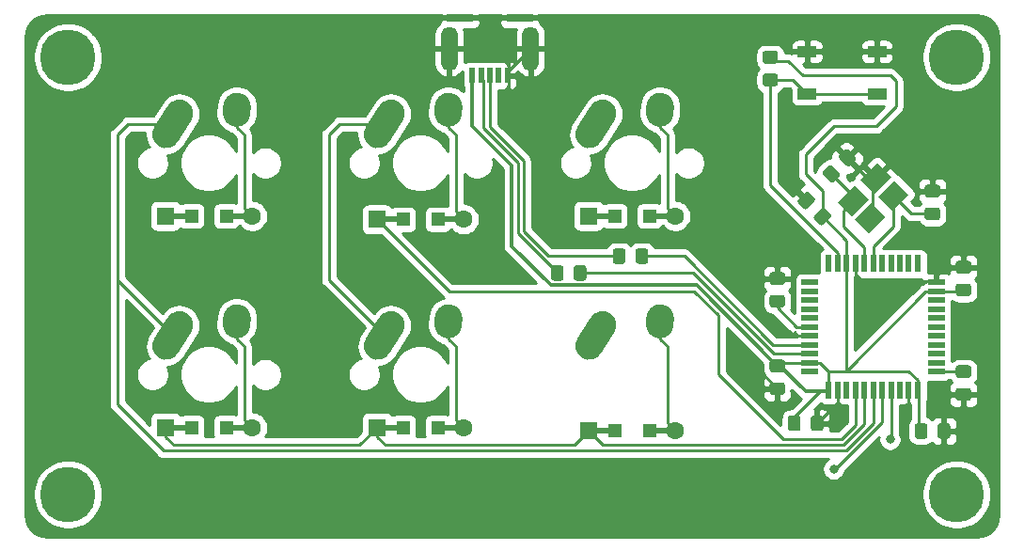
<source format=gbl>
%TF.GenerationSoftware,KiCad,Pcbnew,(5.1.6)-1*%
%TF.CreationDate,2020-07-25T03:11:20-04:00*%
%TF.ProjectId,myfirstKeyboard,6d796669-7273-4744-9b65-79626f617264,rev?*%
%TF.SameCoordinates,Original*%
%TF.FileFunction,Copper,L2,Bot*%
%TF.FilePolarity,Positive*%
%FSLAX46Y46*%
G04 Gerber Fmt 4.6, Leading zero omitted, Abs format (unit mm)*
G04 Created by KiCad (PCBNEW (5.1.6)-1) date 2020-07-25 03:11:20*
%MOMM*%
%LPD*%
G01*
G04 APERTURE LIST*
%TA.AperFunction,SMDPad,CuDef*%
%ADD10R,1.500000X0.550000*%
%TD*%
%TA.AperFunction,SMDPad,CuDef*%
%ADD11R,0.550000X1.500000*%
%TD*%
%TA.AperFunction,SMDPad,CuDef*%
%ADD12R,1.200000X1.200000*%
%TD*%
%TA.AperFunction,ComponentPad*%
%ADD13R,1.600000X1.600000*%
%TD*%
%TA.AperFunction,ComponentPad*%
%ADD14C,1.600000*%
%TD*%
%TA.AperFunction,Conductor*%
%ADD15R,2.500000X0.500000*%
%TD*%
%TA.AperFunction,SMDPad,CuDef*%
%ADD16R,2.350000X0.800000*%
%TD*%
%TA.AperFunction,SMDPad,CuDef*%
%ADD17R,0.500000X1.400000*%
%TD*%
%TA.AperFunction,ComponentPad*%
%ADD18O,1.500000X4.000000*%
%TD*%
%TA.AperFunction,SMDPad,CuDef*%
%ADD19R,1.700000X1.000000*%
%TD*%
%TA.AperFunction,SMDPad,CuDef*%
%ADD20C,0.100000*%
%TD*%
%TA.AperFunction,ViaPad*%
%ADD21C,5.000000*%
%TD*%
%TA.AperFunction,ViaPad*%
%ADD22C,0.800000*%
%TD*%
%TA.AperFunction,Conductor*%
%ADD23C,0.250000*%
%TD*%
%TA.AperFunction,Conductor*%
%ADD24C,0.325000*%
%TD*%
%TA.AperFunction,Conductor*%
%ADD25C,0.254000*%
%TD*%
G04 APERTURE END LIST*
D10*
%TO.P,U1,1*%
%TO.N,Net-(U1-Pad1)*%
X139842000Y-114013750D03*
%TO.P,U1,2*%
%TO.N,VCC*%
X139842000Y-113213750D03*
%TO.P,U1,3*%
%TO.N,Net-(R1-Pad1)*%
X139842000Y-112413750D03*
%TO.P,U1,4*%
%TO.N,Net-(R3-Pad1)*%
X139842000Y-111613750D03*
%TO.P,U1,5*%
%TO.N,GND*%
X139842000Y-110813750D03*
%TO.P,U1,6*%
%TO.N,Net-(C3-Pad1)*%
X139842000Y-110013750D03*
%TO.P,U1,7*%
%TO.N,Net-(U1-Pad7)*%
X139842000Y-109213750D03*
%TO.P,U1,8*%
%TO.N,Net-(U1-Pad8)*%
X139842000Y-108413750D03*
%TO.P,U1,9*%
%TO.N,Net-(U1-Pad9)*%
X139842000Y-107613750D03*
%TO.P,U1,10*%
%TO.N,Net-(U1-Pad10)*%
X139842000Y-106813750D03*
%TO.P,U1,11*%
%TO.N,Net-(U1-Pad11)*%
X139842000Y-106013750D03*
D11*
%TO.P,U1,12*%
%TO.N,Net-(U1-Pad12)*%
X141542000Y-104313750D03*
%TO.P,U1,13*%
%TO.N,Net-(R2-Pad1)*%
X142342000Y-104313750D03*
%TO.P,U1,14*%
%TO.N,VCC*%
X143142000Y-104313750D03*
%TO.P,U1,15*%
%TO.N,GND*%
X143942000Y-104313750D03*
%TO.P,U1,16*%
%TO.N,Net-(C1-Pad1)*%
X144742000Y-104313750D03*
%TO.P,U1,17*%
%TO.N,Net-(C2-Pad1)*%
X145542000Y-104313750D03*
%TO.P,U1,18*%
%TO.N,Net-(U1-Pad18)*%
X146342000Y-104313750D03*
%TO.P,U1,19*%
%TO.N,Net-(U1-Pad19)*%
X147142000Y-104313750D03*
%TO.P,U1,20*%
%TO.N,Net-(U1-Pad20)*%
X147942000Y-104313750D03*
%TO.P,U1,21*%
%TO.N,Net-(U1-Pad21)*%
X148742000Y-104313750D03*
%TO.P,U1,22*%
%TO.N,Net-(U1-Pad22)*%
X149542000Y-104313750D03*
D10*
%TO.P,U1,23*%
%TO.N,GND*%
X151242000Y-106013750D03*
%TO.P,U1,24*%
%TO.N,VCC*%
X151242000Y-106813750D03*
%TO.P,U1,25*%
%TO.N,Net-(U1-Pad25)*%
X151242000Y-107613750D03*
%TO.P,U1,26*%
%TO.N,Net-(U1-Pad26)*%
X151242000Y-108413750D03*
%TO.P,U1,27*%
%TO.N,Net-(U1-Pad27)*%
X151242000Y-109213750D03*
%TO.P,U1,28*%
%TO.N,Net-(U1-Pad28)*%
X151242000Y-110013750D03*
%TO.P,U1,29*%
%TO.N,Net-(U1-Pad29)*%
X151242000Y-110813750D03*
%TO.P,U1,30*%
%TO.N,Net-(U1-Pad30)*%
X151242000Y-111613750D03*
%TO.P,U1,31*%
%TO.N,Net-(U1-Pad31)*%
X151242000Y-112413750D03*
%TO.P,U1,32*%
%TO.N,Net-(U1-Pad32)*%
X151242000Y-113213750D03*
%TO.P,U1,33*%
%TO.N,Net-(R4-Pad2)*%
X151242000Y-114013750D03*
D11*
%TO.P,U1,34*%
%TO.N,VCC*%
X149542000Y-115713750D03*
%TO.P,U1,35*%
%TO.N,GND*%
X148742000Y-115713750D03*
%TO.P,U1,36*%
%TO.N,Net-(U1-Pad36)*%
X147942000Y-115713750D03*
%TO.P,U1,37*%
%TO.N,/col2*%
X147142000Y-115713750D03*
%TO.P,U1,38*%
%TO.N,/col1*%
X146342000Y-115713750D03*
%TO.P,U1,39*%
%TO.N,/col0*%
X145542000Y-115713750D03*
%TO.P,U1,40*%
%TO.N,/row1*%
X144742000Y-115713750D03*
%TO.P,U1,41*%
%TO.N,/row0*%
X143942000Y-115713750D03*
%TO.P,U1,42*%
%TO.N,Net-(U1-Pad42)*%
X143142000Y-115713750D03*
%TO.P,U1,43*%
%TO.N,GND*%
X142342000Y-115713750D03*
%TO.P,U1,44*%
%TO.N,VCC*%
X141542000Y-115713750D03*
%TD*%
%TO.P,K6,1*%
%TO.N,/col2*%
%TA.AperFunction,ComponentPad*%
G36*
G01*
X118911299Y-111057191D02*
X120120223Y-109159560D01*
G75*
G02*
X121846087Y-108776946I1054239J-671625D01*
G01*
X121846087Y-108776946D01*
G75*
G02*
X122228701Y-110502810I-671625J-1054239D01*
G01*
X121019777Y-112400440D01*
G75*
G02*
X119293913Y-112783054I-1054239J671625D01*
G01*
X119293913Y-112783054D01*
G75*
G02*
X118911299Y-111057190I671625J1054239D01*
G01*
G37*
%TD.AperFunction*%
%TO.P,K6,2*%
%TO.N,Net-(D6-Pad2)*%
%TA.AperFunction,ComponentPad*%
G36*
G01*
X125078170Y-109714309D02*
X125117619Y-109135653D01*
G75*
G02*
X126449743Y-107973567I1247105J-85019D01*
G01*
X126449743Y-107973567D01*
G75*
G02*
X127611829Y-109305691I-85019J-1247105D01*
G01*
X127572381Y-109884347D01*
G75*
G02*
X126240257Y-111046433I-1247105J85019D01*
G01*
X126240257Y-111046433D01*
G75*
G02*
X125078171Y-109714309I85019J1247105D01*
G01*
G37*
%TD.AperFunction*%
%TD*%
%TO.P,K5,2*%
%TO.N,Net-(D5-Pad2)*%
%TA.AperFunction,ComponentPad*%
G36*
G01*
X125078170Y-90664309D02*
X125117619Y-90085653D01*
G75*
G02*
X126449743Y-88923567I1247105J-85019D01*
G01*
X126449743Y-88923567D01*
G75*
G02*
X127611829Y-90255691I-85019J-1247105D01*
G01*
X127572381Y-90834347D01*
G75*
G02*
X126240257Y-91996433I-1247105J85019D01*
G01*
X126240257Y-91996433D01*
G75*
G02*
X125078171Y-90664309I85019J1247105D01*
G01*
G37*
%TD.AperFunction*%
%TO.P,K5,1*%
%TO.N,/col2*%
%TA.AperFunction,ComponentPad*%
G36*
G01*
X118911299Y-92007191D02*
X120120223Y-90109560D01*
G75*
G02*
X121846087Y-89726946I1054239J-671625D01*
G01*
X121846087Y-89726946D01*
G75*
G02*
X122228701Y-91452810I-671625J-1054239D01*
G01*
X121019777Y-93350440D01*
G75*
G02*
X119293913Y-93733054I-1054239J671625D01*
G01*
X119293913Y-93733054D01*
G75*
G02*
X118911299Y-92007190I671625J1054239D01*
G01*
G37*
%TD.AperFunction*%
%TD*%
%TO.P,K4,1*%
%TO.N,/col1*%
%TA.AperFunction,ComponentPad*%
G36*
G01*
X99861299Y-111057191D02*
X101070223Y-109159560D01*
G75*
G02*
X102796087Y-108776946I1054239J-671625D01*
G01*
X102796087Y-108776946D01*
G75*
G02*
X103178701Y-110502810I-671625J-1054239D01*
G01*
X101969777Y-112400440D01*
G75*
G02*
X100243913Y-112783054I-1054239J671625D01*
G01*
X100243913Y-112783054D01*
G75*
G02*
X99861299Y-111057190I671625J1054239D01*
G01*
G37*
%TD.AperFunction*%
%TO.P,K4,2*%
%TO.N,Net-(D4-Pad2)*%
%TA.AperFunction,ComponentPad*%
G36*
G01*
X106028170Y-109714309D02*
X106067619Y-109135653D01*
G75*
G02*
X107399743Y-107973567I1247105J-85019D01*
G01*
X107399743Y-107973567D01*
G75*
G02*
X108561829Y-109305691I-85019J-1247105D01*
G01*
X108522381Y-109884347D01*
G75*
G02*
X107190257Y-111046433I-1247105J85019D01*
G01*
X107190257Y-111046433D01*
G75*
G02*
X106028171Y-109714309I85019J1247105D01*
G01*
G37*
%TD.AperFunction*%
%TD*%
%TO.P,K1,2*%
%TO.N,Net-(D1-Pad2)*%
%TA.AperFunction,ComponentPad*%
G36*
G01*
X86978170Y-90664309D02*
X87017619Y-90085653D01*
G75*
G02*
X88349743Y-88923567I1247105J-85019D01*
G01*
X88349743Y-88923567D01*
G75*
G02*
X89511829Y-90255691I-85019J-1247105D01*
G01*
X89472381Y-90834347D01*
G75*
G02*
X88140257Y-91996433I-1247105J85019D01*
G01*
X88140257Y-91996433D01*
G75*
G02*
X86978171Y-90664309I85019J1247105D01*
G01*
G37*
%TD.AperFunction*%
%TO.P,K1,1*%
%TO.N,/col0*%
%TA.AperFunction,ComponentPad*%
G36*
G01*
X80811299Y-92007191D02*
X82020223Y-90109560D01*
G75*
G02*
X83746087Y-89726946I1054239J-671625D01*
G01*
X83746087Y-89726946D01*
G75*
G02*
X84128701Y-91452810I-671625J-1054239D01*
G01*
X82919777Y-93350440D01*
G75*
G02*
X81193913Y-93733054I-1054239J671625D01*
G01*
X81193913Y-93733054D01*
G75*
G02*
X80811299Y-92007190I671625J1054239D01*
G01*
G37*
%TD.AperFunction*%
%TD*%
%TO.P,K2,2*%
%TO.N,Net-(D2-Pad2)*%
%TA.AperFunction,ComponentPad*%
G36*
G01*
X86978170Y-109714309D02*
X87017619Y-109135653D01*
G75*
G02*
X88349743Y-107973567I1247105J-85019D01*
G01*
X88349743Y-107973567D01*
G75*
G02*
X89511829Y-109305691I-85019J-1247105D01*
G01*
X89472381Y-109884347D01*
G75*
G02*
X88140257Y-111046433I-1247105J85019D01*
G01*
X88140257Y-111046433D01*
G75*
G02*
X86978171Y-109714309I85019J1247105D01*
G01*
G37*
%TD.AperFunction*%
%TO.P,K2,1*%
%TO.N,/col0*%
%TA.AperFunction,ComponentPad*%
G36*
G01*
X80811299Y-111057191D02*
X82020223Y-109159560D01*
G75*
G02*
X83746087Y-108776946I1054239J-671625D01*
G01*
X83746087Y-108776946D01*
G75*
G02*
X84128701Y-110502810I-671625J-1054239D01*
G01*
X82919777Y-112400440D01*
G75*
G02*
X81193913Y-112783054I-1054239J671625D01*
G01*
X81193913Y-112783054D01*
G75*
G02*
X80811299Y-111057190I671625J1054239D01*
G01*
G37*
%TD.AperFunction*%
%TD*%
%TO.P,C1,2*%
%TO.N,GND*%
%TA.AperFunction,SMDPad,CuDef*%
G36*
G01*
X143130396Y-95504001D02*
X142493999Y-94867604D01*
G75*
G02*
X142493999Y-94514052I176776J176776D01*
G01*
X142953620Y-94054431D01*
G75*
G02*
X143307172Y-94054431I176776J-176776D01*
G01*
X143943569Y-94690828D01*
G75*
G02*
X143943569Y-95044380I-176776J-176776D01*
G01*
X143483948Y-95504001D01*
G75*
G02*
X143130396Y-95504001I-176776J176776D01*
G01*
G37*
%TD.AperFunction*%
%TO.P,C1,1*%
%TO.N,Net-(C1-Pad1)*%
%TA.AperFunction,SMDPad,CuDef*%
G36*
G01*
X141680828Y-96953569D02*
X141044431Y-96317172D01*
G75*
G02*
X141044431Y-95963620I176776J176776D01*
G01*
X141504052Y-95503999D01*
G75*
G02*
X141857604Y-95503999I176776J-176776D01*
G01*
X142494001Y-96140396D01*
G75*
G02*
X142494001Y-96493948I-176776J-176776D01*
G01*
X142034380Y-96953569D01*
G75*
G02*
X141680828Y-96953569I-176776J176776D01*
G01*
G37*
%TD.AperFunction*%
%TD*%
%TO.P,C2,1*%
%TO.N,Net-(C2-Pad1)*%
%TA.AperFunction,SMDPad,CuDef*%
G36*
G01*
X151326001Y-100406000D02*
X150425999Y-100406000D01*
G75*
G02*
X150176000Y-100156001I0J249999D01*
G01*
X150176000Y-99505999D01*
G75*
G02*
X150425999Y-99256000I249999J0D01*
G01*
X151326001Y-99256000D01*
G75*
G02*
X151576000Y-99505999I0J-249999D01*
G01*
X151576000Y-100156001D01*
G75*
G02*
X151326001Y-100406000I-249999J0D01*
G01*
G37*
%TD.AperFunction*%
%TO.P,C2,2*%
%TO.N,GND*%
%TA.AperFunction,SMDPad,CuDef*%
G36*
G01*
X151326001Y-98356000D02*
X150425999Y-98356000D01*
G75*
G02*
X150176000Y-98106001I0J249999D01*
G01*
X150176000Y-97455999D01*
G75*
G02*
X150425999Y-97206000I249999J0D01*
G01*
X151326001Y-97206000D01*
G75*
G02*
X151576000Y-97455999I0J-249999D01*
G01*
X151576000Y-98106001D01*
G75*
G02*
X151326001Y-98356000I-249999J0D01*
G01*
G37*
%TD.AperFunction*%
%TD*%
%TO.P,C3,2*%
%TO.N,GND*%
%TA.AperFunction,SMDPad,CuDef*%
G36*
G01*
X137356001Y-106221000D02*
X136455999Y-106221000D01*
G75*
G02*
X136206000Y-105971001I0J249999D01*
G01*
X136206000Y-105320999D01*
G75*
G02*
X136455999Y-105071000I249999J0D01*
G01*
X137356001Y-105071000D01*
G75*
G02*
X137606000Y-105320999I0J-249999D01*
G01*
X137606000Y-105971001D01*
G75*
G02*
X137356001Y-106221000I-249999J0D01*
G01*
G37*
%TD.AperFunction*%
%TO.P,C3,1*%
%TO.N,Net-(C3-Pad1)*%
%TA.AperFunction,SMDPad,CuDef*%
G36*
G01*
X137356001Y-108271000D02*
X136455999Y-108271000D01*
G75*
G02*
X136206000Y-108021001I0J249999D01*
G01*
X136206000Y-107370999D01*
G75*
G02*
X136455999Y-107121000I249999J0D01*
G01*
X137356001Y-107121000D01*
G75*
G02*
X137606000Y-107370999I0J-249999D01*
G01*
X137606000Y-108021001D01*
G75*
G02*
X137356001Y-108271000I-249999J0D01*
G01*
G37*
%TD.AperFunction*%
%TD*%
%TO.P,C4,1*%
%TO.N,VCC*%
%TA.AperFunction,SMDPad,CuDef*%
G36*
G01*
X141694785Y-100164388D02*
X141058388Y-100800785D01*
G75*
G02*
X140704836Y-100800785I-176776J176776D01*
G01*
X140245215Y-100341164D01*
G75*
G02*
X140245215Y-99987612I176776J176776D01*
G01*
X140881612Y-99351215D01*
G75*
G02*
X141235164Y-99351215I176776J-176776D01*
G01*
X141694785Y-99810836D01*
G75*
G02*
X141694785Y-100164388I-176776J-176776D01*
G01*
G37*
%TD.AperFunction*%
%TO.P,C4,2*%
%TO.N,GND*%
%TA.AperFunction,SMDPad,CuDef*%
G36*
G01*
X140245217Y-98714820D02*
X139608820Y-99351217D01*
G75*
G02*
X139255268Y-99351217I-176776J176776D01*
G01*
X138795647Y-98891596D01*
G75*
G02*
X138795647Y-98538044I176776J176776D01*
G01*
X139432044Y-97901647D01*
G75*
G02*
X139785596Y-97901647I176776J-176776D01*
G01*
X140245217Y-98361268D01*
G75*
G02*
X140245217Y-98714820I-176776J-176776D01*
G01*
G37*
%TD.AperFunction*%
%TD*%
%TO.P,C5,2*%
%TO.N,GND*%
%TA.AperFunction,SMDPad,CuDef*%
G36*
G01*
X154120001Y-105205000D02*
X153219999Y-105205000D01*
G75*
G02*
X152970000Y-104955001I0J249999D01*
G01*
X152970000Y-104304999D01*
G75*
G02*
X153219999Y-104055000I249999J0D01*
G01*
X154120001Y-104055000D01*
G75*
G02*
X154370000Y-104304999I0J-249999D01*
G01*
X154370000Y-104955001D01*
G75*
G02*
X154120001Y-105205000I-249999J0D01*
G01*
G37*
%TD.AperFunction*%
%TO.P,C5,1*%
%TO.N,VCC*%
%TA.AperFunction,SMDPad,CuDef*%
G36*
G01*
X154120001Y-107255000D02*
X153219999Y-107255000D01*
G75*
G02*
X152970000Y-107005001I0J249999D01*
G01*
X152970000Y-106354999D01*
G75*
G02*
X153219999Y-106105000I249999J0D01*
G01*
X154120001Y-106105000D01*
G75*
G02*
X154370000Y-106354999I0J-249999D01*
G01*
X154370000Y-107005001D01*
G75*
G02*
X154120001Y-107255000I-249999J0D01*
G01*
G37*
%TD.AperFunction*%
%TD*%
%TO.P,C6,1*%
%TO.N,VCC*%
%TA.AperFunction,SMDPad,CuDef*%
G36*
G01*
X137857320Y-119139121D02*
X137857320Y-118239119D01*
G75*
G02*
X138107319Y-117989120I249999J0D01*
G01*
X138757321Y-117989120D01*
G75*
G02*
X139007320Y-118239119I0J-249999D01*
G01*
X139007320Y-119139121D01*
G75*
G02*
X138757321Y-119389120I-249999J0D01*
G01*
X138107319Y-119389120D01*
G75*
G02*
X137857320Y-119139121I0J249999D01*
G01*
G37*
%TD.AperFunction*%
%TO.P,C6,2*%
%TO.N,GND*%
%TA.AperFunction,SMDPad,CuDef*%
G36*
G01*
X139907320Y-119139121D02*
X139907320Y-118239119D01*
G75*
G02*
X140157319Y-117989120I249999J0D01*
G01*
X140807321Y-117989120D01*
G75*
G02*
X141057320Y-118239119I0J-249999D01*
G01*
X141057320Y-119139121D01*
G75*
G02*
X140807321Y-119389120I-249999J0D01*
G01*
X140157319Y-119389120D01*
G75*
G02*
X139907320Y-119139121I0J249999D01*
G01*
G37*
%TD.AperFunction*%
%TD*%
%TO.P,C7,2*%
%TO.N,GND*%
%TA.AperFunction,SMDPad,CuDef*%
G36*
G01*
X151326000Y-119830001D02*
X151326000Y-118929999D01*
G75*
G02*
X151575999Y-118680000I249999J0D01*
G01*
X152226001Y-118680000D01*
G75*
G02*
X152476000Y-118929999I0J-249999D01*
G01*
X152476000Y-119830001D01*
G75*
G02*
X152226001Y-120080000I-249999J0D01*
G01*
X151575999Y-120080000D01*
G75*
G02*
X151326000Y-119830001I0J249999D01*
G01*
G37*
%TD.AperFunction*%
%TO.P,C7,1*%
%TO.N,VCC*%
%TA.AperFunction,SMDPad,CuDef*%
G36*
G01*
X149276000Y-119830001D02*
X149276000Y-118929999D01*
G75*
G02*
X149525999Y-118680000I249999J0D01*
G01*
X150176001Y-118680000D01*
G75*
G02*
X150426000Y-118929999I0J-249999D01*
G01*
X150426000Y-119830001D01*
G75*
G02*
X150176001Y-120080000I-249999J0D01*
G01*
X149525999Y-120080000D01*
G75*
G02*
X149276000Y-119830001I0J249999D01*
G01*
G37*
%TD.AperFunction*%
%TD*%
%TO.P,C8,1*%
%TO.N,VCC*%
%TA.AperFunction,SMDPad,CuDef*%
G36*
G01*
X136455999Y-112945000D02*
X137356001Y-112945000D01*
G75*
G02*
X137606000Y-113194999I0J-249999D01*
G01*
X137606000Y-113845001D01*
G75*
G02*
X137356001Y-114095000I-249999J0D01*
G01*
X136455999Y-114095000D01*
G75*
G02*
X136206000Y-113845001I0J249999D01*
G01*
X136206000Y-113194999D01*
G75*
G02*
X136455999Y-112945000I249999J0D01*
G01*
G37*
%TD.AperFunction*%
%TO.P,C8,2*%
%TO.N,GND*%
%TA.AperFunction,SMDPad,CuDef*%
G36*
G01*
X136455999Y-114995000D02*
X137356001Y-114995000D01*
G75*
G02*
X137606000Y-115244999I0J-249999D01*
G01*
X137606000Y-115895001D01*
G75*
G02*
X137356001Y-116145000I-249999J0D01*
G01*
X136455999Y-116145000D01*
G75*
G02*
X136206000Y-115895001I0J249999D01*
G01*
X136206000Y-115244999D01*
G75*
G02*
X136455999Y-114995000I249999J0D01*
G01*
G37*
%TD.AperFunction*%
%TD*%
D12*
%TO.P,D1,2*%
%TO.N,Net-(D1-Pad2)*%
X87300000Y-100012500D03*
%TO.P,D1,1*%
%TO.N,/row0*%
X84150000Y-100012500D03*
D13*
X81825000Y-100012500D03*
D14*
%TO.P,D1,2*%
%TO.N,Net-(D1-Pad2)*%
X89625000Y-100012500D03*
D15*
%TD*%
%TO.N,/row0*%
%TO.C,D1*%
X83025000Y-100012500D03*
%TO.N,Net-(D1-Pad2)*%
%TO.C,D1*%
X88425000Y-100012500D03*
%TD*%
%TO.N,Net-(D2-Pad2)*%
%TO.C,D2*%
X88425000Y-119062500D03*
%TO.N,/row1*%
X83025000Y-119062500D03*
D14*
%TD*%
%TO.P,D2,2*%
%TO.N,Net-(D2-Pad2)*%
X89625000Y-119062500D03*
D13*
%TO.P,D2,1*%
%TO.N,/row1*%
X81825000Y-119062500D03*
D12*
X84150000Y-119062500D03*
%TO.P,D2,2*%
%TO.N,Net-(D2-Pad2)*%
X87300000Y-119062500D03*
%TD*%
D15*
%TO.N,Net-(D3-Pad2)*%
%TO.C,D3*%
X107475000Y-100330000D03*
%TO.N,/row0*%
X102075000Y-100330000D03*
D14*
%TD*%
%TO.P,D3,2*%
%TO.N,Net-(D3-Pad2)*%
X108675000Y-100330000D03*
D13*
%TO.P,D3,1*%
%TO.N,/row0*%
X100875000Y-100330000D03*
D12*
X103200000Y-100330000D03*
%TO.P,D3,2*%
%TO.N,Net-(D3-Pad2)*%
X106350000Y-100330000D03*
%TD*%
%TO.P,D4,2*%
%TO.N,Net-(D4-Pad2)*%
X106350000Y-119062500D03*
%TO.P,D4,1*%
%TO.N,/row1*%
X103200000Y-119062500D03*
D13*
X100875000Y-119062500D03*
D14*
%TO.P,D4,2*%
%TO.N,Net-(D4-Pad2)*%
X108675000Y-119062500D03*
D15*
%TD*%
%TO.N,/row1*%
%TO.C,D4*%
X102075000Y-119062500D03*
%TO.N,Net-(D4-Pad2)*%
%TO.C,D4*%
X107475000Y-119062500D03*
%TD*%
D16*
%TO.P,J1,6*%
%TO.N,GND*%
X113700000Y-82176000D03*
X108350000Y-82176000D03*
D17*
%TO.P,J1,1*%
%TO.N,VCC*%
X109425000Y-87376000D03*
%TO.P,J1,2*%
%TO.N,Net-(J1-Pad2)*%
X110225000Y-87376000D03*
%TO.P,J1,3*%
%TO.N,Net-(J1-Pad3)*%
X111025000Y-87376000D03*
%TO.P,J1,4*%
%TO.N,Net-(J1-Pad4)*%
X111825000Y-87376000D03*
%TO.P,J1,5*%
%TO.N,GND*%
X112625000Y-87376000D03*
D18*
%TO.P,J1,6*%
X107375000Y-84976000D03*
X114675000Y-84976000D03*
%TD*%
%TO.P,K3,1*%
%TO.N,/col1*%
%TA.AperFunction,ComponentPad*%
G36*
G01*
X99861299Y-92007191D02*
X101070223Y-90109560D01*
G75*
G02*
X102796087Y-89726946I1054239J-671625D01*
G01*
X102796087Y-89726946D01*
G75*
G02*
X103178701Y-91452810I-671625J-1054239D01*
G01*
X101969777Y-93350440D01*
G75*
G02*
X100243913Y-93733054I-1054239J671625D01*
G01*
X100243913Y-93733054D01*
G75*
G02*
X99861299Y-92007190I671625J1054239D01*
G01*
G37*
%TD.AperFunction*%
%TO.P,K3,2*%
%TO.N,Net-(D3-Pad2)*%
%TA.AperFunction,ComponentPad*%
G36*
G01*
X106028170Y-90664309D02*
X106067619Y-90085653D01*
G75*
G02*
X107399743Y-88923567I1247105J-85019D01*
G01*
X107399743Y-88923567D01*
G75*
G02*
X108561829Y-90255691I-85019J-1247105D01*
G01*
X108522381Y-90834347D01*
G75*
G02*
X107190257Y-91996433I-1247105J85019D01*
G01*
X107190257Y-91996433D01*
G75*
G02*
X106028171Y-90664309I85019J1247105D01*
G01*
G37*
%TD.AperFunction*%
%TD*%
%TO.P,R1,1*%
%TO.N,Net-(R1-Pad1)*%
%TA.AperFunction,SMDPad,CuDef*%
G36*
G01*
X119719000Y-104705999D02*
X119719000Y-105606001D01*
G75*
G02*
X119469001Y-105856000I-249999J0D01*
G01*
X118818999Y-105856000D01*
G75*
G02*
X118569000Y-105606001I0J249999D01*
G01*
X118569000Y-104705999D01*
G75*
G02*
X118818999Y-104456000I249999J0D01*
G01*
X119469001Y-104456000D01*
G75*
G02*
X119719000Y-104705999I0J-249999D01*
G01*
G37*
%TD.AperFunction*%
%TO.P,R1,2*%
%TO.N,Net-(J1-Pad2)*%
%TA.AperFunction,SMDPad,CuDef*%
G36*
G01*
X117669000Y-104705999D02*
X117669000Y-105606001D01*
G75*
G02*
X117419001Y-105856000I-249999J0D01*
G01*
X116768999Y-105856000D01*
G75*
G02*
X116519000Y-105606001I0J249999D01*
G01*
X116519000Y-104705999D01*
G75*
G02*
X116768999Y-104456000I249999J0D01*
G01*
X117419001Y-104456000D01*
G75*
G02*
X117669000Y-104705999I0J-249999D01*
G01*
G37*
%TD.AperFunction*%
%TD*%
%TO.P,R2,1*%
%TO.N,Net-(R2-Pad1)*%
%TA.AperFunction,SMDPad,CuDef*%
G36*
G01*
X136721001Y-88350000D02*
X135820999Y-88350000D01*
G75*
G02*
X135571000Y-88100001I0J249999D01*
G01*
X135571000Y-87449999D01*
G75*
G02*
X135820999Y-87200000I249999J0D01*
G01*
X136721001Y-87200000D01*
G75*
G02*
X136971000Y-87449999I0J-249999D01*
G01*
X136971000Y-88100001D01*
G75*
G02*
X136721001Y-88350000I-249999J0D01*
G01*
G37*
%TD.AperFunction*%
%TO.P,R2,2*%
%TO.N,VCC*%
%TA.AperFunction,SMDPad,CuDef*%
G36*
G01*
X136721001Y-86300000D02*
X135820999Y-86300000D01*
G75*
G02*
X135571000Y-86050001I0J249999D01*
G01*
X135571000Y-85399999D01*
G75*
G02*
X135820999Y-85150000I249999J0D01*
G01*
X136721001Y-85150000D01*
G75*
G02*
X136971000Y-85399999I0J-249999D01*
G01*
X136971000Y-86050001D01*
G75*
G02*
X136721001Y-86300000I-249999J0D01*
G01*
G37*
%TD.AperFunction*%
%TD*%
%TO.P,R3,2*%
%TO.N,Net-(J1-Pad3)*%
%TA.AperFunction,SMDPad,CuDef*%
G36*
G01*
X123239000Y-103181999D02*
X123239000Y-104082001D01*
G75*
G02*
X122989001Y-104332000I-249999J0D01*
G01*
X122338999Y-104332000D01*
G75*
G02*
X122089000Y-104082001I0J249999D01*
G01*
X122089000Y-103181999D01*
G75*
G02*
X122338999Y-102932000I249999J0D01*
G01*
X122989001Y-102932000D01*
G75*
G02*
X123239000Y-103181999I0J-249999D01*
G01*
G37*
%TD.AperFunction*%
%TO.P,R3,1*%
%TO.N,Net-(R3-Pad1)*%
%TA.AperFunction,SMDPad,CuDef*%
G36*
G01*
X125289000Y-103181999D02*
X125289000Y-104082001D01*
G75*
G02*
X125039001Y-104332000I-249999J0D01*
G01*
X124388999Y-104332000D01*
G75*
G02*
X124139000Y-104082001I0J249999D01*
G01*
X124139000Y-103181999D01*
G75*
G02*
X124388999Y-102932000I249999J0D01*
G01*
X125039001Y-102932000D01*
G75*
G02*
X125289000Y-103181999I0J-249999D01*
G01*
G37*
%TD.AperFunction*%
%TD*%
%TO.P,R4,2*%
%TO.N,Net-(R4-Pad2)*%
%TA.AperFunction,SMDPad,CuDef*%
G36*
G01*
X154120001Y-114612000D02*
X153219999Y-114612000D01*
G75*
G02*
X152970000Y-114362001I0J249999D01*
G01*
X152970000Y-113711999D01*
G75*
G02*
X153219999Y-113462000I249999J0D01*
G01*
X154120001Y-113462000D01*
G75*
G02*
X154370000Y-113711999I0J-249999D01*
G01*
X154370000Y-114362001D01*
G75*
G02*
X154120001Y-114612000I-249999J0D01*
G01*
G37*
%TD.AperFunction*%
%TO.P,R4,1*%
%TO.N,GND*%
%TA.AperFunction,SMDPad,CuDef*%
G36*
G01*
X154120001Y-116662000D02*
X153219999Y-116662000D01*
G75*
G02*
X152970000Y-116412001I0J249999D01*
G01*
X152970000Y-115761999D01*
G75*
G02*
X153219999Y-115512000I249999J0D01*
G01*
X154120001Y-115512000D01*
G75*
G02*
X154370000Y-115761999I0J-249999D01*
G01*
X154370000Y-116412001D01*
G75*
G02*
X154120001Y-116662000I-249999J0D01*
G01*
G37*
%TD.AperFunction*%
%TD*%
D19*
%TO.P,RESET,1*%
%TO.N,GND*%
X145873000Y-85217000D03*
X139573000Y-85217000D03*
%TO.P,RESET,2*%
%TO.N,Net-(R2-Pad1)*%
X145873000Y-89017000D03*
X139573000Y-89017000D03*
%TD*%
D15*
%TO.N,Net-(D5-Pad2)*%
%TO.C,D5*%
X126525000Y-100012500D03*
%TO.N,/row0*%
X121125000Y-100012500D03*
D14*
%TD*%
%TO.P,D5,2*%
%TO.N,Net-(D5-Pad2)*%
X127725000Y-100012500D03*
D13*
%TO.P,D5,1*%
%TO.N,/row0*%
X119925000Y-100012500D03*
D12*
X122250000Y-100012500D03*
%TO.P,D5,2*%
%TO.N,Net-(D5-Pad2)*%
X125400000Y-100012500D03*
%TD*%
%TO.P,D6,2*%
%TO.N,Net-(D6-Pad2)*%
X125400000Y-119380000D03*
%TO.P,D6,1*%
%TO.N,/row1*%
X122250000Y-119380000D03*
D13*
X119925000Y-119380000D03*
D14*
%TO.P,D6,2*%
%TO.N,Net-(D6-Pad2)*%
X127725000Y-119380000D03*
D15*
%TD*%
%TO.N,/row1*%
%TO.C,D6*%
X121125000Y-119380000D03*
%TO.N,Net-(D6-Pad2)*%
%TO.C,D6*%
X126525000Y-119380000D03*
%TD*%
%TA.AperFunction,SMDPad,CuDef*%
D20*
%TO.P,Y1,1*%
%TO.N,Net-(C1-Pad1)*%
G36*
X143632812Y-100051345D02*
G01*
X142360020Y-98778553D01*
X143844944Y-97293629D01*
X145117736Y-98566421D01*
X143632812Y-100051345D01*
G37*
%TD.AperFunction*%
%TA.AperFunction,SMDPad,CuDef*%
%TO.P,Y1,2*%
%TO.N,GND*%
G36*
X145683421Y-98000736D02*
G01*
X144410629Y-96727944D01*
X145895553Y-95243020D01*
X147168345Y-96515812D01*
X145683421Y-98000736D01*
G37*
%TD.AperFunction*%
%TA.AperFunction,SMDPad,CuDef*%
%TO.P,Y1,3*%
%TO.N,Net-(C2-Pad1)*%
G36*
X147239056Y-99556371D02*
G01*
X145966264Y-98283579D01*
X147451188Y-96798655D01*
X148723980Y-98071447D01*
X147239056Y-99556371D01*
G37*
%TD.AperFunction*%
%TA.AperFunction,SMDPad,CuDef*%
%TO.P,Y1,4*%
%TO.N,GND*%
G36*
X145188447Y-101606980D02*
G01*
X143915655Y-100334188D01*
X145400579Y-98849264D01*
X146673371Y-100122056D01*
X145188447Y-101606980D01*
G37*
%TD.AperFunction*%
%TD*%
D21*
%TO.N,*%
X153035000Y-85725000D03*
X153035000Y-125095000D03*
X73025000Y-125095000D03*
X73025000Y-85725000D03*
D22*
%TO.N,GND*%
X142133320Y-118724680D03*
X133842760Y-113558320D03*
X147878800Y-85262720D03*
X138150600Y-91440000D03*
%TO.N,/col1*%
X141986000Y-122809000D03*
%TO.N,/col2*%
X147066000Y-120142000D03*
%TD*%
D23*
%TO.N,GND*%
X145492746Y-100029889D02*
X145294513Y-100228122D01*
X145492746Y-96918619D02*
X145492746Y-100029889D01*
X145789487Y-96621878D02*
X145492746Y-96918619D01*
X145061446Y-96621878D02*
X145789487Y-96621878D01*
X143218784Y-94779216D02*
X145061446Y-96621878D01*
X139573000Y-85217000D02*
X145873000Y-85217000D01*
X112625000Y-87026000D02*
X114675000Y-84976000D01*
X112625000Y-87376000D02*
X112625000Y-87026000D01*
X148742000Y-115713750D02*
X148742000Y-116738000D01*
X142342000Y-115926000D02*
X142240000Y-116028000D01*
X142342000Y-115713750D02*
X142342000Y-115926000D01*
X134894320Y-113558320D02*
X136906000Y-115570000D01*
X133842760Y-113558320D02*
X133842760Y-113558320D01*
X142342000Y-115713750D02*
X142342000Y-116829440D01*
X142342000Y-116829440D02*
X140482320Y-118689120D01*
X133842760Y-113558320D02*
X134894320Y-113558320D01*
X140517880Y-118724680D02*
X140482320Y-118689120D01*
X142133320Y-118724680D02*
X140517880Y-118724680D01*
X143942000Y-105267960D02*
X145958560Y-107284520D01*
X143942000Y-104313750D02*
X143942000Y-105267960D01*
X147833080Y-85217000D02*
X147878800Y-85262720D01*
X145873000Y-85217000D02*
X147833080Y-85217000D01*
X153670000Y-104630000D02*
X151442640Y-104630000D01*
X151242000Y-104830640D02*
X151242000Y-106013750D01*
X151442640Y-104630000D02*
X151242000Y-104830640D01*
X138150600Y-97256600D02*
X139520432Y-98626432D01*
X138150600Y-97048320D02*
X138150600Y-97256600D01*
X139842000Y-110813750D02*
X138753750Y-110813750D01*
X138753750Y-110813750D02*
X138430000Y-110490000D01*
%TO.N,Net-(C1-Pad1)*%
X143738878Y-98672487D02*
X142875000Y-99536365D01*
X142875000Y-99536365D02*
X142875000Y-100965000D01*
X144742000Y-102832000D02*
X142875000Y-100965000D01*
X144742000Y-104313750D02*
X144742000Y-102832000D01*
X143738878Y-98198446D02*
X143738878Y-98672487D01*
X141769216Y-96228784D02*
X143738878Y-98198446D01*
%TO.N,Net-(C2-Pad1)*%
X145542000Y-104313750D02*
X145542000Y-102743000D01*
X147345122Y-100939878D02*
X147345122Y-98177513D01*
X145542000Y-102743000D02*
X147345122Y-100939878D01*
X148980609Y-99813000D02*
X147345122Y-98177513D01*
X150622000Y-99813000D02*
X148980609Y-99813000D01*
%TO.N,Net-(C3-Pad1)*%
X138648750Y-110013750D02*
X139842000Y-110013750D01*
X136906000Y-108271000D02*
X138648750Y-110013750D01*
X136906000Y-107696000D02*
X136906000Y-108271000D01*
%TO.N,VCC*%
X153536250Y-106813750D02*
X153670000Y-106680000D01*
X151242000Y-106813750D02*
X153536250Y-106813750D01*
X137212250Y-113213750D02*
X136906000Y-113520000D01*
X139842000Y-113213750D02*
X137212250Y-113213750D01*
X149624000Y-115970000D02*
X149624000Y-119380000D01*
X149542000Y-115888000D02*
X149624000Y-115970000D01*
X149542000Y-115713750D02*
X149542000Y-115888000D01*
X139842000Y-113213750D02*
X140742002Y-113213750D01*
X143142000Y-102248000D02*
X143142000Y-104313750D01*
X140970000Y-100076000D02*
X143142000Y-102248000D01*
D24*
X136906000Y-113520000D02*
X137142000Y-113520000D01*
X137142000Y-113520000D02*
X139446000Y-115824000D01*
X139446000Y-115824000D02*
X141224000Y-115824000D01*
D23*
X141542000Y-114013748D02*
X141542000Y-115713750D01*
X136638001Y-86092001D02*
X137908001Y-86092001D01*
X136271000Y-85725000D02*
X136638001Y-86092001D01*
X137908001Y-86092001D02*
X139192000Y-87376000D01*
X139192000Y-87376000D02*
X147066000Y-87376000D01*
X147066000Y-87376000D02*
X147574000Y-87884000D01*
X147574000Y-87884000D02*
X147574000Y-90170000D01*
X147574000Y-90170000D02*
X145796000Y-91948000D01*
X145796000Y-91948000D02*
X141986000Y-91948000D01*
X141986000Y-91948000D02*
X139446000Y-94488000D01*
X139446000Y-94488000D02*
X139446000Y-96266000D01*
X140970000Y-97790000D02*
X140970000Y-100076000D01*
X139446000Y-96266000D02*
X140970000Y-97790000D01*
X141018126Y-113489874D02*
X141542000Y-114013748D01*
X140742002Y-113213750D02*
X141018126Y-113489874D01*
X141542000Y-114013748D02*
X142907252Y-114013748D01*
X149542000Y-115713750D02*
X149542000Y-114813748D01*
X149542000Y-114813748D02*
X148742000Y-114013748D01*
D24*
X116494578Y-106268510D02*
X129638357Y-106268510D01*
X113000490Y-102774422D02*
X116494578Y-106268510D01*
X136889847Y-113520000D02*
X136906000Y-113520000D01*
X113000490Y-95472643D02*
X113000490Y-102774422D01*
X129638357Y-106268510D02*
X136889847Y-113520000D01*
X109425000Y-91897153D02*
X113000490Y-95472643D01*
X109425000Y-87376000D02*
X109425000Y-91897153D01*
D23*
X141542000Y-115713750D02*
X141542000Y-116123000D01*
X140771880Y-115829080D02*
X138149880Y-118451080D01*
X142984988Y-114013748D02*
X142907252Y-114013748D01*
X143142000Y-114003120D02*
X143152628Y-114013748D01*
X148742000Y-114013748D02*
X143152628Y-114013748D01*
X143152628Y-114013748D02*
X142984988Y-114013748D01*
X143159910Y-113895840D02*
X143142000Y-113895840D01*
X150242000Y-106813750D02*
X143159910Y-113895840D01*
X151242000Y-106813750D02*
X150242000Y-106813750D01*
X143142000Y-104313750D02*
X143142000Y-113895840D01*
X143142000Y-113895840D02*
X143142000Y-114003120D01*
%TO.N,Net-(D1-Pad2)*%
X88245000Y-90460000D02*
X88245000Y-92055000D01*
X88245000Y-92055000D02*
X88900000Y-92710000D01*
X88900000Y-99287500D02*
X89625000Y-100012500D01*
X88900000Y-92710000D02*
X88900000Y-99287500D01*
%TO.N,/row0*%
X142667890Y-120149990D02*
X137421990Y-120149990D01*
X143942000Y-115713750D02*
X143942000Y-118875880D01*
X143942000Y-118875880D02*
X142667890Y-120149990D01*
X107351020Y-106806020D02*
X100875000Y-100330000D01*
X129415715Y-106806020D02*
X107351020Y-106806020D01*
X131572000Y-108962305D02*
X129415715Y-106806020D01*
X131572000Y-114300000D02*
X131572000Y-108962305D01*
X137421990Y-120149990D02*
X131572000Y-114300000D01*
%TO.N,Net-(D2-Pad2)*%
X88245000Y-109510000D02*
X88245000Y-111105000D01*
X88245000Y-111105000D02*
X88900000Y-111760000D01*
X88900000Y-118337500D02*
X89625000Y-119062500D01*
X88900000Y-111760000D02*
X88900000Y-118337500D01*
%TO.N,/row1*%
X81825000Y-119062500D02*
X81825000Y-119925000D01*
X81825000Y-119925000D02*
X82550000Y-120650000D01*
X99287500Y-120650000D02*
X100875000Y-119062500D01*
X82550000Y-120650000D02*
X99287500Y-120650000D01*
X100875000Y-119062500D02*
X100875000Y-119925000D01*
X100875000Y-119925000D02*
X101600000Y-120650000D01*
X118655000Y-120650000D02*
X119925000Y-119380000D01*
X101600000Y-120650000D02*
X118655000Y-120650000D01*
X144742000Y-115713750D02*
X144742000Y-118783000D01*
X144742000Y-118783000D02*
X142875000Y-120650000D01*
X121195000Y-120650000D02*
X119925000Y-119380000D01*
X142875000Y-120650000D02*
X121195000Y-120650000D01*
%TO.N,Net-(D3-Pad2)*%
X107295000Y-90460000D02*
X107295000Y-92055000D01*
X107295000Y-92055000D02*
X107950000Y-92710000D01*
X107950000Y-99605000D02*
X108675000Y-100330000D01*
X107950000Y-92710000D02*
X107950000Y-99605000D01*
%TO.N,Net-(D4-Pad2)*%
X107295000Y-109510000D02*
X107295000Y-111105000D01*
X107295000Y-111105000D02*
X107950000Y-111760000D01*
X107950000Y-118337500D02*
X108675000Y-119062500D01*
X107950000Y-111760000D02*
X107950000Y-118337500D01*
%TO.N,Net-(J1-Pad2)*%
X110399999Y-87793999D02*
X110399999Y-92111999D01*
X110225000Y-87376000D02*
X110225000Y-87619000D01*
X110225000Y-87619000D02*
X110399999Y-87793999D01*
X110399999Y-92111999D02*
X113538000Y-95250000D01*
X113538000Y-101600000D02*
X117094000Y-105156000D01*
X113538000Y-95250000D02*
X113538000Y-101600000D01*
%TO.N,Net-(J1-Pad3)*%
X111025000Y-92029880D02*
X114038010Y-95042890D01*
X111025000Y-87376000D02*
X111025000Y-92029880D01*
X114038010Y-95042890D02*
X114038010Y-101392890D01*
X116277120Y-103632000D02*
X122664000Y-103632000D01*
X114038010Y-101392890D02*
X116277120Y-103632000D01*
%TO.N,/col0*%
X82470000Y-91730000D02*
X78450000Y-91730000D01*
X78450000Y-91730000D02*
X77470000Y-92710000D01*
X82470000Y-110780000D02*
X77470000Y-105780000D01*
X77470000Y-105780000D02*
X77470000Y-105410000D01*
X77470000Y-105410000D02*
X77470000Y-92710000D01*
X77470000Y-116982502D02*
X77470000Y-114297890D01*
X77470000Y-114297890D02*
X77470000Y-105410000D01*
X81637508Y-121150010D02*
X77470000Y-116982502D01*
X145542000Y-118690120D02*
X143082110Y-121150010D01*
X145542000Y-115713750D02*
X145542000Y-118690120D01*
X143082110Y-121150010D02*
X81637508Y-121150010D01*
%TO.N,/col1*%
X101520000Y-91730000D02*
X97500000Y-91730000D01*
X97500000Y-91730000D02*
X96520000Y-92710000D01*
X96520000Y-105780000D02*
X96520000Y-92710000D01*
X101520000Y-110780000D02*
X96520000Y-105780000D01*
X146342000Y-115713750D02*
X146342000Y-118597240D01*
X142130240Y-122809000D02*
X141986000Y-122809000D01*
X146342000Y-118597240D02*
X142130240Y-122809000D01*
%TO.N,Net-(R1-Pad1)*%
X129340880Y-105156000D02*
X136579880Y-112395000D01*
X119144000Y-105156000D02*
X129340880Y-105156000D01*
X139823250Y-112395000D02*
X139842000Y-112413750D01*
X136579880Y-112395000D02*
X139823250Y-112395000D01*
%TO.N,Net-(R2-Pad1)*%
X138331000Y-87775000D02*
X139573000Y-89017000D01*
X136271000Y-87775000D02*
X138331000Y-87775000D01*
X139573000Y-89017000D02*
X145873000Y-89017000D01*
X136271000Y-97242750D02*
X136271000Y-87775000D01*
X142342000Y-103313750D02*
X136271000Y-97242750D01*
X142342000Y-104313750D02*
X142342000Y-103313750D01*
%TO.N,Net-(R3-Pad1)*%
X139842000Y-111613750D02*
X136505750Y-111613750D01*
X128524000Y-103632000D02*
X124714000Y-103632000D01*
X136505750Y-111613750D02*
X128524000Y-103632000D01*
%TO.N,Net-(R4-Pad2)*%
X153646750Y-114013750D02*
X153670000Y-114037000D01*
X151242000Y-114013750D02*
X153646750Y-114013750D01*
%TO.N,Net-(D5-Pad2)*%
X126345000Y-90460000D02*
X126345000Y-92055000D01*
X126345000Y-92055000D02*
X127000000Y-92710000D01*
X127000000Y-99287500D02*
X127725000Y-100012500D01*
X127000000Y-92710000D02*
X127000000Y-99287500D01*
%TO.N,Net-(D6-Pad2)*%
X126345000Y-109510000D02*
X126345000Y-111105000D01*
X126345000Y-111105000D02*
X127000000Y-111760000D01*
X127000000Y-118655000D02*
X127725000Y-119380000D01*
X127000000Y-111760000D02*
X127000000Y-118655000D01*
%TO.N,/col2*%
X147142000Y-120066000D02*
X147066000Y-120142000D01*
X147142000Y-115713750D02*
X147142000Y-120066000D01*
%TD*%
D25*
%TO.N,GND*%
G36*
X106698750Y-82049000D02*
G01*
X108223000Y-82049000D01*
X108223000Y-82029000D01*
X108477000Y-82029000D01*
X108477000Y-82049000D01*
X110001250Y-82049000D01*
X110110250Y-81940000D01*
X111939750Y-81940000D01*
X112048750Y-82049000D01*
X113573000Y-82049000D01*
X113573000Y-82029000D01*
X113827000Y-82029000D01*
X113827000Y-82049000D01*
X115351250Y-82049000D01*
X115460250Y-81940000D01*
X154907721Y-81940000D01*
X155304545Y-81978909D01*
X155655208Y-82084780D01*
X155978625Y-82256744D01*
X156262484Y-82488254D01*
X156495965Y-82770486D01*
X156670183Y-83092695D01*
X156778502Y-83442614D01*
X156820001Y-83837452D01*
X156820000Y-126967721D01*
X156781091Y-127364545D01*
X156675220Y-127715206D01*
X156503257Y-128038623D01*
X156271748Y-128322482D01*
X155989514Y-128555965D01*
X155667304Y-128730184D01*
X155317385Y-128838502D01*
X154922557Y-128880000D01*
X71152279Y-128880000D01*
X70755455Y-128841091D01*
X70404794Y-128735220D01*
X70081377Y-128563257D01*
X69797518Y-128331748D01*
X69564035Y-128049514D01*
X69389816Y-127727304D01*
X69281498Y-127377385D01*
X69240000Y-126982557D01*
X69240000Y-124786229D01*
X69890000Y-124786229D01*
X69890000Y-125403771D01*
X70010476Y-126009446D01*
X70246799Y-126579979D01*
X70589886Y-127093446D01*
X71026554Y-127530114D01*
X71540021Y-127873201D01*
X72110554Y-128109524D01*
X72716229Y-128230000D01*
X73333771Y-128230000D01*
X73939446Y-128109524D01*
X74509979Y-127873201D01*
X75023446Y-127530114D01*
X75460114Y-127093446D01*
X75803201Y-126579979D01*
X76039524Y-126009446D01*
X76160000Y-125403771D01*
X76160000Y-124786229D01*
X149900000Y-124786229D01*
X149900000Y-125403771D01*
X150020476Y-126009446D01*
X150256799Y-126579979D01*
X150599886Y-127093446D01*
X151036554Y-127530114D01*
X151550021Y-127873201D01*
X152120554Y-128109524D01*
X152726229Y-128230000D01*
X153343771Y-128230000D01*
X153949446Y-128109524D01*
X154519979Y-127873201D01*
X155033446Y-127530114D01*
X155470114Y-127093446D01*
X155813201Y-126579979D01*
X156049524Y-126009446D01*
X156170000Y-125403771D01*
X156170000Y-124786229D01*
X156049524Y-124180554D01*
X155813201Y-123610021D01*
X155470114Y-123096554D01*
X155033446Y-122659886D01*
X154519979Y-122316799D01*
X153949446Y-122080476D01*
X153343771Y-121960000D01*
X152726229Y-121960000D01*
X152120554Y-122080476D01*
X151550021Y-122316799D01*
X151036554Y-122659886D01*
X150599886Y-123096554D01*
X150256799Y-123610021D01*
X150020476Y-124180554D01*
X149900000Y-124786229D01*
X76160000Y-124786229D01*
X76039524Y-124180554D01*
X75803201Y-123610021D01*
X75460114Y-123096554D01*
X75023446Y-122659886D01*
X74509979Y-122316799D01*
X73939446Y-122080476D01*
X73333771Y-121960000D01*
X72716229Y-121960000D01*
X72110554Y-122080476D01*
X71540021Y-122316799D01*
X71026554Y-122659886D01*
X70589886Y-123096554D01*
X70246799Y-123610021D01*
X70010476Y-124180554D01*
X69890000Y-124786229D01*
X69240000Y-124786229D01*
X69240000Y-92710000D01*
X76706324Y-92710000D01*
X76710001Y-92747332D01*
X76710000Y-105372667D01*
X76710000Y-105742678D01*
X76706324Y-105780000D01*
X76710000Y-105817322D01*
X76710000Y-105817332D01*
X76710001Y-105817342D01*
X76710000Y-114335222D01*
X76710001Y-114335232D01*
X76710000Y-116945179D01*
X76706324Y-116982502D01*
X76710000Y-117019824D01*
X76710000Y-117019834D01*
X76720997Y-117131487D01*
X76757403Y-117251502D01*
X76764454Y-117274748D01*
X76835026Y-117406778D01*
X76844768Y-117418648D01*
X76929999Y-117522503D01*
X76959003Y-117546306D01*
X81073709Y-121661013D01*
X81097507Y-121690011D01*
X81213232Y-121784984D01*
X81345261Y-121855556D01*
X81488522Y-121899013D01*
X81600175Y-121910010D01*
X81600184Y-121910010D01*
X81637507Y-121913686D01*
X81674830Y-121910010D01*
X141468483Y-121910010D01*
X141326226Y-122005063D01*
X141182063Y-122149226D01*
X141068795Y-122318744D01*
X140990774Y-122507102D01*
X140951000Y-122707061D01*
X140951000Y-122910939D01*
X140990774Y-123110898D01*
X141068795Y-123299256D01*
X141182063Y-123468774D01*
X141326226Y-123612937D01*
X141495744Y-123726205D01*
X141684102Y-123804226D01*
X141884061Y-123844000D01*
X142087939Y-123844000D01*
X142287898Y-123804226D01*
X142476256Y-123726205D01*
X142645774Y-123612937D01*
X142789937Y-123468774D01*
X142903205Y-123299256D01*
X142981226Y-123110898D01*
X143000614Y-123013427D01*
X146045158Y-119968884D01*
X146031000Y-120040061D01*
X146031000Y-120243939D01*
X146070774Y-120443898D01*
X146148795Y-120632256D01*
X146262063Y-120801774D01*
X146406226Y-120945937D01*
X146575744Y-121059205D01*
X146764102Y-121137226D01*
X146964061Y-121177000D01*
X147167939Y-121177000D01*
X147367898Y-121137226D01*
X147556256Y-121059205D01*
X147725774Y-120945937D01*
X147869937Y-120801774D01*
X147983205Y-120632256D01*
X148061226Y-120443898D01*
X148101000Y-120243939D01*
X148101000Y-120040061D01*
X148061226Y-119840102D01*
X147983205Y-119651744D01*
X147902000Y-119530212D01*
X147902000Y-117101822D01*
X148217000Y-117101822D01*
X148341482Y-117089562D01*
X148342663Y-117089204D01*
X148456250Y-117098750D01*
X148548333Y-117006667D01*
X148571494Y-116994287D01*
X148668185Y-116914935D01*
X148742000Y-116824991D01*
X148815815Y-116914935D01*
X148864000Y-116954480D01*
X148864001Y-118343513D01*
X148787595Y-118436613D01*
X148705528Y-118590149D01*
X148654992Y-118756745D01*
X148637928Y-118929999D01*
X148637928Y-119830001D01*
X148654992Y-120003255D01*
X148705528Y-120169851D01*
X148787595Y-120323387D01*
X148898038Y-120457962D01*
X149032613Y-120568405D01*
X149186149Y-120650472D01*
X149352745Y-120701008D01*
X149525999Y-120718072D01*
X150176001Y-120718072D01*
X150349255Y-120701008D01*
X150515851Y-120650472D01*
X150669387Y-120568405D01*
X150803962Y-120457962D01*
X150809342Y-120451406D01*
X150874815Y-120531185D01*
X150971506Y-120610537D01*
X151081820Y-120669502D01*
X151201518Y-120705812D01*
X151326000Y-120718072D01*
X151615250Y-120715000D01*
X151774000Y-120556250D01*
X151774000Y-119507000D01*
X152028000Y-119507000D01*
X152028000Y-120556250D01*
X152186750Y-120715000D01*
X152476000Y-120718072D01*
X152600482Y-120705812D01*
X152720180Y-120669502D01*
X152830494Y-120610537D01*
X152927185Y-120531185D01*
X153006537Y-120434494D01*
X153065502Y-120324180D01*
X153101812Y-120204482D01*
X153114072Y-120080000D01*
X153111000Y-119665750D01*
X152952250Y-119507000D01*
X152028000Y-119507000D01*
X151774000Y-119507000D01*
X151754000Y-119507000D01*
X151754000Y-119253000D01*
X151774000Y-119253000D01*
X151774000Y-118203750D01*
X152028000Y-118203750D01*
X152028000Y-119253000D01*
X152952250Y-119253000D01*
X153111000Y-119094250D01*
X153114072Y-118680000D01*
X153101812Y-118555518D01*
X153065502Y-118435820D01*
X153006537Y-118325506D01*
X152927185Y-118228815D01*
X152830494Y-118149463D01*
X152720180Y-118090498D01*
X152600482Y-118054188D01*
X152476000Y-118041928D01*
X152186750Y-118045000D01*
X152028000Y-118203750D01*
X151774000Y-118203750D01*
X151615250Y-118045000D01*
X151326000Y-118041928D01*
X151201518Y-118054188D01*
X151081820Y-118090498D01*
X150971506Y-118149463D01*
X150874815Y-118228815D01*
X150809342Y-118308594D01*
X150803962Y-118302038D01*
X150669387Y-118191595D01*
X150515851Y-118109528D01*
X150384000Y-118069532D01*
X150384000Y-116750028D01*
X150406502Y-116707930D01*
X150420434Y-116662000D01*
X152331928Y-116662000D01*
X152344188Y-116786482D01*
X152380498Y-116906180D01*
X152439463Y-117016494D01*
X152518815Y-117113185D01*
X152615506Y-117192537D01*
X152725820Y-117251502D01*
X152845518Y-117287812D01*
X152970000Y-117300072D01*
X153384250Y-117297000D01*
X153543000Y-117138250D01*
X153543000Y-116214000D01*
X153797000Y-116214000D01*
X153797000Y-117138250D01*
X153955750Y-117297000D01*
X154370000Y-117300072D01*
X154494482Y-117287812D01*
X154614180Y-117251502D01*
X154724494Y-117192537D01*
X154821185Y-117113185D01*
X154900537Y-117016494D01*
X154959502Y-116906180D01*
X154995812Y-116786482D01*
X155008072Y-116662000D01*
X155005000Y-116372750D01*
X154846250Y-116214000D01*
X153797000Y-116214000D01*
X153543000Y-116214000D01*
X152493750Y-116214000D01*
X152335000Y-116372750D01*
X152331928Y-116662000D01*
X150420434Y-116662000D01*
X150442812Y-116588232D01*
X150455072Y-116463750D01*
X150455072Y-114963750D01*
X150451038Y-114922788D01*
X150492000Y-114926822D01*
X151992000Y-114926822D01*
X152116482Y-114914562D01*
X152236180Y-114878252D01*
X152346494Y-114819287D01*
X152401981Y-114773750D01*
X152437959Y-114773750D01*
X152481595Y-114855387D01*
X152592038Y-114989962D01*
X152598594Y-114995342D01*
X152518815Y-115060815D01*
X152439463Y-115157506D01*
X152380498Y-115267820D01*
X152344188Y-115387518D01*
X152331928Y-115512000D01*
X152335000Y-115801250D01*
X152493750Y-115960000D01*
X153543000Y-115960000D01*
X153543000Y-115940000D01*
X153797000Y-115940000D01*
X153797000Y-115960000D01*
X154846250Y-115960000D01*
X155005000Y-115801250D01*
X155008072Y-115512000D01*
X154995812Y-115387518D01*
X154959502Y-115267820D01*
X154900537Y-115157506D01*
X154821185Y-115060815D01*
X154741406Y-114995342D01*
X154747962Y-114989962D01*
X154858405Y-114855387D01*
X154940472Y-114701851D01*
X154991008Y-114535255D01*
X155008072Y-114362001D01*
X155008072Y-113711999D01*
X154991008Y-113538745D01*
X154940472Y-113372149D01*
X154858405Y-113218613D01*
X154747962Y-113084038D01*
X154613387Y-112973595D01*
X154459851Y-112891528D01*
X154293255Y-112840992D01*
X154120001Y-112823928D01*
X153219999Y-112823928D01*
X153046745Y-112840992D01*
X152880149Y-112891528D01*
X152726613Y-112973595D01*
X152630072Y-113052824D01*
X152630072Y-112938750D01*
X152617812Y-112814268D01*
X152617655Y-112813750D01*
X152617812Y-112813232D01*
X152630072Y-112688750D01*
X152630072Y-112138750D01*
X152617812Y-112014268D01*
X152617655Y-112013750D01*
X152617812Y-112013232D01*
X152630072Y-111888750D01*
X152630072Y-111338750D01*
X152617812Y-111214268D01*
X152617655Y-111213750D01*
X152617812Y-111213232D01*
X152630072Y-111088750D01*
X152630072Y-110538750D01*
X152617812Y-110414268D01*
X152617655Y-110413750D01*
X152617812Y-110413232D01*
X152630072Y-110288750D01*
X152630072Y-109738750D01*
X152617812Y-109614268D01*
X152617655Y-109613750D01*
X152617812Y-109613232D01*
X152630072Y-109488750D01*
X152630072Y-108938750D01*
X152617812Y-108814268D01*
X152617655Y-108813750D01*
X152617812Y-108813232D01*
X152630072Y-108688750D01*
X152630072Y-108138750D01*
X152617812Y-108014268D01*
X152617655Y-108013750D01*
X152617812Y-108013232D01*
X152630072Y-107888750D01*
X152630072Y-107664176D01*
X152726613Y-107743405D01*
X152880149Y-107825472D01*
X153046745Y-107876008D01*
X153219999Y-107893072D01*
X154120001Y-107893072D01*
X154293255Y-107876008D01*
X154459851Y-107825472D01*
X154613387Y-107743405D01*
X154747962Y-107632962D01*
X154858405Y-107498387D01*
X154940472Y-107344851D01*
X154991008Y-107178255D01*
X155008072Y-107005001D01*
X155008072Y-106354999D01*
X154991008Y-106181745D01*
X154940472Y-106015149D01*
X154858405Y-105861613D01*
X154747962Y-105727038D01*
X154741406Y-105721658D01*
X154821185Y-105656185D01*
X154900537Y-105559494D01*
X154959502Y-105449180D01*
X154995812Y-105329482D01*
X155008072Y-105205000D01*
X155005000Y-104915750D01*
X154846250Y-104757000D01*
X153797000Y-104757000D01*
X153797000Y-104777000D01*
X153543000Y-104777000D01*
X153543000Y-104757000D01*
X152493750Y-104757000D01*
X152335000Y-104915750D01*
X152331979Y-105200182D01*
X152233208Y-105148026D01*
X152113329Y-105112320D01*
X151988787Y-105100686D01*
X151527750Y-105103750D01*
X151369000Y-105262500D01*
X151369000Y-105886750D01*
X151389000Y-105886750D01*
X151389000Y-105900678D01*
X150492000Y-105900678D01*
X150367518Y-105912938D01*
X150247820Y-105949248D01*
X150137506Y-106008213D01*
X150054315Y-106076486D01*
X149949753Y-106108204D01*
X149817724Y-106178776D01*
X149701999Y-106273749D01*
X149678201Y-106302747D01*
X143902000Y-112078949D01*
X143902000Y-105473731D01*
X143942000Y-105424991D01*
X144015815Y-105514935D01*
X144112506Y-105594287D01*
X144135667Y-105606667D01*
X144227750Y-105698750D01*
X144341337Y-105689204D01*
X144342518Y-105689562D01*
X144467000Y-105701822D01*
X145017000Y-105701822D01*
X145141482Y-105689562D01*
X145142000Y-105689405D01*
X145142518Y-105689562D01*
X145267000Y-105701822D01*
X145817000Y-105701822D01*
X145941482Y-105689562D01*
X145942000Y-105689405D01*
X145942518Y-105689562D01*
X146067000Y-105701822D01*
X146617000Y-105701822D01*
X146741482Y-105689562D01*
X146742000Y-105689405D01*
X146742518Y-105689562D01*
X146867000Y-105701822D01*
X147417000Y-105701822D01*
X147541482Y-105689562D01*
X147542000Y-105689405D01*
X147542518Y-105689562D01*
X147667000Y-105701822D01*
X148217000Y-105701822D01*
X148341482Y-105689562D01*
X148342000Y-105689405D01*
X148342518Y-105689562D01*
X148467000Y-105701822D01*
X149017000Y-105701822D01*
X149141482Y-105689562D01*
X149142000Y-105689405D01*
X149142518Y-105689562D01*
X149267000Y-105701822D01*
X149817000Y-105701822D01*
X149859552Y-105697631D01*
X149857000Y-105728000D01*
X150015750Y-105886750D01*
X151115000Y-105886750D01*
X151115000Y-105262500D01*
X150956250Y-105103750D01*
X150495213Y-105100686D01*
X150451028Y-105104814D01*
X150455072Y-105063750D01*
X150455072Y-104055000D01*
X152331928Y-104055000D01*
X152335000Y-104344250D01*
X152493750Y-104503000D01*
X153543000Y-104503000D01*
X153543000Y-103578750D01*
X153797000Y-103578750D01*
X153797000Y-104503000D01*
X154846250Y-104503000D01*
X155005000Y-104344250D01*
X155008072Y-104055000D01*
X154995812Y-103930518D01*
X154959502Y-103810820D01*
X154900537Y-103700506D01*
X154821185Y-103603815D01*
X154724494Y-103524463D01*
X154614180Y-103465498D01*
X154494482Y-103429188D01*
X154370000Y-103416928D01*
X153955750Y-103420000D01*
X153797000Y-103578750D01*
X153543000Y-103578750D01*
X153384250Y-103420000D01*
X152970000Y-103416928D01*
X152845518Y-103429188D01*
X152725820Y-103465498D01*
X152615506Y-103524463D01*
X152518815Y-103603815D01*
X152439463Y-103700506D01*
X152380498Y-103810820D01*
X152344188Y-103930518D01*
X152331928Y-104055000D01*
X150455072Y-104055000D01*
X150455072Y-103563750D01*
X150442812Y-103439268D01*
X150406502Y-103319570D01*
X150347537Y-103209256D01*
X150268185Y-103112565D01*
X150171494Y-103033213D01*
X150061180Y-102974248D01*
X149941482Y-102937938D01*
X149817000Y-102925678D01*
X149267000Y-102925678D01*
X149142518Y-102937938D01*
X149142000Y-102938095D01*
X149141482Y-102937938D01*
X149017000Y-102925678D01*
X148467000Y-102925678D01*
X148342518Y-102937938D01*
X148342000Y-102938095D01*
X148341482Y-102937938D01*
X148217000Y-102925678D01*
X147667000Y-102925678D01*
X147542518Y-102937938D01*
X147542000Y-102938095D01*
X147541482Y-102937938D01*
X147417000Y-102925678D01*
X146867000Y-102925678D01*
X146742518Y-102937938D01*
X146742000Y-102938095D01*
X146741482Y-102937938D01*
X146617000Y-102925678D01*
X146434123Y-102925678D01*
X147856126Y-101503676D01*
X147885123Y-101479879D01*
X147980096Y-101364154D01*
X148050668Y-101232125D01*
X148094125Y-101088864D01*
X148105122Y-100977211D01*
X148105122Y-100977210D01*
X148108799Y-100939878D01*
X148105122Y-100902545D01*
X148105122Y-100012315D01*
X148416810Y-100324003D01*
X148440608Y-100353001D01*
X148469606Y-100376799D01*
X148556332Y-100447974D01*
X148682854Y-100515602D01*
X148688362Y-100518546D01*
X148831623Y-100562003D01*
X148943276Y-100573000D01*
X148943286Y-100573000D01*
X148980609Y-100576676D01*
X149017932Y-100573000D01*
X149646765Y-100573000D01*
X149687595Y-100649387D01*
X149798038Y-100783962D01*
X149932613Y-100894405D01*
X150086149Y-100976472D01*
X150252745Y-101027008D01*
X150425999Y-101044072D01*
X151326001Y-101044072D01*
X151499255Y-101027008D01*
X151665851Y-100976472D01*
X151819387Y-100894405D01*
X151953962Y-100783962D01*
X152064405Y-100649387D01*
X152146472Y-100495851D01*
X152197008Y-100329255D01*
X152214072Y-100156001D01*
X152214072Y-99505999D01*
X152197008Y-99332745D01*
X152146472Y-99166149D01*
X152064405Y-99012613D01*
X151953962Y-98878038D01*
X151947406Y-98872658D01*
X152027185Y-98807185D01*
X152106537Y-98710494D01*
X152165502Y-98600180D01*
X152201812Y-98480482D01*
X152214072Y-98356000D01*
X152211000Y-98066750D01*
X152052250Y-97908000D01*
X151003000Y-97908000D01*
X151003000Y-97928000D01*
X150749000Y-97928000D01*
X150749000Y-97908000D01*
X149699750Y-97908000D01*
X149541000Y-98066750D01*
X149537928Y-98356000D01*
X149550188Y-98480482D01*
X149586498Y-98600180D01*
X149645463Y-98710494D01*
X149724815Y-98807185D01*
X149804594Y-98872658D01*
X149798038Y-98878038D01*
X149687595Y-99012613D01*
X149666008Y-99053000D01*
X149295411Y-99053000D01*
X148970104Y-98727693D01*
X149175165Y-98522632D01*
X149254517Y-98425941D01*
X149313482Y-98315627D01*
X149349792Y-98195929D01*
X149362052Y-98071447D01*
X149349792Y-97946965D01*
X149313482Y-97827267D01*
X149254517Y-97716953D01*
X149175165Y-97620262D01*
X148760903Y-97206000D01*
X149537928Y-97206000D01*
X149541000Y-97495250D01*
X149699750Y-97654000D01*
X150749000Y-97654000D01*
X150749000Y-96729750D01*
X151003000Y-96729750D01*
X151003000Y-97654000D01*
X152052250Y-97654000D01*
X152211000Y-97495250D01*
X152214072Y-97206000D01*
X152201812Y-97081518D01*
X152165502Y-96961820D01*
X152106537Y-96851506D01*
X152027185Y-96754815D01*
X151930494Y-96675463D01*
X151820180Y-96616498D01*
X151700482Y-96580188D01*
X151576000Y-96567928D01*
X151161750Y-96571000D01*
X151003000Y-96729750D01*
X150749000Y-96729750D01*
X150590250Y-96571000D01*
X150176000Y-96567928D01*
X150051518Y-96580188D01*
X149931820Y-96616498D01*
X149821506Y-96675463D01*
X149724815Y-96754815D01*
X149645463Y-96851506D01*
X149586498Y-96961820D01*
X149550188Y-97081518D01*
X149537928Y-97206000D01*
X148760903Y-97206000D01*
X147902373Y-96347470D01*
X147805682Y-96268118D01*
X147736084Y-96230917D01*
X147698883Y-96161318D01*
X147619530Y-96064627D01*
X147183018Y-95632459D01*
X146958511Y-95632459D01*
X145969092Y-96621878D01*
X145983235Y-96636021D01*
X145803630Y-96815626D01*
X145789487Y-96801483D01*
X145775345Y-96815626D01*
X145595740Y-96636021D01*
X145609882Y-96621878D01*
X144726529Y-95738525D01*
X144502022Y-95738525D01*
X143959444Y-96276759D01*
X143880091Y-96373450D01*
X143821127Y-96483764D01*
X143784817Y-96603463D01*
X143779047Y-96662047D01*
X143720462Y-96667817D01*
X143600764Y-96704127D01*
X143490450Y-96763092D01*
X143428866Y-96813632D01*
X143169014Y-96553780D01*
X143188232Y-96490426D01*
X143205296Y-96317172D01*
X143204465Y-96308733D01*
X143307172Y-96318849D01*
X143431654Y-96306589D01*
X143551352Y-96270279D01*
X143661666Y-96211315D01*
X143758357Y-96131962D01*
X143960716Y-95925259D01*
X143960716Y-95700753D01*
X143218784Y-94958821D01*
X143204642Y-94972964D01*
X143025037Y-94793359D01*
X143039179Y-94779216D01*
X143398389Y-94779216D01*
X144140321Y-95521148D01*
X144364827Y-95521148D01*
X144555570Y-95334413D01*
X144906134Y-95334413D01*
X144906134Y-95558920D01*
X145789487Y-96442273D01*
X146778906Y-95452854D01*
X146778906Y-95228347D01*
X146346738Y-94791835D01*
X146250047Y-94712482D01*
X146139733Y-94653518D01*
X146020034Y-94617208D01*
X145895553Y-94604948D01*
X145771072Y-94617208D01*
X145651373Y-94653518D01*
X145541059Y-94712482D01*
X145444368Y-94791835D01*
X144906134Y-95334413D01*
X144555570Y-95334413D01*
X144571530Y-95318789D01*
X144650883Y-95222098D01*
X144709847Y-95111784D01*
X144746157Y-94992086D01*
X144758417Y-94867604D01*
X144746157Y-94743123D01*
X144709847Y-94623425D01*
X144650883Y-94513111D01*
X144571530Y-94416419D01*
X144276439Y-94125673D01*
X144051933Y-94125673D01*
X143398389Y-94779216D01*
X143039179Y-94779216D01*
X142297247Y-94037284D01*
X142072741Y-94037284D01*
X141866038Y-94239643D01*
X141786685Y-94336334D01*
X141727721Y-94446648D01*
X141691411Y-94566346D01*
X141679151Y-94690828D01*
X141689267Y-94793535D01*
X141680828Y-94792704D01*
X141507574Y-94809768D01*
X141340978Y-94860304D01*
X141187442Y-94942371D01*
X141052867Y-95052814D01*
X140593246Y-95512435D01*
X140482803Y-95647010D01*
X140400736Y-95800546D01*
X140350200Y-95967142D01*
X140338700Y-96083899D01*
X140206000Y-95951199D01*
X140206000Y-94802801D01*
X141375629Y-93633173D01*
X142476852Y-93633173D01*
X142476852Y-93857679D01*
X143218784Y-94599611D01*
X143872327Y-93946067D01*
X143872327Y-93721561D01*
X143581581Y-93426470D01*
X143484889Y-93347117D01*
X143374575Y-93288153D01*
X143254877Y-93251843D01*
X143130396Y-93239583D01*
X143005914Y-93251843D01*
X142886216Y-93288153D01*
X142775902Y-93347117D01*
X142679211Y-93426470D01*
X142476852Y-93633173D01*
X141375629Y-93633173D01*
X142300803Y-92708000D01*
X145758678Y-92708000D01*
X145796000Y-92711676D01*
X145833322Y-92708000D01*
X145833333Y-92708000D01*
X145944986Y-92697003D01*
X146088247Y-92653546D01*
X146220276Y-92582974D01*
X146336001Y-92488001D01*
X146359804Y-92458997D01*
X148085003Y-90733799D01*
X148114001Y-90710001D01*
X148208974Y-90594276D01*
X148279546Y-90462247D01*
X148323003Y-90318986D01*
X148334000Y-90207333D01*
X148334000Y-90207325D01*
X148337676Y-90170000D01*
X148334000Y-90132675D01*
X148334000Y-87921322D01*
X148337676Y-87883999D01*
X148334000Y-87846676D01*
X148334000Y-87846667D01*
X148323003Y-87735014D01*
X148279546Y-87591753D01*
X148208974Y-87459724D01*
X148114001Y-87343999D01*
X148085003Y-87320202D01*
X147629803Y-86865002D01*
X147606001Y-86835999D01*
X147490276Y-86741026D01*
X147358247Y-86670454D01*
X147214986Y-86626997D01*
X147103333Y-86616000D01*
X147103322Y-86616000D01*
X147066000Y-86612324D01*
X147028678Y-86616000D01*
X139506802Y-86616000D01*
X139243042Y-86352241D01*
X139287250Y-86352000D01*
X139446000Y-86193250D01*
X139446000Y-85344000D01*
X139700000Y-85344000D01*
X139700000Y-86193250D01*
X139858750Y-86352000D01*
X140423000Y-86355072D01*
X140547482Y-86342812D01*
X140667180Y-86306502D01*
X140777494Y-86247537D01*
X140874185Y-86168185D01*
X140953537Y-86071494D01*
X141012502Y-85961180D01*
X141048812Y-85841482D01*
X141061072Y-85717000D01*
X144384928Y-85717000D01*
X144397188Y-85841482D01*
X144433498Y-85961180D01*
X144492463Y-86071494D01*
X144571815Y-86168185D01*
X144668506Y-86247537D01*
X144778820Y-86306502D01*
X144898518Y-86342812D01*
X145023000Y-86355072D01*
X145587250Y-86352000D01*
X145746000Y-86193250D01*
X145746000Y-85344000D01*
X146000000Y-85344000D01*
X146000000Y-86193250D01*
X146158750Y-86352000D01*
X146723000Y-86355072D01*
X146847482Y-86342812D01*
X146967180Y-86306502D01*
X147077494Y-86247537D01*
X147174185Y-86168185D01*
X147253537Y-86071494D01*
X147312502Y-85961180D01*
X147348812Y-85841482D01*
X147361072Y-85717000D01*
X147358000Y-85502750D01*
X147271479Y-85416229D01*
X149900000Y-85416229D01*
X149900000Y-86033771D01*
X150020476Y-86639446D01*
X150256799Y-87209979D01*
X150599886Y-87723446D01*
X151036554Y-88160114D01*
X151550021Y-88503201D01*
X152120554Y-88739524D01*
X152726229Y-88860000D01*
X153343771Y-88860000D01*
X153949446Y-88739524D01*
X154519979Y-88503201D01*
X155033446Y-88160114D01*
X155470114Y-87723446D01*
X155813201Y-87209979D01*
X156049524Y-86639446D01*
X156170000Y-86033771D01*
X156170000Y-85416229D01*
X156049524Y-84810554D01*
X155813201Y-84240021D01*
X155470114Y-83726554D01*
X155033446Y-83289886D01*
X154519979Y-82946799D01*
X153949446Y-82710476D01*
X153343771Y-82590000D01*
X152726229Y-82590000D01*
X152120554Y-82710476D01*
X151550021Y-82946799D01*
X151036554Y-83289886D01*
X150599886Y-83726554D01*
X150256799Y-84240021D01*
X150020476Y-84810554D01*
X149900000Y-85416229D01*
X147271479Y-85416229D01*
X147199250Y-85344000D01*
X146000000Y-85344000D01*
X145746000Y-85344000D01*
X144546750Y-85344000D01*
X144388000Y-85502750D01*
X144384928Y-85717000D01*
X141061072Y-85717000D01*
X141058000Y-85502750D01*
X140899250Y-85344000D01*
X139700000Y-85344000D01*
X139446000Y-85344000D01*
X138246750Y-85344000D01*
X138202885Y-85387865D01*
X138200248Y-85386455D01*
X138056987Y-85342998D01*
X137945334Y-85332001D01*
X137945323Y-85332001D01*
X137908001Y-85328325D01*
X137870679Y-85332001D01*
X137602375Y-85332001D01*
X137592008Y-85226745D01*
X137541472Y-85060149D01*
X137459405Y-84906613D01*
X137348962Y-84772038D01*
X137281899Y-84717000D01*
X138084928Y-84717000D01*
X138088000Y-84931250D01*
X138246750Y-85090000D01*
X139446000Y-85090000D01*
X139446000Y-84240750D01*
X139700000Y-84240750D01*
X139700000Y-85090000D01*
X140899250Y-85090000D01*
X141058000Y-84931250D01*
X141061072Y-84717000D01*
X144384928Y-84717000D01*
X144388000Y-84931250D01*
X144546750Y-85090000D01*
X145746000Y-85090000D01*
X145746000Y-84240750D01*
X146000000Y-84240750D01*
X146000000Y-85090000D01*
X147199250Y-85090000D01*
X147358000Y-84931250D01*
X147361072Y-84717000D01*
X147348812Y-84592518D01*
X147312502Y-84472820D01*
X147253537Y-84362506D01*
X147174185Y-84265815D01*
X147077494Y-84186463D01*
X146967180Y-84127498D01*
X146847482Y-84091188D01*
X146723000Y-84078928D01*
X146158750Y-84082000D01*
X146000000Y-84240750D01*
X145746000Y-84240750D01*
X145587250Y-84082000D01*
X145023000Y-84078928D01*
X144898518Y-84091188D01*
X144778820Y-84127498D01*
X144668506Y-84186463D01*
X144571815Y-84265815D01*
X144492463Y-84362506D01*
X144433498Y-84472820D01*
X144397188Y-84592518D01*
X144384928Y-84717000D01*
X141061072Y-84717000D01*
X141048812Y-84592518D01*
X141012502Y-84472820D01*
X140953537Y-84362506D01*
X140874185Y-84265815D01*
X140777494Y-84186463D01*
X140667180Y-84127498D01*
X140547482Y-84091188D01*
X140423000Y-84078928D01*
X139858750Y-84082000D01*
X139700000Y-84240750D01*
X139446000Y-84240750D01*
X139287250Y-84082000D01*
X138723000Y-84078928D01*
X138598518Y-84091188D01*
X138478820Y-84127498D01*
X138368506Y-84186463D01*
X138271815Y-84265815D01*
X138192463Y-84362506D01*
X138133498Y-84472820D01*
X138097188Y-84592518D01*
X138084928Y-84717000D01*
X137281899Y-84717000D01*
X137214387Y-84661595D01*
X137060851Y-84579528D01*
X136894255Y-84528992D01*
X136721001Y-84511928D01*
X135820999Y-84511928D01*
X135647745Y-84528992D01*
X135481149Y-84579528D01*
X135327613Y-84661595D01*
X135193038Y-84772038D01*
X135082595Y-84906613D01*
X135000528Y-85060149D01*
X134949992Y-85226745D01*
X134932928Y-85399999D01*
X134932928Y-86050001D01*
X134949992Y-86223255D01*
X135000528Y-86389851D01*
X135082595Y-86543387D01*
X135193038Y-86677962D01*
X135280816Y-86750000D01*
X135193038Y-86822038D01*
X135082595Y-86956613D01*
X135000528Y-87110149D01*
X134949992Y-87276745D01*
X134932928Y-87449999D01*
X134932928Y-88100001D01*
X134949992Y-88273255D01*
X135000528Y-88439851D01*
X135082595Y-88593387D01*
X135193038Y-88727962D01*
X135327613Y-88838405D01*
X135481149Y-88920472D01*
X135511001Y-88929527D01*
X135511000Y-97205428D01*
X135507324Y-97242750D01*
X135511000Y-97280072D01*
X135511000Y-97280082D01*
X135521997Y-97391735D01*
X135554157Y-97497753D01*
X135565454Y-97534996D01*
X135636026Y-97667026D01*
X135652782Y-97687443D01*
X135730999Y-97782751D01*
X135760003Y-97806554D01*
X140960831Y-103007383D01*
X140912506Y-103033213D01*
X140815815Y-103112565D01*
X140736463Y-103209256D01*
X140677498Y-103319570D01*
X140641188Y-103439268D01*
X140628928Y-103563750D01*
X140628928Y-105063750D01*
X140632962Y-105104712D01*
X140592000Y-105100678D01*
X139092000Y-105100678D01*
X138967518Y-105112938D01*
X138847820Y-105149248D01*
X138737506Y-105208213D01*
X138640815Y-105287565D01*
X138561463Y-105384256D01*
X138502498Y-105494570D01*
X138466188Y-105614268D01*
X138453928Y-105738750D01*
X138453928Y-106288750D01*
X138466188Y-106413232D01*
X138466345Y-106413750D01*
X138466188Y-106414268D01*
X138453928Y-106538750D01*
X138453928Y-107088750D01*
X138466188Y-107213232D01*
X138466345Y-107213750D01*
X138466188Y-107214268D01*
X138453928Y-107338750D01*
X138453928Y-107888750D01*
X138466188Y-108013232D01*
X138466345Y-108013750D01*
X138466188Y-108014268D01*
X138453928Y-108138750D01*
X138453928Y-108688750D01*
X138459978Y-108750176D01*
X138139612Y-108429811D01*
X138176472Y-108360851D01*
X138227008Y-108194255D01*
X138244072Y-108021001D01*
X138244072Y-107370999D01*
X138227008Y-107197745D01*
X138176472Y-107031149D01*
X138094405Y-106877613D01*
X137983962Y-106743038D01*
X137977406Y-106737658D01*
X138057185Y-106672185D01*
X138136537Y-106575494D01*
X138195502Y-106465180D01*
X138231812Y-106345482D01*
X138244072Y-106221000D01*
X138241000Y-105931750D01*
X138082250Y-105773000D01*
X137033000Y-105773000D01*
X137033000Y-105793000D01*
X136779000Y-105793000D01*
X136779000Y-105773000D01*
X135729750Y-105773000D01*
X135571000Y-105931750D01*
X135567928Y-106221000D01*
X135580188Y-106345482D01*
X135616498Y-106465180D01*
X135675463Y-106575494D01*
X135754815Y-106672185D01*
X135834594Y-106737658D01*
X135828038Y-106743038D01*
X135717595Y-106877613D01*
X135635528Y-107031149D01*
X135584992Y-107197745D01*
X135567928Y-107370999D01*
X135567928Y-108021001D01*
X135584992Y-108194255D01*
X135635528Y-108360851D01*
X135717595Y-108514387D01*
X135828038Y-108648962D01*
X135962613Y-108759405D01*
X136116149Y-108841472D01*
X136282745Y-108892008D01*
X136455999Y-108909072D01*
X136469271Y-108909072D01*
X138084951Y-110524753D01*
X138108749Y-110553751D01*
X138224474Y-110648724D01*
X138356503Y-110719296D01*
X138499764Y-110762753D01*
X138611417Y-110773750D01*
X138611425Y-110773750D01*
X138648750Y-110777426D01*
X138682453Y-110774107D01*
X138730759Y-110813750D01*
X138682019Y-110853750D01*
X136820552Y-110853750D01*
X131037802Y-105071000D01*
X135567928Y-105071000D01*
X135571000Y-105360250D01*
X135729750Y-105519000D01*
X136779000Y-105519000D01*
X136779000Y-104594750D01*
X137033000Y-104594750D01*
X137033000Y-105519000D01*
X138082250Y-105519000D01*
X138241000Y-105360250D01*
X138244072Y-105071000D01*
X138231812Y-104946518D01*
X138195502Y-104826820D01*
X138136537Y-104716506D01*
X138057185Y-104619815D01*
X137960494Y-104540463D01*
X137850180Y-104481498D01*
X137730482Y-104445188D01*
X137606000Y-104432928D01*
X137191750Y-104436000D01*
X137033000Y-104594750D01*
X136779000Y-104594750D01*
X136620250Y-104436000D01*
X136206000Y-104432928D01*
X136081518Y-104445188D01*
X135961820Y-104481498D01*
X135851506Y-104540463D01*
X135754815Y-104619815D01*
X135675463Y-104716506D01*
X135616498Y-104826820D01*
X135580188Y-104946518D01*
X135567928Y-105071000D01*
X131037802Y-105071000D01*
X129087804Y-103121003D01*
X129064001Y-103091999D01*
X128948276Y-102997026D01*
X128816247Y-102926454D01*
X128672986Y-102882997D01*
X128561333Y-102872000D01*
X128561322Y-102872000D01*
X128524000Y-102868324D01*
X128486678Y-102872000D01*
X125868527Y-102872000D01*
X125859472Y-102842149D01*
X125777405Y-102688613D01*
X125666962Y-102554038D01*
X125532387Y-102443595D01*
X125378851Y-102361528D01*
X125212255Y-102310992D01*
X125039001Y-102293928D01*
X124388999Y-102293928D01*
X124215745Y-102310992D01*
X124049149Y-102361528D01*
X123895613Y-102443595D01*
X123761038Y-102554038D01*
X123689000Y-102641816D01*
X123616962Y-102554038D01*
X123482387Y-102443595D01*
X123328851Y-102361528D01*
X123162255Y-102310992D01*
X122989001Y-102293928D01*
X122338999Y-102293928D01*
X122165745Y-102310992D01*
X121999149Y-102361528D01*
X121845613Y-102443595D01*
X121711038Y-102554038D01*
X121600595Y-102688613D01*
X121518528Y-102842149D01*
X121509473Y-102872000D01*
X116591922Y-102872000D01*
X114798010Y-101078089D01*
X114798010Y-99212500D01*
X118486928Y-99212500D01*
X118486928Y-100812500D01*
X118499188Y-100936982D01*
X118535498Y-101056680D01*
X118594463Y-101166994D01*
X118673815Y-101263685D01*
X118770506Y-101343037D01*
X118880820Y-101402002D01*
X119000518Y-101438312D01*
X119125000Y-101450572D01*
X120725000Y-101450572D01*
X120849482Y-101438312D01*
X120969180Y-101402002D01*
X121079494Y-101343037D01*
X121176185Y-101263685D01*
X121255537Y-101166994D01*
X121276625Y-101127542D01*
X121295506Y-101143037D01*
X121405820Y-101202002D01*
X121525518Y-101238312D01*
X121650000Y-101250572D01*
X122850000Y-101250572D01*
X122974482Y-101238312D01*
X123094180Y-101202002D01*
X123204494Y-101143037D01*
X123301185Y-101063685D01*
X123380537Y-100966994D01*
X123439502Y-100856680D01*
X123475812Y-100736982D01*
X123488072Y-100612500D01*
X123488072Y-99412500D01*
X123475812Y-99288018D01*
X123439502Y-99168320D01*
X123380537Y-99058006D01*
X123301185Y-98961315D01*
X123204494Y-98881963D01*
X123094180Y-98822998D01*
X122974482Y-98786688D01*
X122850000Y-98774428D01*
X121650000Y-98774428D01*
X121525518Y-98786688D01*
X121405820Y-98822998D01*
X121295506Y-98881963D01*
X121276625Y-98897458D01*
X121255537Y-98858006D01*
X121176185Y-98761315D01*
X121079494Y-98681963D01*
X120969180Y-98622998D01*
X120849482Y-98586688D01*
X120725000Y-98574428D01*
X119125000Y-98574428D01*
X119000518Y-98586688D01*
X118880820Y-98622998D01*
X118770506Y-98681963D01*
X118673815Y-98761315D01*
X118594463Y-98858006D01*
X118535498Y-98968320D01*
X118499188Y-99088018D01*
X118486928Y-99212500D01*
X114798010Y-99212500D01*
X114798010Y-95103652D01*
X117259100Y-95103652D01*
X117259100Y-95396348D01*
X117316202Y-95683421D01*
X117428212Y-95953838D01*
X117590826Y-96197206D01*
X117797794Y-96404174D01*
X118041162Y-96566788D01*
X118311579Y-96678798D01*
X118598652Y-96735900D01*
X118891348Y-96735900D01*
X119178421Y-96678798D01*
X119448838Y-96566788D01*
X119692206Y-96404174D01*
X119899174Y-96197206D01*
X120061788Y-95953838D01*
X120173798Y-95683421D01*
X120230900Y-95396348D01*
X120230900Y-95103652D01*
X120208508Y-94991076D01*
X121196100Y-94991076D01*
X121196100Y-95508924D01*
X121297127Y-96016822D01*
X121495299Y-96495251D01*
X121783000Y-96925826D01*
X122149174Y-97292000D01*
X122579749Y-97579701D01*
X123058178Y-97777873D01*
X123566076Y-97878900D01*
X124083924Y-97878900D01*
X124591822Y-97777873D01*
X125070251Y-97579701D01*
X125500826Y-97292000D01*
X125867000Y-96925826D01*
X126154701Y-96495251D01*
X126240001Y-96289320D01*
X126240001Y-98821730D01*
X126124482Y-98786688D01*
X126000000Y-98774428D01*
X124800000Y-98774428D01*
X124675518Y-98786688D01*
X124555820Y-98822998D01*
X124445506Y-98881963D01*
X124348815Y-98961315D01*
X124269463Y-99058006D01*
X124210498Y-99168320D01*
X124174188Y-99288018D01*
X124161928Y-99412500D01*
X124161928Y-100612500D01*
X124174188Y-100736982D01*
X124210498Y-100856680D01*
X124269463Y-100966994D01*
X124348815Y-101063685D01*
X124445506Y-101143037D01*
X124555820Y-101202002D01*
X124675518Y-101238312D01*
X124800000Y-101250572D01*
X126000000Y-101250572D01*
X126124482Y-101238312D01*
X126244180Y-101202002D01*
X126354494Y-101143037D01*
X126451185Y-101063685D01*
X126530537Y-100966994D01*
X126566041Y-100900572D01*
X126592531Y-100900572D01*
X126610363Y-100927259D01*
X126810241Y-101127137D01*
X127045273Y-101284180D01*
X127306426Y-101392353D01*
X127583665Y-101447500D01*
X127866335Y-101447500D01*
X128143574Y-101392353D01*
X128404727Y-101284180D01*
X128639759Y-101127137D01*
X128839637Y-100927259D01*
X128996680Y-100692227D01*
X129104853Y-100431074D01*
X129160000Y-100153835D01*
X129160000Y-99871165D01*
X129104853Y-99593926D01*
X128996680Y-99332773D01*
X128839637Y-99097741D01*
X128639759Y-98897863D01*
X128404727Y-98740820D01*
X128143574Y-98632647D01*
X127866335Y-98577500D01*
X127760000Y-98577500D01*
X127760000Y-96206380D01*
X127957794Y-96404174D01*
X128201162Y-96566788D01*
X128471579Y-96678798D01*
X128758652Y-96735900D01*
X129051348Y-96735900D01*
X129338421Y-96678798D01*
X129608838Y-96566788D01*
X129852206Y-96404174D01*
X130059174Y-96197206D01*
X130221788Y-95953838D01*
X130333798Y-95683421D01*
X130390900Y-95396348D01*
X130390900Y-95103652D01*
X130333798Y-94816579D01*
X130221788Y-94546162D01*
X130059174Y-94302794D01*
X129852206Y-94095826D01*
X129608838Y-93933212D01*
X129338421Y-93821202D01*
X129051348Y-93764100D01*
X128758652Y-93764100D01*
X128471579Y-93821202D01*
X128201162Y-93933212D01*
X127957794Y-94095826D01*
X127760000Y-94293620D01*
X127760000Y-92747323D01*
X127763676Y-92710000D01*
X127760000Y-92672677D01*
X127760000Y-92672667D01*
X127749003Y-92561014D01*
X127705546Y-92417753D01*
X127677335Y-92364974D01*
X127634974Y-92285723D01*
X127563799Y-92198997D01*
X127554680Y-92187885D01*
X127570425Y-92176665D01*
X127824959Y-91906323D01*
X128021863Y-91591517D01*
X128153566Y-91244347D01*
X128199613Y-90969916D01*
X128251656Y-90206496D01*
X128243279Y-89928355D01*
X128159910Y-89566523D01*
X128007552Y-89227908D01*
X127792061Y-88925523D01*
X127521719Y-88670989D01*
X127206913Y-88474086D01*
X126859743Y-88342382D01*
X126493550Y-88280939D01*
X126122407Y-88292117D01*
X125760575Y-88375486D01*
X125421960Y-88527844D01*
X125119575Y-88743335D01*
X124865041Y-89013677D01*
X124668137Y-89328483D01*
X124536434Y-89675653D01*
X124490387Y-89950084D01*
X124438344Y-90713505D01*
X124446721Y-90991645D01*
X124530090Y-91353477D01*
X124682448Y-91692092D01*
X124897939Y-91994477D01*
X125168281Y-92249011D01*
X125483087Y-92445915D01*
X125772866Y-92555846D01*
X125777108Y-92561015D01*
X125805000Y-92595001D01*
X125833998Y-92618799D01*
X126240000Y-93024802D01*
X126240000Y-94210679D01*
X126154701Y-94004749D01*
X125867000Y-93574174D01*
X125500826Y-93208000D01*
X125070251Y-92920299D01*
X124591822Y-92722127D01*
X124083924Y-92621100D01*
X123566076Y-92621100D01*
X123058178Y-92722127D01*
X122579749Y-92920299D01*
X122149174Y-93208000D01*
X121783000Y-93574174D01*
X121495299Y-94004749D01*
X121297127Y-94483178D01*
X121196100Y-94991076D01*
X120208508Y-94991076D01*
X120173798Y-94816579D01*
X120069559Y-94564924D01*
X120375500Y-94528036D01*
X120728387Y-94412525D01*
X121051960Y-94230387D01*
X121333782Y-93988623D01*
X121505578Y-93769720D01*
X122814006Y-91715900D01*
X122939796Y-91467688D01*
X123039805Y-91110097D01*
X123068131Y-90739866D01*
X123023683Y-90371223D01*
X122908171Y-90018336D01*
X122726034Y-89694763D01*
X122484270Y-89412942D01*
X122192171Y-89183701D01*
X121860963Y-89015851D01*
X121503373Y-88915842D01*
X121133141Y-88887517D01*
X120764499Y-88931964D01*
X120411611Y-89047476D01*
X120088039Y-89229613D01*
X119806218Y-89471377D01*
X119634422Y-89690280D01*
X118325993Y-91744101D01*
X118200204Y-91992314D01*
X118100194Y-92349904D01*
X118071869Y-92720135D01*
X118116317Y-93088777D01*
X118231828Y-93441664D01*
X118413966Y-93765237D01*
X118440054Y-93795647D01*
X118311579Y-93821202D01*
X118041162Y-93933212D01*
X117797794Y-94095826D01*
X117590826Y-94302794D01*
X117428212Y-94546162D01*
X117316202Y-94816579D01*
X117259100Y-95103652D01*
X114798010Y-95103652D01*
X114798010Y-95080223D01*
X114801687Y-95042890D01*
X114787013Y-94893904D01*
X114743556Y-94750643D01*
X114672984Y-94618614D01*
X114601809Y-94531887D01*
X114578011Y-94502889D01*
X114549014Y-94479092D01*
X111785000Y-91715079D01*
X111785000Y-88714072D01*
X112075000Y-88714072D01*
X112199482Y-88701812D01*
X112223928Y-88694396D01*
X112240771Y-88699794D01*
X112343250Y-88711000D01*
X112502000Y-88552250D01*
X112502000Y-88547033D01*
X112526185Y-88527185D01*
X112605537Y-88430494D01*
X112664502Y-88320180D01*
X112700812Y-88200482D01*
X112713072Y-88076000D01*
X112713072Y-87503000D01*
X112748000Y-87503000D01*
X112748000Y-88552250D01*
X112906750Y-88711000D01*
X113009229Y-88699794D01*
X113128346Y-88661621D01*
X113237727Y-88600943D01*
X113333169Y-88520092D01*
X113411003Y-88422174D01*
X113468239Y-88310954D01*
X113502677Y-88190704D01*
X113512994Y-88066046D01*
X113510000Y-87661750D01*
X113351250Y-87503000D01*
X112748000Y-87503000D01*
X112713072Y-87503000D01*
X112713072Y-86676000D01*
X112700812Y-86551518D01*
X112664502Y-86431820D01*
X112605537Y-86321506D01*
X112526185Y-86224815D01*
X112502000Y-86204967D01*
X112502000Y-86199750D01*
X112748000Y-86199750D01*
X112748000Y-87249000D01*
X113351250Y-87249000D01*
X113510000Y-87090250D01*
X113510855Y-86974835D01*
X113593972Y-87101061D01*
X113785460Y-87295145D01*
X114011132Y-87448142D01*
X114262316Y-87554173D01*
X114333815Y-87568318D01*
X114548000Y-87445656D01*
X114548000Y-85103000D01*
X114802000Y-85103000D01*
X114802000Y-87445656D01*
X115016185Y-87568318D01*
X115087684Y-87554173D01*
X115338868Y-87448142D01*
X115564540Y-87295145D01*
X115756028Y-87101061D01*
X115905972Y-86873349D01*
X116008611Y-86620760D01*
X116060000Y-86353000D01*
X116060000Y-85103000D01*
X114802000Y-85103000D01*
X114548000Y-85103000D01*
X113290000Y-85103000D01*
X113290000Y-86195339D01*
X113237727Y-86151057D01*
X113128346Y-86090379D01*
X113009229Y-86052206D01*
X112906750Y-86041000D01*
X112748000Y-86199750D01*
X112502000Y-86199750D01*
X112343250Y-86041000D01*
X112240771Y-86052206D01*
X112223928Y-86057604D01*
X112199482Y-86050188D01*
X112075000Y-86037928D01*
X111575000Y-86037928D01*
X111450518Y-86050188D01*
X111425000Y-86057929D01*
X111399482Y-86050188D01*
X111275000Y-86037928D01*
X110775000Y-86037928D01*
X110650518Y-86050188D01*
X110625000Y-86057929D01*
X110599482Y-86050188D01*
X110475000Y-86037928D01*
X109975000Y-86037928D01*
X109850518Y-86050188D01*
X109825000Y-86057929D01*
X109799482Y-86050188D01*
X109675000Y-86037928D01*
X109175000Y-86037928D01*
X109050518Y-86050188D01*
X108930820Y-86086498D01*
X108820506Y-86145463D01*
X108760000Y-86195119D01*
X108760000Y-85103000D01*
X107502000Y-85103000D01*
X107502000Y-87445656D01*
X107716185Y-87568318D01*
X107787684Y-87554173D01*
X108038868Y-87448142D01*
X108264540Y-87295145D01*
X108456028Y-87101061D01*
X108536928Y-86978202D01*
X108536928Y-88076000D01*
X108549188Y-88200482D01*
X108585498Y-88320180D01*
X108627500Y-88398759D01*
X108627500Y-88817661D01*
X108471719Y-88670989D01*
X108156913Y-88474086D01*
X107809743Y-88342382D01*
X107443550Y-88280939D01*
X107072407Y-88292117D01*
X106710575Y-88375486D01*
X106371960Y-88527844D01*
X106069575Y-88743335D01*
X105815041Y-89013677D01*
X105618137Y-89328483D01*
X105486434Y-89675653D01*
X105440387Y-89950084D01*
X105388344Y-90713505D01*
X105396721Y-90991645D01*
X105480090Y-91353477D01*
X105632448Y-91692092D01*
X105847939Y-91994477D01*
X106118281Y-92249011D01*
X106433087Y-92445915D01*
X106722866Y-92555846D01*
X106727108Y-92561015D01*
X106755000Y-92595001D01*
X106783998Y-92618799D01*
X107190000Y-93024802D01*
X107190000Y-94210679D01*
X107104701Y-94004749D01*
X106817000Y-93574174D01*
X106450826Y-93208000D01*
X106020251Y-92920299D01*
X105541822Y-92722127D01*
X105033924Y-92621100D01*
X104516076Y-92621100D01*
X104008178Y-92722127D01*
X103529749Y-92920299D01*
X103099174Y-93208000D01*
X102733000Y-93574174D01*
X102445299Y-94004749D01*
X102247127Y-94483178D01*
X102146100Y-94991076D01*
X102146100Y-95508924D01*
X102247127Y-96016822D01*
X102445299Y-96495251D01*
X102733000Y-96925826D01*
X103099174Y-97292000D01*
X103529749Y-97579701D01*
X104008178Y-97777873D01*
X104516076Y-97878900D01*
X105033924Y-97878900D01*
X105541822Y-97777873D01*
X106020251Y-97579701D01*
X106450826Y-97292000D01*
X106817000Y-96925826D01*
X107104701Y-96495251D01*
X107190001Y-96289320D01*
X107190001Y-99139230D01*
X107074482Y-99104188D01*
X106950000Y-99091928D01*
X105750000Y-99091928D01*
X105625518Y-99104188D01*
X105505820Y-99140498D01*
X105395506Y-99199463D01*
X105298815Y-99278815D01*
X105219463Y-99375506D01*
X105160498Y-99485820D01*
X105124188Y-99605518D01*
X105111928Y-99730000D01*
X105111928Y-100930000D01*
X105124188Y-101054482D01*
X105160498Y-101174180D01*
X105219463Y-101284494D01*
X105298815Y-101381185D01*
X105395506Y-101460537D01*
X105505820Y-101519502D01*
X105625518Y-101555812D01*
X105750000Y-101568072D01*
X106950000Y-101568072D01*
X107074482Y-101555812D01*
X107194180Y-101519502D01*
X107304494Y-101460537D01*
X107401185Y-101381185D01*
X107480537Y-101284494D01*
X107516041Y-101218072D01*
X107542531Y-101218072D01*
X107560363Y-101244759D01*
X107760241Y-101444637D01*
X107995273Y-101601680D01*
X108256426Y-101709853D01*
X108533665Y-101765000D01*
X108816335Y-101765000D01*
X109093574Y-101709853D01*
X109354727Y-101601680D01*
X109589759Y-101444637D01*
X109789637Y-101244759D01*
X109946680Y-101009727D01*
X110054853Y-100748574D01*
X110110000Y-100471335D01*
X110110000Y-100188665D01*
X110054853Y-99911426D01*
X109946680Y-99650273D01*
X109789637Y-99415241D01*
X109589759Y-99215363D01*
X109354727Y-99058320D01*
X109093574Y-98950147D01*
X108816335Y-98895000D01*
X108710000Y-98895000D01*
X108710000Y-96206380D01*
X108907794Y-96404174D01*
X109151162Y-96566788D01*
X109421579Y-96678798D01*
X109708652Y-96735900D01*
X110001348Y-96735900D01*
X110288421Y-96678798D01*
X110558838Y-96566788D01*
X110802206Y-96404174D01*
X111009174Y-96197206D01*
X111171788Y-95953838D01*
X111283798Y-95683421D01*
X111340900Y-95396348D01*
X111340900Y-95103652D01*
X111300485Y-94900473D01*
X112202990Y-95802978D01*
X112202991Y-102735241D01*
X112199132Y-102774422D01*
X112214530Y-102930759D01*
X112246227Y-103035246D01*
X112260133Y-103081088D01*
X112334186Y-103219633D01*
X112433845Y-103341068D01*
X112464276Y-103366042D01*
X115144253Y-106046020D01*
X107665822Y-106046020D01*
X103187873Y-101568072D01*
X103800000Y-101568072D01*
X103924482Y-101555812D01*
X104044180Y-101519502D01*
X104154494Y-101460537D01*
X104251185Y-101381185D01*
X104330537Y-101284494D01*
X104389502Y-101174180D01*
X104425812Y-101054482D01*
X104438072Y-100930000D01*
X104438072Y-99730000D01*
X104425812Y-99605518D01*
X104389502Y-99485820D01*
X104330537Y-99375506D01*
X104251185Y-99278815D01*
X104154494Y-99199463D01*
X104044180Y-99140498D01*
X103924482Y-99104188D01*
X103800000Y-99091928D01*
X102600000Y-99091928D01*
X102475518Y-99104188D01*
X102355820Y-99140498D01*
X102245506Y-99199463D01*
X102226625Y-99214958D01*
X102205537Y-99175506D01*
X102126185Y-99078815D01*
X102029494Y-98999463D01*
X101919180Y-98940498D01*
X101799482Y-98904188D01*
X101675000Y-98891928D01*
X100075000Y-98891928D01*
X99950518Y-98904188D01*
X99830820Y-98940498D01*
X99720506Y-98999463D01*
X99623815Y-99078815D01*
X99544463Y-99175506D01*
X99485498Y-99285820D01*
X99449188Y-99405518D01*
X99436928Y-99530000D01*
X99436928Y-101130000D01*
X99449188Y-101254482D01*
X99485498Y-101374180D01*
X99544463Y-101484494D01*
X99623815Y-101581185D01*
X99720506Y-101660537D01*
X99830820Y-101719502D01*
X99950518Y-101755812D01*
X100075000Y-101768072D01*
X101238271Y-101768072D01*
X106787220Y-107317022D01*
X106811019Y-107346021D01*
X106864603Y-107389997D01*
X106710575Y-107425486D01*
X106371960Y-107577844D01*
X106069575Y-107793335D01*
X105815041Y-108063677D01*
X105618137Y-108378483D01*
X105486434Y-108725653D01*
X105440387Y-109000084D01*
X105388344Y-109763505D01*
X105396721Y-110041645D01*
X105480090Y-110403477D01*
X105632448Y-110742092D01*
X105847939Y-111044477D01*
X106118281Y-111299011D01*
X106433087Y-111495915D01*
X106722866Y-111605846D01*
X106727108Y-111611015D01*
X106755000Y-111645001D01*
X106783998Y-111668799D01*
X107190000Y-112074802D01*
X107190000Y-113260679D01*
X107104701Y-113054749D01*
X106817000Y-112624174D01*
X106450826Y-112258000D01*
X106020251Y-111970299D01*
X105541822Y-111772127D01*
X105033924Y-111671100D01*
X104516076Y-111671100D01*
X104008178Y-111772127D01*
X103529749Y-111970299D01*
X103099174Y-112258000D01*
X102733000Y-112624174D01*
X102445299Y-113054749D01*
X102247127Y-113533178D01*
X102146100Y-114041076D01*
X102146100Y-114558924D01*
X102247127Y-115066822D01*
X102445299Y-115545251D01*
X102733000Y-115975826D01*
X103099174Y-116342000D01*
X103529749Y-116629701D01*
X104008178Y-116827873D01*
X104516076Y-116928900D01*
X105033924Y-116928900D01*
X105541822Y-116827873D01*
X106020251Y-116629701D01*
X106450826Y-116342000D01*
X106817000Y-115975826D01*
X107104701Y-115545251D01*
X107190001Y-115339320D01*
X107190001Y-117871730D01*
X107074482Y-117836688D01*
X106950000Y-117824428D01*
X105750000Y-117824428D01*
X105625518Y-117836688D01*
X105505820Y-117872998D01*
X105395506Y-117931963D01*
X105298815Y-118011315D01*
X105219463Y-118108006D01*
X105160498Y-118218320D01*
X105124188Y-118338018D01*
X105111928Y-118462500D01*
X105111928Y-119662500D01*
X105124188Y-119786982D01*
X105155438Y-119890000D01*
X104394562Y-119890000D01*
X104425812Y-119786982D01*
X104438072Y-119662500D01*
X104438072Y-118462500D01*
X104425812Y-118338018D01*
X104389502Y-118218320D01*
X104330537Y-118108006D01*
X104251185Y-118011315D01*
X104154494Y-117931963D01*
X104044180Y-117872998D01*
X103924482Y-117836688D01*
X103800000Y-117824428D01*
X102600000Y-117824428D01*
X102475518Y-117836688D01*
X102355820Y-117872998D01*
X102245506Y-117931963D01*
X102226625Y-117947458D01*
X102205537Y-117908006D01*
X102126185Y-117811315D01*
X102029494Y-117731963D01*
X101919180Y-117672998D01*
X101799482Y-117636688D01*
X101675000Y-117624428D01*
X100075000Y-117624428D01*
X99950518Y-117636688D01*
X99830820Y-117672998D01*
X99720506Y-117731963D01*
X99623815Y-117811315D01*
X99544463Y-117908006D01*
X99485498Y-118018320D01*
X99449188Y-118138018D01*
X99436928Y-118262500D01*
X99436928Y-119425771D01*
X98972699Y-119890000D01*
X90797941Y-119890000D01*
X90896680Y-119742227D01*
X91004853Y-119481074D01*
X91060000Y-119203835D01*
X91060000Y-118921165D01*
X91004853Y-118643926D01*
X90896680Y-118382773D01*
X90739637Y-118147741D01*
X90539759Y-117947863D01*
X90304727Y-117790820D01*
X90043574Y-117682647D01*
X89766335Y-117627500D01*
X89660000Y-117627500D01*
X89660000Y-115256380D01*
X89857794Y-115454174D01*
X90101162Y-115616788D01*
X90371579Y-115728798D01*
X90658652Y-115785900D01*
X90951348Y-115785900D01*
X91238421Y-115728798D01*
X91508838Y-115616788D01*
X91752206Y-115454174D01*
X91959174Y-115247206D01*
X92121788Y-115003838D01*
X92233798Y-114733421D01*
X92290900Y-114446348D01*
X92290900Y-114153652D01*
X92233798Y-113866579D01*
X92121788Y-113596162D01*
X91959174Y-113352794D01*
X91752206Y-113145826D01*
X91508838Y-112983212D01*
X91238421Y-112871202D01*
X90951348Y-112814100D01*
X90658652Y-112814100D01*
X90371579Y-112871202D01*
X90101162Y-112983212D01*
X89857794Y-113145826D01*
X89660000Y-113343620D01*
X89660000Y-111797323D01*
X89663676Y-111760000D01*
X89660000Y-111722677D01*
X89660000Y-111722667D01*
X89649003Y-111611014D01*
X89605546Y-111467753D01*
X89593871Y-111445911D01*
X89534974Y-111335723D01*
X89463799Y-111248997D01*
X89454680Y-111237885D01*
X89470425Y-111226665D01*
X89724959Y-110956323D01*
X89921863Y-110641517D01*
X90053566Y-110294347D01*
X90099613Y-110019916D01*
X90151656Y-109256496D01*
X90143279Y-108978355D01*
X90059910Y-108616523D01*
X89907552Y-108277908D01*
X89692061Y-107975523D01*
X89421719Y-107720989D01*
X89106913Y-107524086D01*
X88759743Y-107392382D01*
X88393550Y-107330939D01*
X88022407Y-107342117D01*
X87660575Y-107425486D01*
X87321960Y-107577844D01*
X87019575Y-107793335D01*
X86765041Y-108063677D01*
X86568137Y-108378483D01*
X86436434Y-108725653D01*
X86390387Y-109000084D01*
X86338344Y-109763505D01*
X86346721Y-110041645D01*
X86430090Y-110403477D01*
X86582448Y-110742092D01*
X86797939Y-111044477D01*
X87068281Y-111299011D01*
X87383087Y-111495915D01*
X87672866Y-111605846D01*
X87677108Y-111611015D01*
X87705000Y-111645001D01*
X87733998Y-111668799D01*
X88140000Y-112074802D01*
X88140000Y-113260679D01*
X88054701Y-113054749D01*
X87767000Y-112624174D01*
X87400826Y-112258000D01*
X86970251Y-111970299D01*
X86491822Y-111772127D01*
X85983924Y-111671100D01*
X85466076Y-111671100D01*
X84958178Y-111772127D01*
X84479749Y-111970299D01*
X84049174Y-112258000D01*
X83683000Y-112624174D01*
X83395299Y-113054749D01*
X83197127Y-113533178D01*
X83096100Y-114041076D01*
X83096100Y-114558924D01*
X83197127Y-115066822D01*
X83395299Y-115545251D01*
X83683000Y-115975826D01*
X84049174Y-116342000D01*
X84479749Y-116629701D01*
X84958178Y-116827873D01*
X85466076Y-116928900D01*
X85983924Y-116928900D01*
X86491822Y-116827873D01*
X86970251Y-116629701D01*
X87400826Y-116342000D01*
X87767000Y-115975826D01*
X88054701Y-115545251D01*
X88140001Y-115339320D01*
X88140001Y-117871730D01*
X88024482Y-117836688D01*
X87900000Y-117824428D01*
X86700000Y-117824428D01*
X86575518Y-117836688D01*
X86455820Y-117872998D01*
X86345506Y-117931963D01*
X86248815Y-118011315D01*
X86169463Y-118108006D01*
X86110498Y-118218320D01*
X86074188Y-118338018D01*
X86061928Y-118462500D01*
X86061928Y-119662500D01*
X86074188Y-119786982D01*
X86105438Y-119890000D01*
X85344562Y-119890000D01*
X85375812Y-119786982D01*
X85388072Y-119662500D01*
X85388072Y-118462500D01*
X85375812Y-118338018D01*
X85339502Y-118218320D01*
X85280537Y-118108006D01*
X85201185Y-118011315D01*
X85104494Y-117931963D01*
X84994180Y-117872998D01*
X84874482Y-117836688D01*
X84750000Y-117824428D01*
X83550000Y-117824428D01*
X83425518Y-117836688D01*
X83305820Y-117872998D01*
X83195506Y-117931963D01*
X83176625Y-117947458D01*
X83155537Y-117908006D01*
X83076185Y-117811315D01*
X82979494Y-117731963D01*
X82869180Y-117672998D01*
X82749482Y-117636688D01*
X82625000Y-117624428D01*
X81025000Y-117624428D01*
X80900518Y-117636688D01*
X80780820Y-117672998D01*
X80670506Y-117731963D01*
X80573815Y-117811315D01*
X80494463Y-117908006D01*
X80435498Y-118018320D01*
X80399188Y-118138018D01*
X80386928Y-118262500D01*
X80386928Y-118824628D01*
X78230000Y-116667701D01*
X78230000Y-107614801D01*
X80686480Y-110071282D01*
X80225993Y-110794101D01*
X80100204Y-111042314D01*
X80000194Y-111399904D01*
X79971869Y-111770135D01*
X80016317Y-112138777D01*
X80131828Y-112491664D01*
X80313966Y-112815237D01*
X80340054Y-112845647D01*
X80211579Y-112871202D01*
X79941162Y-112983212D01*
X79697794Y-113145826D01*
X79490826Y-113352794D01*
X79328212Y-113596162D01*
X79216202Y-113866579D01*
X79159100Y-114153652D01*
X79159100Y-114446348D01*
X79216202Y-114733421D01*
X79328212Y-115003838D01*
X79490826Y-115247206D01*
X79697794Y-115454174D01*
X79941162Y-115616788D01*
X80211579Y-115728798D01*
X80498652Y-115785900D01*
X80791348Y-115785900D01*
X81078421Y-115728798D01*
X81348838Y-115616788D01*
X81592206Y-115454174D01*
X81799174Y-115247206D01*
X81961788Y-115003838D01*
X82073798Y-114733421D01*
X82130900Y-114446348D01*
X82130900Y-114153652D01*
X82073798Y-113866579D01*
X81969559Y-113614924D01*
X82275500Y-113578036D01*
X82628387Y-113462525D01*
X82951960Y-113280387D01*
X83233782Y-113038623D01*
X83405578Y-112819720D01*
X84714006Y-110765900D01*
X84839796Y-110517688D01*
X84939805Y-110160097D01*
X84968131Y-109789866D01*
X84923683Y-109421223D01*
X84808171Y-109068336D01*
X84626034Y-108744763D01*
X84384270Y-108462942D01*
X84092171Y-108233701D01*
X83760963Y-108065851D01*
X83403373Y-107965842D01*
X83033141Y-107937517D01*
X82664499Y-107981964D01*
X82311611Y-108097476D01*
X81988039Y-108279613D01*
X81706218Y-108521377D01*
X81534422Y-108740280D01*
X81523004Y-108758202D01*
X78230000Y-105465199D01*
X78230000Y-99212500D01*
X80386928Y-99212500D01*
X80386928Y-100812500D01*
X80399188Y-100936982D01*
X80435498Y-101056680D01*
X80494463Y-101166994D01*
X80573815Y-101263685D01*
X80670506Y-101343037D01*
X80780820Y-101402002D01*
X80900518Y-101438312D01*
X81025000Y-101450572D01*
X82625000Y-101450572D01*
X82749482Y-101438312D01*
X82869180Y-101402002D01*
X82979494Y-101343037D01*
X83076185Y-101263685D01*
X83155537Y-101166994D01*
X83176625Y-101127542D01*
X83195506Y-101143037D01*
X83305820Y-101202002D01*
X83425518Y-101238312D01*
X83550000Y-101250572D01*
X84750000Y-101250572D01*
X84874482Y-101238312D01*
X84994180Y-101202002D01*
X85104494Y-101143037D01*
X85201185Y-101063685D01*
X85280537Y-100966994D01*
X85339502Y-100856680D01*
X85375812Y-100736982D01*
X85388072Y-100612500D01*
X85388072Y-99412500D01*
X85375812Y-99288018D01*
X85339502Y-99168320D01*
X85280537Y-99058006D01*
X85201185Y-98961315D01*
X85104494Y-98881963D01*
X84994180Y-98822998D01*
X84874482Y-98786688D01*
X84750000Y-98774428D01*
X83550000Y-98774428D01*
X83425518Y-98786688D01*
X83305820Y-98822998D01*
X83195506Y-98881963D01*
X83176625Y-98897458D01*
X83155537Y-98858006D01*
X83076185Y-98761315D01*
X82979494Y-98681963D01*
X82869180Y-98622998D01*
X82749482Y-98586688D01*
X82625000Y-98574428D01*
X81025000Y-98574428D01*
X80900518Y-98586688D01*
X80780820Y-98622998D01*
X80670506Y-98681963D01*
X80573815Y-98761315D01*
X80494463Y-98858006D01*
X80435498Y-98968320D01*
X80399188Y-99088018D01*
X80386928Y-99212500D01*
X78230000Y-99212500D01*
X78230000Y-93024801D01*
X78764802Y-92490000D01*
X79989476Y-92490000D01*
X79971869Y-92720135D01*
X80016317Y-93088777D01*
X80131828Y-93441664D01*
X80313966Y-93765237D01*
X80340054Y-93795647D01*
X80211579Y-93821202D01*
X79941162Y-93933212D01*
X79697794Y-94095826D01*
X79490826Y-94302794D01*
X79328212Y-94546162D01*
X79216202Y-94816579D01*
X79159100Y-95103652D01*
X79159100Y-95396348D01*
X79216202Y-95683421D01*
X79328212Y-95953838D01*
X79490826Y-96197206D01*
X79697794Y-96404174D01*
X79941162Y-96566788D01*
X80211579Y-96678798D01*
X80498652Y-96735900D01*
X80791348Y-96735900D01*
X81078421Y-96678798D01*
X81348838Y-96566788D01*
X81592206Y-96404174D01*
X81799174Y-96197206D01*
X81961788Y-95953838D01*
X82073798Y-95683421D01*
X82130900Y-95396348D01*
X82130900Y-95103652D01*
X82108508Y-94991076D01*
X83096100Y-94991076D01*
X83096100Y-95508924D01*
X83197127Y-96016822D01*
X83395299Y-96495251D01*
X83683000Y-96925826D01*
X84049174Y-97292000D01*
X84479749Y-97579701D01*
X84958178Y-97777873D01*
X85466076Y-97878900D01*
X85983924Y-97878900D01*
X86491822Y-97777873D01*
X86970251Y-97579701D01*
X87400826Y-97292000D01*
X87767000Y-96925826D01*
X88054701Y-96495251D01*
X88140001Y-96289320D01*
X88140001Y-98821730D01*
X88024482Y-98786688D01*
X87900000Y-98774428D01*
X86700000Y-98774428D01*
X86575518Y-98786688D01*
X86455820Y-98822998D01*
X86345506Y-98881963D01*
X86248815Y-98961315D01*
X86169463Y-99058006D01*
X86110498Y-99168320D01*
X86074188Y-99288018D01*
X86061928Y-99412500D01*
X86061928Y-100612500D01*
X86074188Y-100736982D01*
X86110498Y-100856680D01*
X86169463Y-100966994D01*
X86248815Y-101063685D01*
X86345506Y-101143037D01*
X86455820Y-101202002D01*
X86575518Y-101238312D01*
X86700000Y-101250572D01*
X87900000Y-101250572D01*
X88024482Y-101238312D01*
X88144180Y-101202002D01*
X88254494Y-101143037D01*
X88351185Y-101063685D01*
X88430537Y-100966994D01*
X88466041Y-100900572D01*
X88492531Y-100900572D01*
X88510363Y-100927259D01*
X88710241Y-101127137D01*
X88945273Y-101284180D01*
X89206426Y-101392353D01*
X89483665Y-101447500D01*
X89766335Y-101447500D01*
X90043574Y-101392353D01*
X90304727Y-101284180D01*
X90539759Y-101127137D01*
X90739637Y-100927259D01*
X90896680Y-100692227D01*
X91004853Y-100431074D01*
X91060000Y-100153835D01*
X91060000Y-99871165D01*
X91004853Y-99593926D01*
X90896680Y-99332773D01*
X90739637Y-99097741D01*
X90539759Y-98897863D01*
X90304727Y-98740820D01*
X90043574Y-98632647D01*
X89766335Y-98577500D01*
X89660000Y-98577500D01*
X89660000Y-96206380D01*
X89857794Y-96404174D01*
X90101162Y-96566788D01*
X90371579Y-96678798D01*
X90658652Y-96735900D01*
X90951348Y-96735900D01*
X91238421Y-96678798D01*
X91508838Y-96566788D01*
X91752206Y-96404174D01*
X91959174Y-96197206D01*
X92121788Y-95953838D01*
X92233798Y-95683421D01*
X92290900Y-95396348D01*
X92290900Y-95103652D01*
X92233798Y-94816579D01*
X92121788Y-94546162D01*
X91959174Y-94302794D01*
X91752206Y-94095826D01*
X91508838Y-93933212D01*
X91238421Y-93821202D01*
X90951348Y-93764100D01*
X90658652Y-93764100D01*
X90371579Y-93821202D01*
X90101162Y-93933212D01*
X89857794Y-94095826D01*
X89660000Y-94293620D01*
X89660000Y-92747323D01*
X89663676Y-92710000D01*
X95756324Y-92710000D01*
X95760001Y-92747332D01*
X95760000Y-105742678D01*
X95756324Y-105780000D01*
X95760000Y-105817322D01*
X95760000Y-105817332D01*
X95770997Y-105928985D01*
X95809835Y-106057018D01*
X95814454Y-106072246D01*
X95885026Y-106204276D01*
X95909389Y-106233962D01*
X95979999Y-106320001D01*
X96009003Y-106343804D01*
X99736480Y-110071282D01*
X99275993Y-110794101D01*
X99150204Y-111042314D01*
X99050194Y-111399904D01*
X99021869Y-111770135D01*
X99066317Y-112138777D01*
X99181828Y-112491664D01*
X99363966Y-112815237D01*
X99390054Y-112845647D01*
X99261579Y-112871202D01*
X98991162Y-112983212D01*
X98747794Y-113145826D01*
X98540826Y-113352794D01*
X98378212Y-113596162D01*
X98266202Y-113866579D01*
X98209100Y-114153652D01*
X98209100Y-114446348D01*
X98266202Y-114733421D01*
X98378212Y-115003838D01*
X98540826Y-115247206D01*
X98747794Y-115454174D01*
X98991162Y-115616788D01*
X99261579Y-115728798D01*
X99548652Y-115785900D01*
X99841348Y-115785900D01*
X100128421Y-115728798D01*
X100398838Y-115616788D01*
X100642206Y-115454174D01*
X100849174Y-115247206D01*
X101011788Y-115003838D01*
X101123798Y-114733421D01*
X101180900Y-114446348D01*
X101180900Y-114153652D01*
X101123798Y-113866579D01*
X101019559Y-113614924D01*
X101325500Y-113578036D01*
X101678387Y-113462525D01*
X102001960Y-113280387D01*
X102283782Y-113038623D01*
X102455578Y-112819720D01*
X103764006Y-110765900D01*
X103889796Y-110517688D01*
X103989805Y-110160097D01*
X104018131Y-109789866D01*
X103973683Y-109421223D01*
X103858171Y-109068336D01*
X103676034Y-108744763D01*
X103434270Y-108462942D01*
X103142171Y-108233701D01*
X102810963Y-108065851D01*
X102453373Y-107965842D01*
X102083141Y-107937517D01*
X101714499Y-107981964D01*
X101361611Y-108097476D01*
X101038039Y-108279613D01*
X100756218Y-108521377D01*
X100584422Y-108740280D01*
X100573004Y-108758202D01*
X97280000Y-105465199D01*
X97280000Y-93024801D01*
X97814802Y-92490000D01*
X99039476Y-92490000D01*
X99021869Y-92720135D01*
X99066317Y-93088777D01*
X99181828Y-93441664D01*
X99363966Y-93765237D01*
X99390054Y-93795647D01*
X99261579Y-93821202D01*
X98991162Y-93933212D01*
X98747794Y-94095826D01*
X98540826Y-94302794D01*
X98378212Y-94546162D01*
X98266202Y-94816579D01*
X98209100Y-95103652D01*
X98209100Y-95396348D01*
X98266202Y-95683421D01*
X98378212Y-95953838D01*
X98540826Y-96197206D01*
X98747794Y-96404174D01*
X98991162Y-96566788D01*
X99261579Y-96678798D01*
X99548652Y-96735900D01*
X99841348Y-96735900D01*
X100128421Y-96678798D01*
X100398838Y-96566788D01*
X100642206Y-96404174D01*
X100849174Y-96197206D01*
X101011788Y-95953838D01*
X101123798Y-95683421D01*
X101180900Y-95396348D01*
X101180900Y-95103652D01*
X101123798Y-94816579D01*
X101019559Y-94564924D01*
X101325500Y-94528036D01*
X101678387Y-94412525D01*
X102001960Y-94230387D01*
X102283782Y-93988623D01*
X102455578Y-93769720D01*
X103764006Y-91715900D01*
X103889796Y-91467688D01*
X103989805Y-91110097D01*
X104018131Y-90739866D01*
X103973683Y-90371223D01*
X103858171Y-90018336D01*
X103676034Y-89694763D01*
X103434270Y-89412942D01*
X103142171Y-89183701D01*
X102810963Y-89015851D01*
X102453373Y-88915842D01*
X102083141Y-88887517D01*
X101714499Y-88931964D01*
X101361611Y-89047476D01*
X101038039Y-89229613D01*
X100756218Y-89471377D01*
X100584422Y-89690280D01*
X99769150Y-90970000D01*
X97537322Y-90970000D01*
X97499999Y-90966324D01*
X97462676Y-90970000D01*
X97462667Y-90970000D01*
X97351014Y-90980997D01*
X97207753Y-91024454D01*
X97075724Y-91095026D01*
X96959999Y-91189999D01*
X96936201Y-91218997D01*
X96008998Y-92146201D01*
X95980000Y-92169999D01*
X95956202Y-92198997D01*
X95956201Y-92198998D01*
X95885026Y-92285724D01*
X95814454Y-92417754D01*
X95770998Y-92561015D01*
X95756324Y-92710000D01*
X89663676Y-92710000D01*
X89660000Y-92672677D01*
X89660000Y-92672667D01*
X89649003Y-92561014D01*
X89605546Y-92417753D01*
X89577335Y-92364974D01*
X89534974Y-92285723D01*
X89463799Y-92198997D01*
X89454680Y-92187885D01*
X89470425Y-92176665D01*
X89724959Y-91906323D01*
X89921863Y-91591517D01*
X90053566Y-91244347D01*
X90099613Y-90969916D01*
X90151656Y-90206496D01*
X90143279Y-89928355D01*
X90059910Y-89566523D01*
X89907552Y-89227908D01*
X89692061Y-88925523D01*
X89421719Y-88670989D01*
X89106913Y-88474086D01*
X88759743Y-88342382D01*
X88393550Y-88280939D01*
X88022407Y-88292117D01*
X87660575Y-88375486D01*
X87321960Y-88527844D01*
X87019575Y-88743335D01*
X86765041Y-89013677D01*
X86568137Y-89328483D01*
X86436434Y-89675653D01*
X86390387Y-89950084D01*
X86338344Y-90713505D01*
X86346721Y-90991645D01*
X86430090Y-91353477D01*
X86582448Y-91692092D01*
X86797939Y-91994477D01*
X87068281Y-92249011D01*
X87383087Y-92445915D01*
X87672866Y-92555846D01*
X87677108Y-92561015D01*
X87705000Y-92595001D01*
X87733998Y-92618799D01*
X88140000Y-93024802D01*
X88140000Y-94210679D01*
X88054701Y-94004749D01*
X87767000Y-93574174D01*
X87400826Y-93208000D01*
X86970251Y-92920299D01*
X86491822Y-92722127D01*
X85983924Y-92621100D01*
X85466076Y-92621100D01*
X84958178Y-92722127D01*
X84479749Y-92920299D01*
X84049174Y-93208000D01*
X83683000Y-93574174D01*
X83395299Y-94004749D01*
X83197127Y-94483178D01*
X83096100Y-94991076D01*
X82108508Y-94991076D01*
X82073798Y-94816579D01*
X81969559Y-94564924D01*
X82275500Y-94528036D01*
X82628387Y-94412525D01*
X82951960Y-94230387D01*
X83233782Y-93988623D01*
X83405578Y-93769720D01*
X84714006Y-91715900D01*
X84839796Y-91467688D01*
X84939805Y-91110097D01*
X84968131Y-90739866D01*
X84923683Y-90371223D01*
X84808171Y-90018336D01*
X84626034Y-89694763D01*
X84384270Y-89412942D01*
X84092171Y-89183701D01*
X83760963Y-89015851D01*
X83403373Y-88915842D01*
X83033141Y-88887517D01*
X82664499Y-88931964D01*
X82311611Y-89047476D01*
X81988039Y-89229613D01*
X81706218Y-89471377D01*
X81534422Y-89690280D01*
X80719150Y-90970000D01*
X78487322Y-90970000D01*
X78449999Y-90966324D01*
X78412676Y-90970000D01*
X78412667Y-90970000D01*
X78301014Y-90980997D01*
X78157753Y-91024454D01*
X78025724Y-91095026D01*
X77909999Y-91189999D01*
X77886201Y-91218997D01*
X76958998Y-92146201D01*
X76930000Y-92169999D01*
X76906202Y-92198997D01*
X76906201Y-92198998D01*
X76835026Y-92285724D01*
X76764454Y-92417754D01*
X76720998Y-92561015D01*
X76706324Y-92710000D01*
X69240000Y-92710000D01*
X69240000Y-85416229D01*
X69890000Y-85416229D01*
X69890000Y-86033771D01*
X70010476Y-86639446D01*
X70246799Y-87209979D01*
X70589886Y-87723446D01*
X71026554Y-88160114D01*
X71540021Y-88503201D01*
X72110554Y-88739524D01*
X72716229Y-88860000D01*
X73333771Y-88860000D01*
X73939446Y-88739524D01*
X74509979Y-88503201D01*
X75023446Y-88160114D01*
X75460114Y-87723446D01*
X75803201Y-87209979D01*
X76039524Y-86639446D01*
X76160000Y-86033771D01*
X76160000Y-85416229D01*
X76097696Y-85103000D01*
X105990000Y-85103000D01*
X105990000Y-86353000D01*
X106041389Y-86620760D01*
X106144028Y-86873349D01*
X106293972Y-87101061D01*
X106485460Y-87295145D01*
X106711132Y-87448142D01*
X106962316Y-87554173D01*
X107033815Y-87568318D01*
X107248000Y-87445656D01*
X107248000Y-85103000D01*
X105990000Y-85103000D01*
X76097696Y-85103000D01*
X76039524Y-84810554D01*
X75803201Y-84240021D01*
X75460114Y-83726554D01*
X75332560Y-83599000D01*
X105990000Y-83599000D01*
X105990000Y-84849000D01*
X107248000Y-84849000D01*
X107248000Y-84829000D01*
X107502000Y-84829000D01*
X107502000Y-84849000D01*
X108760000Y-84849000D01*
X108760000Y-83599000D01*
X108708611Y-83331240D01*
X108659785Y-83211083D01*
X109525000Y-83214072D01*
X109649482Y-83201812D01*
X109769180Y-83165502D01*
X109879494Y-83106537D01*
X109976185Y-83027185D01*
X110055537Y-82930494D01*
X110114502Y-82820180D01*
X110150812Y-82700482D01*
X110163072Y-82576000D01*
X111886928Y-82576000D01*
X111899188Y-82700482D01*
X111935498Y-82820180D01*
X111994463Y-82930494D01*
X112073815Y-83027185D01*
X112170506Y-83106537D01*
X112280820Y-83165502D01*
X112400518Y-83201812D01*
X112525000Y-83214072D01*
X113390215Y-83211083D01*
X113341389Y-83331240D01*
X113290000Y-83599000D01*
X113290000Y-84849000D01*
X114548000Y-84849000D01*
X114548000Y-84829000D01*
X114802000Y-84829000D01*
X114802000Y-84849000D01*
X116060000Y-84849000D01*
X116060000Y-83599000D01*
X116008611Y-83331240D01*
X115905972Y-83078651D01*
X115756028Y-82850939D01*
X115564540Y-82656855D01*
X115508829Y-82619085D01*
X115513072Y-82576000D01*
X115510000Y-82461750D01*
X115351250Y-82303000D01*
X113827000Y-82303000D01*
X113827000Y-82323000D01*
X113573000Y-82323000D01*
X113573000Y-82303000D01*
X112048750Y-82303000D01*
X111890000Y-82461750D01*
X111886928Y-82576000D01*
X110163072Y-82576000D01*
X110160000Y-82461750D01*
X110001250Y-82303000D01*
X108477000Y-82303000D01*
X108477000Y-82323000D01*
X108223000Y-82323000D01*
X108223000Y-82303000D01*
X106698750Y-82303000D01*
X106540000Y-82461750D01*
X106536928Y-82576000D01*
X106541171Y-82619085D01*
X106485460Y-82656855D01*
X106293972Y-82850939D01*
X106144028Y-83078651D01*
X106041389Y-83331240D01*
X105990000Y-83599000D01*
X75332560Y-83599000D01*
X75023446Y-83289886D01*
X74509979Y-82946799D01*
X73939446Y-82710476D01*
X73333771Y-82590000D01*
X72716229Y-82590000D01*
X72110554Y-82710476D01*
X71540021Y-82946799D01*
X71026554Y-83289886D01*
X70589886Y-83726554D01*
X70246799Y-84240021D01*
X70010476Y-84810554D01*
X69890000Y-85416229D01*
X69240000Y-85416229D01*
X69240000Y-83852279D01*
X69278909Y-83455455D01*
X69384780Y-83104792D01*
X69556744Y-82781375D01*
X69788254Y-82497516D01*
X70070486Y-82264035D01*
X70392695Y-82089817D01*
X70742614Y-81981498D01*
X71137443Y-81940000D01*
X106589750Y-81940000D01*
X106698750Y-82049000D01*
G37*
X106698750Y-82049000D02*
X108223000Y-82049000D01*
X108223000Y-82029000D01*
X108477000Y-82029000D01*
X108477000Y-82049000D01*
X110001250Y-82049000D01*
X110110250Y-81940000D01*
X111939750Y-81940000D01*
X112048750Y-82049000D01*
X113573000Y-82049000D01*
X113573000Y-82029000D01*
X113827000Y-82029000D01*
X113827000Y-82049000D01*
X115351250Y-82049000D01*
X115460250Y-81940000D01*
X154907721Y-81940000D01*
X155304545Y-81978909D01*
X155655208Y-82084780D01*
X155978625Y-82256744D01*
X156262484Y-82488254D01*
X156495965Y-82770486D01*
X156670183Y-83092695D01*
X156778502Y-83442614D01*
X156820001Y-83837452D01*
X156820000Y-126967721D01*
X156781091Y-127364545D01*
X156675220Y-127715206D01*
X156503257Y-128038623D01*
X156271748Y-128322482D01*
X155989514Y-128555965D01*
X155667304Y-128730184D01*
X155317385Y-128838502D01*
X154922557Y-128880000D01*
X71152279Y-128880000D01*
X70755455Y-128841091D01*
X70404794Y-128735220D01*
X70081377Y-128563257D01*
X69797518Y-128331748D01*
X69564035Y-128049514D01*
X69389816Y-127727304D01*
X69281498Y-127377385D01*
X69240000Y-126982557D01*
X69240000Y-124786229D01*
X69890000Y-124786229D01*
X69890000Y-125403771D01*
X70010476Y-126009446D01*
X70246799Y-126579979D01*
X70589886Y-127093446D01*
X71026554Y-127530114D01*
X71540021Y-127873201D01*
X72110554Y-128109524D01*
X72716229Y-128230000D01*
X73333771Y-128230000D01*
X73939446Y-128109524D01*
X74509979Y-127873201D01*
X75023446Y-127530114D01*
X75460114Y-127093446D01*
X75803201Y-126579979D01*
X76039524Y-126009446D01*
X76160000Y-125403771D01*
X76160000Y-124786229D01*
X149900000Y-124786229D01*
X149900000Y-125403771D01*
X150020476Y-126009446D01*
X150256799Y-126579979D01*
X150599886Y-127093446D01*
X151036554Y-127530114D01*
X151550021Y-127873201D01*
X152120554Y-128109524D01*
X152726229Y-128230000D01*
X153343771Y-128230000D01*
X153949446Y-128109524D01*
X154519979Y-127873201D01*
X155033446Y-127530114D01*
X155470114Y-127093446D01*
X155813201Y-126579979D01*
X156049524Y-126009446D01*
X156170000Y-125403771D01*
X156170000Y-124786229D01*
X156049524Y-124180554D01*
X155813201Y-123610021D01*
X155470114Y-123096554D01*
X155033446Y-122659886D01*
X154519979Y-122316799D01*
X153949446Y-122080476D01*
X153343771Y-121960000D01*
X152726229Y-121960000D01*
X152120554Y-122080476D01*
X151550021Y-122316799D01*
X151036554Y-122659886D01*
X150599886Y-123096554D01*
X150256799Y-123610021D01*
X150020476Y-124180554D01*
X149900000Y-124786229D01*
X76160000Y-124786229D01*
X76039524Y-124180554D01*
X75803201Y-123610021D01*
X75460114Y-123096554D01*
X75023446Y-122659886D01*
X74509979Y-122316799D01*
X73939446Y-122080476D01*
X73333771Y-121960000D01*
X72716229Y-121960000D01*
X72110554Y-122080476D01*
X71540021Y-122316799D01*
X71026554Y-122659886D01*
X70589886Y-123096554D01*
X70246799Y-123610021D01*
X70010476Y-124180554D01*
X69890000Y-124786229D01*
X69240000Y-124786229D01*
X69240000Y-92710000D01*
X76706324Y-92710000D01*
X76710001Y-92747332D01*
X76710000Y-105372667D01*
X76710000Y-105742678D01*
X76706324Y-105780000D01*
X76710000Y-105817322D01*
X76710000Y-105817332D01*
X76710001Y-105817342D01*
X76710000Y-114335222D01*
X76710001Y-114335232D01*
X76710000Y-116945179D01*
X76706324Y-116982502D01*
X76710000Y-117019824D01*
X76710000Y-117019834D01*
X76720997Y-117131487D01*
X76757403Y-117251502D01*
X76764454Y-117274748D01*
X76835026Y-117406778D01*
X76844768Y-117418648D01*
X76929999Y-117522503D01*
X76959003Y-117546306D01*
X81073709Y-121661013D01*
X81097507Y-121690011D01*
X81213232Y-121784984D01*
X81345261Y-121855556D01*
X81488522Y-121899013D01*
X81600175Y-121910010D01*
X81600184Y-121910010D01*
X81637507Y-121913686D01*
X81674830Y-121910010D01*
X141468483Y-121910010D01*
X141326226Y-122005063D01*
X141182063Y-122149226D01*
X141068795Y-122318744D01*
X140990774Y-122507102D01*
X140951000Y-122707061D01*
X140951000Y-122910939D01*
X140990774Y-123110898D01*
X141068795Y-123299256D01*
X141182063Y-123468774D01*
X141326226Y-123612937D01*
X141495744Y-123726205D01*
X141684102Y-123804226D01*
X141884061Y-123844000D01*
X142087939Y-123844000D01*
X142287898Y-123804226D01*
X142476256Y-123726205D01*
X142645774Y-123612937D01*
X142789937Y-123468774D01*
X142903205Y-123299256D01*
X142981226Y-123110898D01*
X143000614Y-123013427D01*
X146045158Y-119968884D01*
X146031000Y-120040061D01*
X146031000Y-120243939D01*
X146070774Y-120443898D01*
X146148795Y-120632256D01*
X146262063Y-120801774D01*
X146406226Y-120945937D01*
X146575744Y-121059205D01*
X146764102Y-121137226D01*
X146964061Y-121177000D01*
X147167939Y-121177000D01*
X147367898Y-121137226D01*
X147556256Y-121059205D01*
X147725774Y-120945937D01*
X147869937Y-120801774D01*
X147983205Y-120632256D01*
X148061226Y-120443898D01*
X148101000Y-120243939D01*
X148101000Y-120040061D01*
X148061226Y-119840102D01*
X147983205Y-119651744D01*
X147902000Y-119530212D01*
X147902000Y-117101822D01*
X148217000Y-117101822D01*
X148341482Y-117089562D01*
X148342663Y-117089204D01*
X148456250Y-117098750D01*
X148548333Y-117006667D01*
X148571494Y-116994287D01*
X148668185Y-116914935D01*
X148742000Y-116824991D01*
X148815815Y-116914935D01*
X148864000Y-116954480D01*
X148864001Y-118343513D01*
X148787595Y-118436613D01*
X148705528Y-118590149D01*
X148654992Y-118756745D01*
X148637928Y-118929999D01*
X148637928Y-119830001D01*
X148654992Y-120003255D01*
X148705528Y-120169851D01*
X148787595Y-120323387D01*
X148898038Y-120457962D01*
X149032613Y-120568405D01*
X149186149Y-120650472D01*
X149352745Y-120701008D01*
X149525999Y-120718072D01*
X150176001Y-120718072D01*
X150349255Y-120701008D01*
X150515851Y-120650472D01*
X150669387Y-120568405D01*
X150803962Y-120457962D01*
X150809342Y-120451406D01*
X150874815Y-120531185D01*
X150971506Y-120610537D01*
X151081820Y-120669502D01*
X151201518Y-120705812D01*
X151326000Y-120718072D01*
X151615250Y-120715000D01*
X151774000Y-120556250D01*
X151774000Y-119507000D01*
X152028000Y-119507000D01*
X152028000Y-120556250D01*
X152186750Y-120715000D01*
X152476000Y-120718072D01*
X152600482Y-120705812D01*
X152720180Y-120669502D01*
X152830494Y-120610537D01*
X152927185Y-120531185D01*
X153006537Y-120434494D01*
X153065502Y-120324180D01*
X153101812Y-120204482D01*
X153114072Y-120080000D01*
X153111000Y-119665750D01*
X152952250Y-119507000D01*
X152028000Y-119507000D01*
X151774000Y-119507000D01*
X151754000Y-119507000D01*
X151754000Y-119253000D01*
X151774000Y-119253000D01*
X151774000Y-118203750D01*
X152028000Y-118203750D01*
X152028000Y-119253000D01*
X152952250Y-119253000D01*
X153111000Y-119094250D01*
X153114072Y-118680000D01*
X153101812Y-118555518D01*
X153065502Y-118435820D01*
X153006537Y-118325506D01*
X152927185Y-118228815D01*
X152830494Y-118149463D01*
X152720180Y-118090498D01*
X152600482Y-118054188D01*
X152476000Y-118041928D01*
X152186750Y-118045000D01*
X152028000Y-118203750D01*
X151774000Y-118203750D01*
X151615250Y-118045000D01*
X151326000Y-118041928D01*
X151201518Y-118054188D01*
X151081820Y-118090498D01*
X150971506Y-118149463D01*
X150874815Y-118228815D01*
X150809342Y-118308594D01*
X150803962Y-118302038D01*
X150669387Y-118191595D01*
X150515851Y-118109528D01*
X150384000Y-118069532D01*
X150384000Y-116750028D01*
X150406502Y-116707930D01*
X150420434Y-116662000D01*
X152331928Y-116662000D01*
X152344188Y-116786482D01*
X152380498Y-116906180D01*
X152439463Y-117016494D01*
X152518815Y-117113185D01*
X152615506Y-117192537D01*
X152725820Y-117251502D01*
X152845518Y-117287812D01*
X152970000Y-117300072D01*
X153384250Y-117297000D01*
X153543000Y-117138250D01*
X153543000Y-116214000D01*
X153797000Y-116214000D01*
X153797000Y-117138250D01*
X153955750Y-117297000D01*
X154370000Y-117300072D01*
X154494482Y-117287812D01*
X154614180Y-117251502D01*
X154724494Y-117192537D01*
X154821185Y-117113185D01*
X154900537Y-117016494D01*
X154959502Y-116906180D01*
X154995812Y-116786482D01*
X155008072Y-116662000D01*
X155005000Y-116372750D01*
X154846250Y-116214000D01*
X153797000Y-116214000D01*
X153543000Y-116214000D01*
X152493750Y-116214000D01*
X152335000Y-116372750D01*
X152331928Y-116662000D01*
X150420434Y-116662000D01*
X150442812Y-116588232D01*
X150455072Y-116463750D01*
X150455072Y-114963750D01*
X150451038Y-114922788D01*
X150492000Y-114926822D01*
X151992000Y-114926822D01*
X152116482Y-114914562D01*
X152236180Y-114878252D01*
X152346494Y-114819287D01*
X152401981Y-114773750D01*
X152437959Y-114773750D01*
X152481595Y-114855387D01*
X152592038Y-114989962D01*
X152598594Y-114995342D01*
X152518815Y-115060815D01*
X152439463Y-115157506D01*
X152380498Y-115267820D01*
X152344188Y-115387518D01*
X152331928Y-115512000D01*
X152335000Y-115801250D01*
X152493750Y-115960000D01*
X153543000Y-115960000D01*
X153543000Y-115940000D01*
X153797000Y-115940000D01*
X153797000Y-115960000D01*
X154846250Y-115960000D01*
X155005000Y-115801250D01*
X155008072Y-115512000D01*
X154995812Y-115387518D01*
X154959502Y-115267820D01*
X154900537Y-115157506D01*
X154821185Y-115060815D01*
X154741406Y-114995342D01*
X154747962Y-114989962D01*
X154858405Y-114855387D01*
X154940472Y-114701851D01*
X154991008Y-114535255D01*
X155008072Y-114362001D01*
X155008072Y-113711999D01*
X154991008Y-113538745D01*
X154940472Y-113372149D01*
X154858405Y-113218613D01*
X154747962Y-113084038D01*
X154613387Y-112973595D01*
X154459851Y-112891528D01*
X154293255Y-112840992D01*
X154120001Y-112823928D01*
X153219999Y-112823928D01*
X153046745Y-112840992D01*
X152880149Y-112891528D01*
X152726613Y-112973595D01*
X152630072Y-113052824D01*
X152630072Y-112938750D01*
X152617812Y-112814268D01*
X152617655Y-112813750D01*
X152617812Y-112813232D01*
X152630072Y-112688750D01*
X152630072Y-112138750D01*
X152617812Y-112014268D01*
X152617655Y-112013750D01*
X152617812Y-112013232D01*
X152630072Y-111888750D01*
X152630072Y-111338750D01*
X152617812Y-111214268D01*
X152617655Y-111213750D01*
X152617812Y-111213232D01*
X152630072Y-111088750D01*
X152630072Y-110538750D01*
X152617812Y-110414268D01*
X152617655Y-110413750D01*
X152617812Y-110413232D01*
X152630072Y-110288750D01*
X152630072Y-109738750D01*
X152617812Y-109614268D01*
X152617655Y-109613750D01*
X152617812Y-109613232D01*
X152630072Y-109488750D01*
X152630072Y-108938750D01*
X152617812Y-108814268D01*
X152617655Y-108813750D01*
X152617812Y-108813232D01*
X152630072Y-108688750D01*
X152630072Y-108138750D01*
X152617812Y-108014268D01*
X152617655Y-108013750D01*
X152617812Y-108013232D01*
X152630072Y-107888750D01*
X152630072Y-107664176D01*
X152726613Y-107743405D01*
X152880149Y-107825472D01*
X153046745Y-107876008D01*
X153219999Y-107893072D01*
X154120001Y-107893072D01*
X154293255Y-107876008D01*
X154459851Y-107825472D01*
X154613387Y-107743405D01*
X154747962Y-107632962D01*
X154858405Y-107498387D01*
X154940472Y-107344851D01*
X154991008Y-107178255D01*
X155008072Y-107005001D01*
X155008072Y-106354999D01*
X154991008Y-106181745D01*
X154940472Y-106015149D01*
X154858405Y-105861613D01*
X154747962Y-105727038D01*
X154741406Y-105721658D01*
X154821185Y-105656185D01*
X154900537Y-105559494D01*
X154959502Y-105449180D01*
X154995812Y-105329482D01*
X155008072Y-105205000D01*
X155005000Y-104915750D01*
X154846250Y-104757000D01*
X153797000Y-104757000D01*
X153797000Y-104777000D01*
X153543000Y-104777000D01*
X153543000Y-104757000D01*
X152493750Y-104757000D01*
X152335000Y-104915750D01*
X152331979Y-105200182D01*
X152233208Y-105148026D01*
X152113329Y-105112320D01*
X151988787Y-105100686D01*
X151527750Y-105103750D01*
X151369000Y-105262500D01*
X151369000Y-105886750D01*
X151389000Y-105886750D01*
X151389000Y-105900678D01*
X150492000Y-105900678D01*
X150367518Y-105912938D01*
X150247820Y-105949248D01*
X150137506Y-106008213D01*
X150054315Y-106076486D01*
X149949753Y-106108204D01*
X149817724Y-106178776D01*
X149701999Y-106273749D01*
X149678201Y-106302747D01*
X143902000Y-112078949D01*
X143902000Y-105473731D01*
X143942000Y-105424991D01*
X144015815Y-105514935D01*
X144112506Y-105594287D01*
X144135667Y-105606667D01*
X144227750Y-105698750D01*
X144341337Y-105689204D01*
X144342518Y-105689562D01*
X144467000Y-105701822D01*
X145017000Y-105701822D01*
X145141482Y-105689562D01*
X145142000Y-105689405D01*
X145142518Y-105689562D01*
X145267000Y-105701822D01*
X145817000Y-105701822D01*
X145941482Y-105689562D01*
X145942000Y-105689405D01*
X145942518Y-105689562D01*
X146067000Y-105701822D01*
X146617000Y-105701822D01*
X146741482Y-105689562D01*
X146742000Y-105689405D01*
X146742518Y-105689562D01*
X146867000Y-105701822D01*
X147417000Y-105701822D01*
X147541482Y-105689562D01*
X147542000Y-105689405D01*
X147542518Y-105689562D01*
X147667000Y-105701822D01*
X148217000Y-105701822D01*
X148341482Y-105689562D01*
X148342000Y-105689405D01*
X148342518Y-105689562D01*
X148467000Y-105701822D01*
X149017000Y-105701822D01*
X149141482Y-105689562D01*
X149142000Y-105689405D01*
X149142518Y-105689562D01*
X149267000Y-105701822D01*
X149817000Y-105701822D01*
X149859552Y-105697631D01*
X149857000Y-105728000D01*
X150015750Y-105886750D01*
X151115000Y-105886750D01*
X151115000Y-105262500D01*
X150956250Y-105103750D01*
X150495213Y-105100686D01*
X150451028Y-105104814D01*
X150455072Y-105063750D01*
X150455072Y-104055000D01*
X152331928Y-104055000D01*
X152335000Y-104344250D01*
X152493750Y-104503000D01*
X153543000Y-104503000D01*
X153543000Y-103578750D01*
X153797000Y-103578750D01*
X153797000Y-104503000D01*
X154846250Y-104503000D01*
X155005000Y-104344250D01*
X155008072Y-104055000D01*
X154995812Y-103930518D01*
X154959502Y-103810820D01*
X154900537Y-103700506D01*
X154821185Y-103603815D01*
X154724494Y-103524463D01*
X154614180Y-103465498D01*
X154494482Y-103429188D01*
X154370000Y-103416928D01*
X153955750Y-103420000D01*
X153797000Y-103578750D01*
X153543000Y-103578750D01*
X153384250Y-103420000D01*
X152970000Y-103416928D01*
X152845518Y-103429188D01*
X152725820Y-103465498D01*
X152615506Y-103524463D01*
X152518815Y-103603815D01*
X152439463Y-103700506D01*
X152380498Y-103810820D01*
X152344188Y-103930518D01*
X152331928Y-104055000D01*
X150455072Y-104055000D01*
X150455072Y-103563750D01*
X150442812Y-103439268D01*
X150406502Y-103319570D01*
X150347537Y-103209256D01*
X150268185Y-103112565D01*
X150171494Y-103033213D01*
X150061180Y-102974248D01*
X149941482Y-102937938D01*
X149817000Y-102925678D01*
X149267000Y-102925678D01*
X149142518Y-102937938D01*
X149142000Y-102938095D01*
X149141482Y-102937938D01*
X149017000Y-102925678D01*
X148467000Y-102925678D01*
X148342518Y-102937938D01*
X148342000Y-102938095D01*
X148341482Y-102937938D01*
X148217000Y-102925678D01*
X147667000Y-102925678D01*
X147542518Y-102937938D01*
X147542000Y-102938095D01*
X147541482Y-102937938D01*
X147417000Y-102925678D01*
X146867000Y-102925678D01*
X146742518Y-102937938D01*
X146742000Y-102938095D01*
X146741482Y-102937938D01*
X146617000Y-102925678D01*
X146434123Y-102925678D01*
X147856126Y-101503676D01*
X147885123Y-101479879D01*
X147980096Y-101364154D01*
X148050668Y-101232125D01*
X148094125Y-101088864D01*
X148105122Y-100977211D01*
X148105122Y-100977210D01*
X148108799Y-100939878D01*
X148105122Y-100902545D01*
X148105122Y-100012315D01*
X148416810Y-100324003D01*
X148440608Y-100353001D01*
X148469606Y-100376799D01*
X148556332Y-100447974D01*
X148682854Y-100515602D01*
X148688362Y-100518546D01*
X148831623Y-100562003D01*
X148943276Y-100573000D01*
X148943286Y-100573000D01*
X148980609Y-100576676D01*
X149017932Y-100573000D01*
X149646765Y-100573000D01*
X149687595Y-100649387D01*
X149798038Y-100783962D01*
X149932613Y-100894405D01*
X150086149Y-100976472D01*
X150252745Y-101027008D01*
X150425999Y-101044072D01*
X151326001Y-101044072D01*
X151499255Y-101027008D01*
X151665851Y-100976472D01*
X151819387Y-100894405D01*
X151953962Y-100783962D01*
X152064405Y-100649387D01*
X152146472Y-100495851D01*
X152197008Y-100329255D01*
X152214072Y-100156001D01*
X152214072Y-99505999D01*
X152197008Y-99332745D01*
X152146472Y-99166149D01*
X152064405Y-99012613D01*
X151953962Y-98878038D01*
X151947406Y-98872658D01*
X152027185Y-98807185D01*
X152106537Y-98710494D01*
X152165502Y-98600180D01*
X152201812Y-98480482D01*
X152214072Y-98356000D01*
X152211000Y-98066750D01*
X152052250Y-97908000D01*
X151003000Y-97908000D01*
X151003000Y-97928000D01*
X150749000Y-97928000D01*
X150749000Y-97908000D01*
X149699750Y-97908000D01*
X149541000Y-98066750D01*
X149537928Y-98356000D01*
X149550188Y-98480482D01*
X149586498Y-98600180D01*
X149645463Y-98710494D01*
X149724815Y-98807185D01*
X149804594Y-98872658D01*
X149798038Y-98878038D01*
X149687595Y-99012613D01*
X149666008Y-99053000D01*
X149295411Y-99053000D01*
X148970104Y-98727693D01*
X149175165Y-98522632D01*
X149254517Y-98425941D01*
X149313482Y-98315627D01*
X149349792Y-98195929D01*
X149362052Y-98071447D01*
X149349792Y-97946965D01*
X149313482Y-97827267D01*
X149254517Y-97716953D01*
X149175165Y-97620262D01*
X148760903Y-97206000D01*
X149537928Y-97206000D01*
X149541000Y-97495250D01*
X149699750Y-97654000D01*
X150749000Y-97654000D01*
X150749000Y-96729750D01*
X151003000Y-96729750D01*
X151003000Y-97654000D01*
X152052250Y-97654000D01*
X152211000Y-97495250D01*
X152214072Y-97206000D01*
X152201812Y-97081518D01*
X152165502Y-96961820D01*
X152106537Y-96851506D01*
X152027185Y-96754815D01*
X151930494Y-96675463D01*
X151820180Y-96616498D01*
X151700482Y-96580188D01*
X151576000Y-96567928D01*
X151161750Y-96571000D01*
X151003000Y-96729750D01*
X150749000Y-96729750D01*
X150590250Y-96571000D01*
X150176000Y-96567928D01*
X150051518Y-96580188D01*
X149931820Y-96616498D01*
X149821506Y-96675463D01*
X149724815Y-96754815D01*
X149645463Y-96851506D01*
X149586498Y-96961820D01*
X149550188Y-97081518D01*
X149537928Y-97206000D01*
X148760903Y-97206000D01*
X147902373Y-96347470D01*
X147805682Y-96268118D01*
X147736084Y-96230917D01*
X147698883Y-96161318D01*
X147619530Y-96064627D01*
X147183018Y-95632459D01*
X146958511Y-95632459D01*
X145969092Y-96621878D01*
X145983235Y-96636021D01*
X145803630Y-96815626D01*
X145789487Y-96801483D01*
X145775345Y-96815626D01*
X145595740Y-96636021D01*
X145609882Y-96621878D01*
X144726529Y-95738525D01*
X144502022Y-95738525D01*
X143959444Y-96276759D01*
X143880091Y-96373450D01*
X143821127Y-96483764D01*
X143784817Y-96603463D01*
X143779047Y-96662047D01*
X143720462Y-96667817D01*
X143600764Y-96704127D01*
X143490450Y-96763092D01*
X143428866Y-96813632D01*
X143169014Y-96553780D01*
X143188232Y-96490426D01*
X143205296Y-96317172D01*
X143204465Y-96308733D01*
X143307172Y-96318849D01*
X143431654Y-96306589D01*
X143551352Y-96270279D01*
X143661666Y-96211315D01*
X143758357Y-96131962D01*
X143960716Y-95925259D01*
X143960716Y-95700753D01*
X143218784Y-94958821D01*
X143204642Y-94972964D01*
X143025037Y-94793359D01*
X143039179Y-94779216D01*
X143398389Y-94779216D01*
X144140321Y-95521148D01*
X144364827Y-95521148D01*
X144555570Y-95334413D01*
X144906134Y-95334413D01*
X144906134Y-95558920D01*
X145789487Y-96442273D01*
X146778906Y-95452854D01*
X146778906Y-95228347D01*
X146346738Y-94791835D01*
X146250047Y-94712482D01*
X146139733Y-94653518D01*
X146020034Y-94617208D01*
X145895553Y-94604948D01*
X145771072Y-94617208D01*
X145651373Y-94653518D01*
X145541059Y-94712482D01*
X145444368Y-94791835D01*
X144906134Y-95334413D01*
X144555570Y-95334413D01*
X144571530Y-95318789D01*
X144650883Y-95222098D01*
X144709847Y-95111784D01*
X144746157Y-94992086D01*
X144758417Y-94867604D01*
X144746157Y-94743123D01*
X144709847Y-94623425D01*
X144650883Y-94513111D01*
X144571530Y-94416419D01*
X144276439Y-94125673D01*
X144051933Y-94125673D01*
X143398389Y-94779216D01*
X143039179Y-94779216D01*
X142297247Y-94037284D01*
X142072741Y-94037284D01*
X141866038Y-94239643D01*
X141786685Y-94336334D01*
X141727721Y-94446648D01*
X141691411Y-94566346D01*
X141679151Y-94690828D01*
X141689267Y-94793535D01*
X141680828Y-94792704D01*
X141507574Y-94809768D01*
X141340978Y-94860304D01*
X141187442Y-94942371D01*
X141052867Y-95052814D01*
X140593246Y-95512435D01*
X140482803Y-95647010D01*
X140400736Y-95800546D01*
X140350200Y-95967142D01*
X140338700Y-96083899D01*
X140206000Y-95951199D01*
X140206000Y-94802801D01*
X141375629Y-93633173D01*
X142476852Y-93633173D01*
X142476852Y-93857679D01*
X143218784Y-94599611D01*
X143872327Y-93946067D01*
X143872327Y-93721561D01*
X143581581Y-93426470D01*
X143484889Y-93347117D01*
X143374575Y-93288153D01*
X143254877Y-93251843D01*
X143130396Y-93239583D01*
X143005914Y-93251843D01*
X142886216Y-93288153D01*
X142775902Y-93347117D01*
X142679211Y-93426470D01*
X142476852Y-93633173D01*
X141375629Y-93633173D01*
X142300803Y-92708000D01*
X145758678Y-92708000D01*
X145796000Y-92711676D01*
X145833322Y-92708000D01*
X145833333Y-92708000D01*
X145944986Y-92697003D01*
X146088247Y-92653546D01*
X146220276Y-92582974D01*
X146336001Y-92488001D01*
X146359804Y-92458997D01*
X148085003Y-90733799D01*
X148114001Y-90710001D01*
X148208974Y-90594276D01*
X148279546Y-90462247D01*
X148323003Y-90318986D01*
X148334000Y-90207333D01*
X148334000Y-90207325D01*
X148337676Y-90170000D01*
X148334000Y-90132675D01*
X148334000Y-87921322D01*
X148337676Y-87883999D01*
X148334000Y-87846676D01*
X148334000Y-87846667D01*
X148323003Y-87735014D01*
X148279546Y-87591753D01*
X148208974Y-87459724D01*
X148114001Y-87343999D01*
X148085003Y-87320202D01*
X147629803Y-86865002D01*
X147606001Y-86835999D01*
X147490276Y-86741026D01*
X147358247Y-86670454D01*
X147214986Y-86626997D01*
X147103333Y-86616000D01*
X147103322Y-86616000D01*
X147066000Y-86612324D01*
X147028678Y-86616000D01*
X139506802Y-86616000D01*
X139243042Y-86352241D01*
X139287250Y-86352000D01*
X139446000Y-86193250D01*
X139446000Y-85344000D01*
X139700000Y-85344000D01*
X139700000Y-86193250D01*
X139858750Y-86352000D01*
X140423000Y-86355072D01*
X140547482Y-86342812D01*
X140667180Y-86306502D01*
X140777494Y-86247537D01*
X140874185Y-86168185D01*
X140953537Y-86071494D01*
X141012502Y-85961180D01*
X141048812Y-85841482D01*
X141061072Y-85717000D01*
X144384928Y-85717000D01*
X144397188Y-85841482D01*
X144433498Y-85961180D01*
X144492463Y-86071494D01*
X144571815Y-86168185D01*
X144668506Y-86247537D01*
X144778820Y-86306502D01*
X144898518Y-86342812D01*
X145023000Y-86355072D01*
X145587250Y-86352000D01*
X145746000Y-86193250D01*
X145746000Y-85344000D01*
X146000000Y-85344000D01*
X146000000Y-86193250D01*
X146158750Y-86352000D01*
X146723000Y-86355072D01*
X146847482Y-86342812D01*
X146967180Y-86306502D01*
X147077494Y-86247537D01*
X147174185Y-86168185D01*
X147253537Y-86071494D01*
X147312502Y-85961180D01*
X147348812Y-85841482D01*
X147361072Y-85717000D01*
X147358000Y-85502750D01*
X147271479Y-85416229D01*
X149900000Y-85416229D01*
X149900000Y-86033771D01*
X150020476Y-86639446D01*
X150256799Y-87209979D01*
X150599886Y-87723446D01*
X151036554Y-88160114D01*
X151550021Y-88503201D01*
X152120554Y-88739524D01*
X152726229Y-88860000D01*
X153343771Y-88860000D01*
X153949446Y-88739524D01*
X154519979Y-88503201D01*
X155033446Y-88160114D01*
X155470114Y-87723446D01*
X155813201Y-87209979D01*
X156049524Y-86639446D01*
X156170000Y-86033771D01*
X156170000Y-85416229D01*
X156049524Y-84810554D01*
X155813201Y-84240021D01*
X155470114Y-83726554D01*
X155033446Y-83289886D01*
X154519979Y-82946799D01*
X153949446Y-82710476D01*
X153343771Y-82590000D01*
X152726229Y-82590000D01*
X152120554Y-82710476D01*
X151550021Y-82946799D01*
X151036554Y-83289886D01*
X150599886Y-83726554D01*
X150256799Y-84240021D01*
X150020476Y-84810554D01*
X149900000Y-85416229D01*
X147271479Y-85416229D01*
X147199250Y-85344000D01*
X146000000Y-85344000D01*
X145746000Y-85344000D01*
X144546750Y-85344000D01*
X144388000Y-85502750D01*
X144384928Y-85717000D01*
X141061072Y-85717000D01*
X141058000Y-85502750D01*
X140899250Y-85344000D01*
X139700000Y-85344000D01*
X139446000Y-85344000D01*
X138246750Y-85344000D01*
X138202885Y-85387865D01*
X138200248Y-85386455D01*
X138056987Y-85342998D01*
X137945334Y-85332001D01*
X137945323Y-85332001D01*
X137908001Y-85328325D01*
X137870679Y-85332001D01*
X137602375Y-85332001D01*
X137592008Y-85226745D01*
X137541472Y-85060149D01*
X137459405Y-84906613D01*
X137348962Y-84772038D01*
X137281899Y-84717000D01*
X138084928Y-84717000D01*
X138088000Y-84931250D01*
X138246750Y-85090000D01*
X139446000Y-85090000D01*
X139446000Y-84240750D01*
X139700000Y-84240750D01*
X139700000Y-85090000D01*
X140899250Y-85090000D01*
X141058000Y-84931250D01*
X141061072Y-84717000D01*
X144384928Y-84717000D01*
X144388000Y-84931250D01*
X144546750Y-85090000D01*
X145746000Y-85090000D01*
X145746000Y-84240750D01*
X146000000Y-84240750D01*
X146000000Y-85090000D01*
X147199250Y-85090000D01*
X147358000Y-84931250D01*
X147361072Y-84717000D01*
X147348812Y-84592518D01*
X147312502Y-84472820D01*
X147253537Y-84362506D01*
X147174185Y-84265815D01*
X147077494Y-84186463D01*
X146967180Y-84127498D01*
X146847482Y-84091188D01*
X146723000Y-84078928D01*
X146158750Y-84082000D01*
X146000000Y-84240750D01*
X145746000Y-84240750D01*
X145587250Y-84082000D01*
X145023000Y-84078928D01*
X144898518Y-84091188D01*
X144778820Y-84127498D01*
X144668506Y-84186463D01*
X144571815Y-84265815D01*
X144492463Y-84362506D01*
X144433498Y-84472820D01*
X144397188Y-84592518D01*
X144384928Y-84717000D01*
X141061072Y-84717000D01*
X141048812Y-84592518D01*
X141012502Y-84472820D01*
X140953537Y-84362506D01*
X140874185Y-84265815D01*
X140777494Y-84186463D01*
X140667180Y-84127498D01*
X140547482Y-84091188D01*
X140423000Y-84078928D01*
X139858750Y-84082000D01*
X139700000Y-84240750D01*
X139446000Y-84240750D01*
X139287250Y-84082000D01*
X138723000Y-84078928D01*
X138598518Y-84091188D01*
X138478820Y-84127498D01*
X138368506Y-84186463D01*
X138271815Y-84265815D01*
X138192463Y-84362506D01*
X138133498Y-84472820D01*
X138097188Y-84592518D01*
X138084928Y-84717000D01*
X137281899Y-84717000D01*
X137214387Y-84661595D01*
X137060851Y-84579528D01*
X136894255Y-84528992D01*
X136721001Y-84511928D01*
X135820999Y-84511928D01*
X135647745Y-84528992D01*
X135481149Y-84579528D01*
X135327613Y-84661595D01*
X135193038Y-84772038D01*
X135082595Y-84906613D01*
X135000528Y-85060149D01*
X134949992Y-85226745D01*
X134932928Y-85399999D01*
X134932928Y-86050001D01*
X134949992Y-86223255D01*
X135000528Y-86389851D01*
X135082595Y-86543387D01*
X135193038Y-86677962D01*
X135280816Y-86750000D01*
X135193038Y-86822038D01*
X135082595Y-86956613D01*
X135000528Y-87110149D01*
X134949992Y-87276745D01*
X134932928Y-87449999D01*
X134932928Y-88100001D01*
X134949992Y-88273255D01*
X135000528Y-88439851D01*
X135082595Y-88593387D01*
X135193038Y-88727962D01*
X135327613Y-88838405D01*
X135481149Y-88920472D01*
X135511001Y-88929527D01*
X135511000Y-97205428D01*
X135507324Y-97242750D01*
X135511000Y-97280072D01*
X135511000Y-97280082D01*
X135521997Y-97391735D01*
X135554157Y-97497753D01*
X135565454Y-97534996D01*
X135636026Y-97667026D01*
X135652782Y-97687443D01*
X135730999Y-97782751D01*
X135760003Y-97806554D01*
X140960831Y-103007383D01*
X140912506Y-103033213D01*
X140815815Y-103112565D01*
X140736463Y-103209256D01*
X140677498Y-103319570D01*
X140641188Y-103439268D01*
X140628928Y-103563750D01*
X140628928Y-105063750D01*
X140632962Y-105104712D01*
X140592000Y-105100678D01*
X139092000Y-105100678D01*
X138967518Y-105112938D01*
X138847820Y-105149248D01*
X138737506Y-105208213D01*
X138640815Y-105287565D01*
X138561463Y-105384256D01*
X138502498Y-105494570D01*
X138466188Y-105614268D01*
X138453928Y-105738750D01*
X138453928Y-106288750D01*
X138466188Y-106413232D01*
X138466345Y-106413750D01*
X138466188Y-106414268D01*
X138453928Y-106538750D01*
X138453928Y-107088750D01*
X138466188Y-107213232D01*
X138466345Y-107213750D01*
X138466188Y-107214268D01*
X138453928Y-107338750D01*
X138453928Y-107888750D01*
X138466188Y-108013232D01*
X138466345Y-108013750D01*
X138466188Y-108014268D01*
X138453928Y-108138750D01*
X138453928Y-108688750D01*
X138459978Y-108750176D01*
X138139612Y-108429811D01*
X138176472Y-108360851D01*
X138227008Y-108194255D01*
X138244072Y-108021001D01*
X138244072Y-107370999D01*
X138227008Y-107197745D01*
X138176472Y-107031149D01*
X138094405Y-106877613D01*
X137983962Y-106743038D01*
X137977406Y-106737658D01*
X138057185Y-106672185D01*
X138136537Y-106575494D01*
X138195502Y-106465180D01*
X138231812Y-106345482D01*
X138244072Y-106221000D01*
X138241000Y-105931750D01*
X138082250Y-105773000D01*
X137033000Y-105773000D01*
X137033000Y-105793000D01*
X136779000Y-105793000D01*
X136779000Y-105773000D01*
X135729750Y-105773000D01*
X135571000Y-105931750D01*
X135567928Y-106221000D01*
X135580188Y-106345482D01*
X135616498Y-106465180D01*
X135675463Y-106575494D01*
X135754815Y-106672185D01*
X135834594Y-106737658D01*
X135828038Y-106743038D01*
X135717595Y-106877613D01*
X135635528Y-107031149D01*
X135584992Y-107197745D01*
X135567928Y-107370999D01*
X135567928Y-108021001D01*
X135584992Y-108194255D01*
X135635528Y-108360851D01*
X135717595Y-108514387D01*
X135828038Y-108648962D01*
X135962613Y-108759405D01*
X136116149Y-108841472D01*
X136282745Y-108892008D01*
X136455999Y-108909072D01*
X136469271Y-108909072D01*
X138084951Y-110524753D01*
X138108749Y-110553751D01*
X138224474Y-110648724D01*
X138356503Y-110719296D01*
X138499764Y-110762753D01*
X138611417Y-110773750D01*
X138611425Y-110773750D01*
X138648750Y-110777426D01*
X138682453Y-110774107D01*
X138730759Y-110813750D01*
X138682019Y-110853750D01*
X136820552Y-110853750D01*
X131037802Y-105071000D01*
X135567928Y-105071000D01*
X135571000Y-105360250D01*
X135729750Y-105519000D01*
X136779000Y-105519000D01*
X136779000Y-104594750D01*
X137033000Y-104594750D01*
X137033000Y-105519000D01*
X138082250Y-105519000D01*
X138241000Y-105360250D01*
X138244072Y-105071000D01*
X138231812Y-104946518D01*
X138195502Y-104826820D01*
X138136537Y-104716506D01*
X138057185Y-104619815D01*
X137960494Y-104540463D01*
X137850180Y-104481498D01*
X137730482Y-104445188D01*
X137606000Y-104432928D01*
X137191750Y-104436000D01*
X137033000Y-104594750D01*
X136779000Y-104594750D01*
X136620250Y-104436000D01*
X136206000Y-104432928D01*
X136081518Y-104445188D01*
X135961820Y-104481498D01*
X135851506Y-104540463D01*
X135754815Y-104619815D01*
X135675463Y-104716506D01*
X135616498Y-104826820D01*
X135580188Y-104946518D01*
X135567928Y-105071000D01*
X131037802Y-105071000D01*
X129087804Y-103121003D01*
X129064001Y-103091999D01*
X128948276Y-102997026D01*
X128816247Y-102926454D01*
X128672986Y-102882997D01*
X128561333Y-102872000D01*
X128561322Y-102872000D01*
X128524000Y-102868324D01*
X128486678Y-102872000D01*
X125868527Y-102872000D01*
X125859472Y-102842149D01*
X125777405Y-102688613D01*
X125666962Y-102554038D01*
X125532387Y-102443595D01*
X125378851Y-102361528D01*
X125212255Y-102310992D01*
X125039001Y-102293928D01*
X124388999Y-102293928D01*
X124215745Y-102310992D01*
X124049149Y-102361528D01*
X123895613Y-102443595D01*
X123761038Y-102554038D01*
X123689000Y-102641816D01*
X123616962Y-102554038D01*
X123482387Y-102443595D01*
X123328851Y-102361528D01*
X123162255Y-102310992D01*
X122989001Y-102293928D01*
X122338999Y-102293928D01*
X122165745Y-102310992D01*
X121999149Y-102361528D01*
X121845613Y-102443595D01*
X121711038Y-102554038D01*
X121600595Y-102688613D01*
X121518528Y-102842149D01*
X121509473Y-102872000D01*
X116591922Y-102872000D01*
X114798010Y-101078089D01*
X114798010Y-99212500D01*
X118486928Y-99212500D01*
X118486928Y-100812500D01*
X118499188Y-100936982D01*
X118535498Y-101056680D01*
X118594463Y-101166994D01*
X118673815Y-101263685D01*
X118770506Y-101343037D01*
X118880820Y-101402002D01*
X119000518Y-101438312D01*
X119125000Y-101450572D01*
X120725000Y-101450572D01*
X120849482Y-101438312D01*
X120969180Y-101402002D01*
X121079494Y-101343037D01*
X121176185Y-101263685D01*
X121255537Y-101166994D01*
X121276625Y-101127542D01*
X121295506Y-101143037D01*
X121405820Y-101202002D01*
X121525518Y-101238312D01*
X121650000Y-101250572D01*
X122850000Y-101250572D01*
X122974482Y-101238312D01*
X123094180Y-101202002D01*
X123204494Y-101143037D01*
X123301185Y-101063685D01*
X123380537Y-100966994D01*
X123439502Y-100856680D01*
X123475812Y-100736982D01*
X123488072Y-100612500D01*
X123488072Y-99412500D01*
X123475812Y-99288018D01*
X123439502Y-99168320D01*
X123380537Y-99058006D01*
X123301185Y-98961315D01*
X123204494Y-98881963D01*
X123094180Y-98822998D01*
X122974482Y-98786688D01*
X122850000Y-98774428D01*
X121650000Y-98774428D01*
X121525518Y-98786688D01*
X121405820Y-98822998D01*
X121295506Y-98881963D01*
X121276625Y-98897458D01*
X121255537Y-98858006D01*
X121176185Y-98761315D01*
X121079494Y-98681963D01*
X120969180Y-98622998D01*
X120849482Y-98586688D01*
X120725000Y-98574428D01*
X119125000Y-98574428D01*
X119000518Y-98586688D01*
X118880820Y-98622998D01*
X118770506Y-98681963D01*
X118673815Y-98761315D01*
X118594463Y-98858006D01*
X118535498Y-98968320D01*
X118499188Y-99088018D01*
X118486928Y-99212500D01*
X114798010Y-99212500D01*
X114798010Y-95103652D01*
X117259100Y-95103652D01*
X117259100Y-95396348D01*
X117316202Y-95683421D01*
X117428212Y-95953838D01*
X117590826Y-96197206D01*
X117797794Y-96404174D01*
X118041162Y-96566788D01*
X118311579Y-96678798D01*
X118598652Y-96735900D01*
X118891348Y-96735900D01*
X119178421Y-96678798D01*
X119448838Y-96566788D01*
X119692206Y-96404174D01*
X119899174Y-96197206D01*
X120061788Y-95953838D01*
X120173798Y-95683421D01*
X120230900Y-95396348D01*
X120230900Y-95103652D01*
X120208508Y-94991076D01*
X121196100Y-94991076D01*
X121196100Y-95508924D01*
X121297127Y-96016822D01*
X121495299Y-96495251D01*
X121783000Y-96925826D01*
X122149174Y-97292000D01*
X122579749Y-97579701D01*
X123058178Y-97777873D01*
X123566076Y-97878900D01*
X124083924Y-97878900D01*
X124591822Y-97777873D01*
X125070251Y-97579701D01*
X125500826Y-97292000D01*
X125867000Y-96925826D01*
X126154701Y-96495251D01*
X126240001Y-96289320D01*
X126240001Y-98821730D01*
X126124482Y-98786688D01*
X126000000Y-98774428D01*
X124800000Y-98774428D01*
X124675518Y-98786688D01*
X124555820Y-98822998D01*
X124445506Y-98881963D01*
X124348815Y-98961315D01*
X124269463Y-99058006D01*
X124210498Y-99168320D01*
X124174188Y-99288018D01*
X124161928Y-99412500D01*
X124161928Y-100612500D01*
X124174188Y-100736982D01*
X124210498Y-100856680D01*
X124269463Y-100966994D01*
X124348815Y-101063685D01*
X124445506Y-101143037D01*
X124555820Y-101202002D01*
X124675518Y-101238312D01*
X124800000Y-101250572D01*
X126000000Y-101250572D01*
X126124482Y-101238312D01*
X126244180Y-101202002D01*
X126354494Y-101143037D01*
X126451185Y-101063685D01*
X126530537Y-100966994D01*
X126566041Y-100900572D01*
X126592531Y-100900572D01*
X126610363Y-100927259D01*
X126810241Y-101127137D01*
X127045273Y-101284180D01*
X127306426Y-101392353D01*
X127583665Y-101447500D01*
X127866335Y-101447500D01*
X128143574Y-101392353D01*
X128404727Y-101284180D01*
X128639759Y-101127137D01*
X128839637Y-100927259D01*
X128996680Y-100692227D01*
X129104853Y-100431074D01*
X129160000Y-100153835D01*
X129160000Y-99871165D01*
X129104853Y-99593926D01*
X128996680Y-99332773D01*
X128839637Y-99097741D01*
X128639759Y-98897863D01*
X128404727Y-98740820D01*
X128143574Y-98632647D01*
X127866335Y-98577500D01*
X127760000Y-98577500D01*
X127760000Y-96206380D01*
X127957794Y-96404174D01*
X128201162Y-96566788D01*
X128471579Y-96678798D01*
X128758652Y-96735900D01*
X129051348Y-96735900D01*
X129338421Y-96678798D01*
X129608838Y-96566788D01*
X129852206Y-96404174D01*
X130059174Y-96197206D01*
X130221788Y-95953838D01*
X130333798Y-95683421D01*
X130390900Y-95396348D01*
X130390900Y-95103652D01*
X130333798Y-94816579D01*
X130221788Y-94546162D01*
X130059174Y-94302794D01*
X129852206Y-94095826D01*
X129608838Y-93933212D01*
X129338421Y-93821202D01*
X129051348Y-93764100D01*
X128758652Y-93764100D01*
X128471579Y-93821202D01*
X128201162Y-93933212D01*
X127957794Y-94095826D01*
X127760000Y-94293620D01*
X127760000Y-92747323D01*
X127763676Y-92710000D01*
X127760000Y-92672677D01*
X127760000Y-92672667D01*
X127749003Y-92561014D01*
X127705546Y-92417753D01*
X127677335Y-92364974D01*
X127634974Y-92285723D01*
X127563799Y-92198997D01*
X127554680Y-92187885D01*
X127570425Y-92176665D01*
X127824959Y-91906323D01*
X128021863Y-91591517D01*
X128153566Y-91244347D01*
X128199613Y-90969916D01*
X128251656Y-90206496D01*
X128243279Y-89928355D01*
X128159910Y-89566523D01*
X128007552Y-89227908D01*
X127792061Y-88925523D01*
X127521719Y-88670989D01*
X127206913Y-88474086D01*
X126859743Y-88342382D01*
X126493550Y-88280939D01*
X126122407Y-88292117D01*
X125760575Y-88375486D01*
X125421960Y-88527844D01*
X125119575Y-88743335D01*
X124865041Y-89013677D01*
X124668137Y-89328483D01*
X124536434Y-89675653D01*
X124490387Y-89950084D01*
X124438344Y-90713505D01*
X124446721Y-90991645D01*
X124530090Y-91353477D01*
X124682448Y-91692092D01*
X124897939Y-91994477D01*
X125168281Y-92249011D01*
X125483087Y-92445915D01*
X125772866Y-92555846D01*
X125777108Y-92561015D01*
X125805000Y-92595001D01*
X125833998Y-92618799D01*
X126240000Y-93024802D01*
X126240000Y-94210679D01*
X126154701Y-94004749D01*
X125867000Y-93574174D01*
X125500826Y-93208000D01*
X125070251Y-92920299D01*
X124591822Y-92722127D01*
X124083924Y-92621100D01*
X123566076Y-92621100D01*
X123058178Y-92722127D01*
X122579749Y-92920299D01*
X122149174Y-93208000D01*
X121783000Y-93574174D01*
X121495299Y-94004749D01*
X121297127Y-94483178D01*
X121196100Y-94991076D01*
X120208508Y-94991076D01*
X120173798Y-94816579D01*
X120069559Y-94564924D01*
X120375500Y-94528036D01*
X120728387Y-94412525D01*
X121051960Y-94230387D01*
X121333782Y-93988623D01*
X121505578Y-93769720D01*
X122814006Y-91715900D01*
X122939796Y-91467688D01*
X123039805Y-91110097D01*
X123068131Y-90739866D01*
X123023683Y-90371223D01*
X122908171Y-90018336D01*
X122726034Y-89694763D01*
X122484270Y-89412942D01*
X122192171Y-89183701D01*
X121860963Y-89015851D01*
X121503373Y-88915842D01*
X121133141Y-88887517D01*
X120764499Y-88931964D01*
X120411611Y-89047476D01*
X120088039Y-89229613D01*
X119806218Y-89471377D01*
X119634422Y-89690280D01*
X118325993Y-91744101D01*
X118200204Y-91992314D01*
X118100194Y-92349904D01*
X118071869Y-92720135D01*
X118116317Y-93088777D01*
X118231828Y-93441664D01*
X118413966Y-93765237D01*
X118440054Y-93795647D01*
X118311579Y-93821202D01*
X118041162Y-93933212D01*
X117797794Y-94095826D01*
X117590826Y-94302794D01*
X117428212Y-94546162D01*
X117316202Y-94816579D01*
X117259100Y-95103652D01*
X114798010Y-95103652D01*
X114798010Y-95080223D01*
X114801687Y-95042890D01*
X114787013Y-94893904D01*
X114743556Y-94750643D01*
X114672984Y-94618614D01*
X114601809Y-94531887D01*
X114578011Y-94502889D01*
X114549014Y-94479092D01*
X111785000Y-91715079D01*
X111785000Y-88714072D01*
X112075000Y-88714072D01*
X112199482Y-88701812D01*
X112223928Y-88694396D01*
X112240771Y-88699794D01*
X112343250Y-88711000D01*
X112502000Y-88552250D01*
X112502000Y-88547033D01*
X112526185Y-88527185D01*
X112605537Y-88430494D01*
X112664502Y-88320180D01*
X112700812Y-88200482D01*
X112713072Y-88076000D01*
X112713072Y-87503000D01*
X112748000Y-87503000D01*
X112748000Y-88552250D01*
X112906750Y-88711000D01*
X113009229Y-88699794D01*
X113128346Y-88661621D01*
X113237727Y-88600943D01*
X113333169Y-88520092D01*
X113411003Y-88422174D01*
X113468239Y-88310954D01*
X113502677Y-88190704D01*
X113512994Y-88066046D01*
X113510000Y-87661750D01*
X113351250Y-87503000D01*
X112748000Y-87503000D01*
X112713072Y-87503000D01*
X112713072Y-86676000D01*
X112700812Y-86551518D01*
X112664502Y-86431820D01*
X112605537Y-86321506D01*
X112526185Y-86224815D01*
X112502000Y-86204967D01*
X112502000Y-86199750D01*
X112748000Y-86199750D01*
X112748000Y-87249000D01*
X113351250Y-87249000D01*
X113510000Y-87090250D01*
X113510855Y-86974835D01*
X113593972Y-87101061D01*
X113785460Y-87295145D01*
X114011132Y-87448142D01*
X114262316Y-87554173D01*
X114333815Y-87568318D01*
X114548000Y-87445656D01*
X114548000Y-85103000D01*
X114802000Y-85103000D01*
X114802000Y-87445656D01*
X115016185Y-87568318D01*
X115087684Y-87554173D01*
X115338868Y-87448142D01*
X115564540Y-87295145D01*
X115756028Y-87101061D01*
X115905972Y-86873349D01*
X116008611Y-86620760D01*
X116060000Y-86353000D01*
X116060000Y-85103000D01*
X114802000Y-85103000D01*
X114548000Y-85103000D01*
X113290000Y-85103000D01*
X113290000Y-86195339D01*
X113237727Y-86151057D01*
X113128346Y-86090379D01*
X113009229Y-86052206D01*
X112906750Y-86041000D01*
X112748000Y-86199750D01*
X112502000Y-86199750D01*
X112343250Y-86041000D01*
X112240771Y-86052206D01*
X112223928Y-86057604D01*
X112199482Y-86050188D01*
X112075000Y-86037928D01*
X111575000Y-86037928D01*
X111450518Y-86050188D01*
X111425000Y-86057929D01*
X111399482Y-86050188D01*
X111275000Y-86037928D01*
X110775000Y-86037928D01*
X110650518Y-86050188D01*
X110625000Y-86057929D01*
X110599482Y-86050188D01*
X110475000Y-86037928D01*
X109975000Y-86037928D01*
X109850518Y-86050188D01*
X109825000Y-86057929D01*
X109799482Y-86050188D01*
X109675000Y-86037928D01*
X109175000Y-86037928D01*
X109050518Y-86050188D01*
X108930820Y-86086498D01*
X108820506Y-86145463D01*
X108760000Y-86195119D01*
X108760000Y-85103000D01*
X107502000Y-85103000D01*
X107502000Y-87445656D01*
X107716185Y-87568318D01*
X107787684Y-87554173D01*
X108038868Y-87448142D01*
X108264540Y-87295145D01*
X108456028Y-87101061D01*
X108536928Y-86978202D01*
X108536928Y-88076000D01*
X108549188Y-88200482D01*
X108585498Y-88320180D01*
X108627500Y-88398759D01*
X108627500Y-88817661D01*
X108471719Y-88670989D01*
X108156913Y-88474086D01*
X107809743Y-88342382D01*
X107443550Y-88280939D01*
X107072407Y-88292117D01*
X106710575Y-88375486D01*
X106371960Y-88527844D01*
X106069575Y-88743335D01*
X105815041Y-89013677D01*
X105618137Y-89328483D01*
X105486434Y-89675653D01*
X105440387Y-89950084D01*
X105388344Y-90713505D01*
X105396721Y-90991645D01*
X105480090Y-91353477D01*
X105632448Y-91692092D01*
X105847939Y-91994477D01*
X106118281Y-92249011D01*
X106433087Y-92445915D01*
X106722866Y-92555846D01*
X106727108Y-92561015D01*
X106755000Y-92595001D01*
X106783998Y-92618799D01*
X107190000Y-93024802D01*
X107190000Y-94210679D01*
X107104701Y-94004749D01*
X106817000Y-93574174D01*
X106450826Y-93208000D01*
X106020251Y-92920299D01*
X105541822Y-92722127D01*
X105033924Y-92621100D01*
X104516076Y-92621100D01*
X104008178Y-92722127D01*
X103529749Y-92920299D01*
X103099174Y-93208000D01*
X102733000Y-93574174D01*
X102445299Y-94004749D01*
X102247127Y-94483178D01*
X102146100Y-94991076D01*
X102146100Y-95508924D01*
X102247127Y-96016822D01*
X102445299Y-96495251D01*
X102733000Y-96925826D01*
X103099174Y-97292000D01*
X103529749Y-97579701D01*
X104008178Y-97777873D01*
X104516076Y-97878900D01*
X105033924Y-97878900D01*
X105541822Y-97777873D01*
X106020251Y-97579701D01*
X106450826Y-97292000D01*
X106817000Y-96925826D01*
X107104701Y-96495251D01*
X107190001Y-96289320D01*
X107190001Y-99139230D01*
X107074482Y-99104188D01*
X106950000Y-99091928D01*
X105750000Y-99091928D01*
X105625518Y-99104188D01*
X105505820Y-99140498D01*
X105395506Y-99199463D01*
X105298815Y-99278815D01*
X105219463Y-99375506D01*
X105160498Y-99485820D01*
X105124188Y-99605518D01*
X105111928Y-99730000D01*
X105111928Y-100930000D01*
X105124188Y-101054482D01*
X105160498Y-101174180D01*
X105219463Y-101284494D01*
X105298815Y-101381185D01*
X105395506Y-101460537D01*
X105505820Y-101519502D01*
X105625518Y-101555812D01*
X105750000Y-101568072D01*
X106950000Y-101568072D01*
X107074482Y-101555812D01*
X107194180Y-101519502D01*
X107304494Y-101460537D01*
X107401185Y-101381185D01*
X107480537Y-101284494D01*
X107516041Y-101218072D01*
X107542531Y-101218072D01*
X107560363Y-101244759D01*
X107760241Y-101444637D01*
X107995273Y-101601680D01*
X108256426Y-101709853D01*
X108533665Y-101765000D01*
X108816335Y-101765000D01*
X109093574Y-101709853D01*
X109354727Y-101601680D01*
X109589759Y-101444637D01*
X109789637Y-101244759D01*
X109946680Y-101009727D01*
X110054853Y-100748574D01*
X110110000Y-100471335D01*
X110110000Y-100188665D01*
X110054853Y-99911426D01*
X109946680Y-99650273D01*
X109789637Y-99415241D01*
X109589759Y-99215363D01*
X109354727Y-99058320D01*
X109093574Y-98950147D01*
X108816335Y-98895000D01*
X108710000Y-98895000D01*
X108710000Y-96206380D01*
X108907794Y-96404174D01*
X109151162Y-96566788D01*
X109421579Y-96678798D01*
X109708652Y-96735900D01*
X110001348Y-96735900D01*
X110288421Y-96678798D01*
X110558838Y-96566788D01*
X110802206Y-96404174D01*
X111009174Y-96197206D01*
X111171788Y-95953838D01*
X111283798Y-95683421D01*
X111340900Y-95396348D01*
X111340900Y-95103652D01*
X111300485Y-94900473D01*
X112202990Y-95802978D01*
X112202991Y-102735241D01*
X112199132Y-102774422D01*
X112214530Y-102930759D01*
X112246227Y-103035246D01*
X112260133Y-103081088D01*
X112334186Y-103219633D01*
X112433845Y-103341068D01*
X112464276Y-103366042D01*
X115144253Y-106046020D01*
X107665822Y-106046020D01*
X103187873Y-101568072D01*
X103800000Y-101568072D01*
X103924482Y-101555812D01*
X104044180Y-101519502D01*
X104154494Y-101460537D01*
X104251185Y-101381185D01*
X104330537Y-101284494D01*
X104389502Y-101174180D01*
X104425812Y-101054482D01*
X104438072Y-100930000D01*
X104438072Y-99730000D01*
X104425812Y-99605518D01*
X104389502Y-99485820D01*
X104330537Y-99375506D01*
X104251185Y-99278815D01*
X104154494Y-99199463D01*
X104044180Y-99140498D01*
X103924482Y-99104188D01*
X103800000Y-99091928D01*
X102600000Y-99091928D01*
X102475518Y-99104188D01*
X102355820Y-99140498D01*
X102245506Y-99199463D01*
X102226625Y-99214958D01*
X102205537Y-99175506D01*
X102126185Y-99078815D01*
X102029494Y-98999463D01*
X101919180Y-98940498D01*
X101799482Y-98904188D01*
X101675000Y-98891928D01*
X100075000Y-98891928D01*
X99950518Y-98904188D01*
X99830820Y-98940498D01*
X99720506Y-98999463D01*
X99623815Y-99078815D01*
X99544463Y-99175506D01*
X99485498Y-99285820D01*
X99449188Y-99405518D01*
X99436928Y-99530000D01*
X99436928Y-101130000D01*
X99449188Y-101254482D01*
X99485498Y-101374180D01*
X99544463Y-101484494D01*
X99623815Y-101581185D01*
X99720506Y-101660537D01*
X99830820Y-101719502D01*
X99950518Y-101755812D01*
X100075000Y-101768072D01*
X101238271Y-101768072D01*
X106787220Y-107317022D01*
X106811019Y-107346021D01*
X106864603Y-107389997D01*
X106710575Y-107425486D01*
X106371960Y-107577844D01*
X106069575Y-107793335D01*
X105815041Y-108063677D01*
X105618137Y-108378483D01*
X105486434Y-108725653D01*
X105440387Y-109000084D01*
X105388344Y-109763505D01*
X105396721Y-110041645D01*
X105480090Y-110403477D01*
X105632448Y-110742092D01*
X105847939Y-111044477D01*
X106118281Y-111299011D01*
X106433087Y-111495915D01*
X106722866Y-111605846D01*
X106727108Y-111611015D01*
X106755000Y-111645001D01*
X106783998Y-111668799D01*
X107190000Y-112074802D01*
X107190000Y-113260679D01*
X107104701Y-113054749D01*
X106817000Y-112624174D01*
X106450826Y-112258000D01*
X106020251Y-111970299D01*
X105541822Y-111772127D01*
X105033924Y-111671100D01*
X104516076Y-111671100D01*
X104008178Y-111772127D01*
X103529749Y-111970299D01*
X103099174Y-112258000D01*
X102733000Y-112624174D01*
X102445299Y-113054749D01*
X102247127Y-113533178D01*
X102146100Y-114041076D01*
X102146100Y-114558924D01*
X102247127Y-115066822D01*
X102445299Y-115545251D01*
X102733000Y-115975826D01*
X103099174Y-116342000D01*
X103529749Y-116629701D01*
X104008178Y-116827873D01*
X104516076Y-116928900D01*
X105033924Y-116928900D01*
X105541822Y-116827873D01*
X106020251Y-116629701D01*
X106450826Y-116342000D01*
X106817000Y-115975826D01*
X107104701Y-115545251D01*
X107190001Y-115339320D01*
X107190001Y-117871730D01*
X107074482Y-117836688D01*
X106950000Y-117824428D01*
X105750000Y-117824428D01*
X105625518Y-117836688D01*
X105505820Y-117872998D01*
X105395506Y-117931963D01*
X105298815Y-118011315D01*
X105219463Y-118108006D01*
X105160498Y-118218320D01*
X105124188Y-118338018D01*
X105111928Y-118462500D01*
X105111928Y-119662500D01*
X105124188Y-119786982D01*
X105155438Y-119890000D01*
X104394562Y-119890000D01*
X104425812Y-119786982D01*
X104438072Y-119662500D01*
X104438072Y-118462500D01*
X104425812Y-118338018D01*
X104389502Y-118218320D01*
X104330537Y-118108006D01*
X104251185Y-118011315D01*
X104154494Y-117931963D01*
X104044180Y-117872998D01*
X103924482Y-117836688D01*
X103800000Y-117824428D01*
X102600000Y-117824428D01*
X102475518Y-117836688D01*
X102355820Y-117872998D01*
X102245506Y-117931963D01*
X102226625Y-117947458D01*
X102205537Y-117908006D01*
X102126185Y-117811315D01*
X102029494Y-117731963D01*
X101919180Y-117672998D01*
X101799482Y-117636688D01*
X101675000Y-117624428D01*
X100075000Y-117624428D01*
X99950518Y-117636688D01*
X99830820Y-117672998D01*
X99720506Y-117731963D01*
X99623815Y-117811315D01*
X99544463Y-117908006D01*
X99485498Y-118018320D01*
X99449188Y-118138018D01*
X99436928Y-118262500D01*
X99436928Y-119425771D01*
X98972699Y-119890000D01*
X90797941Y-119890000D01*
X90896680Y-119742227D01*
X91004853Y-119481074D01*
X91060000Y-119203835D01*
X91060000Y-118921165D01*
X91004853Y-118643926D01*
X90896680Y-118382773D01*
X90739637Y-118147741D01*
X90539759Y-117947863D01*
X90304727Y-117790820D01*
X90043574Y-117682647D01*
X89766335Y-117627500D01*
X89660000Y-117627500D01*
X89660000Y-115256380D01*
X89857794Y-115454174D01*
X90101162Y-115616788D01*
X90371579Y-115728798D01*
X90658652Y-115785900D01*
X90951348Y-115785900D01*
X91238421Y-115728798D01*
X91508838Y-115616788D01*
X91752206Y-115454174D01*
X91959174Y-115247206D01*
X92121788Y-115003838D01*
X92233798Y-114733421D01*
X92290900Y-114446348D01*
X92290900Y-114153652D01*
X92233798Y-113866579D01*
X92121788Y-113596162D01*
X91959174Y-113352794D01*
X91752206Y-113145826D01*
X91508838Y-112983212D01*
X91238421Y-112871202D01*
X90951348Y-112814100D01*
X90658652Y-112814100D01*
X90371579Y-112871202D01*
X90101162Y-112983212D01*
X89857794Y-113145826D01*
X89660000Y-113343620D01*
X89660000Y-111797323D01*
X89663676Y-111760000D01*
X89660000Y-111722677D01*
X89660000Y-111722667D01*
X89649003Y-111611014D01*
X89605546Y-111467753D01*
X89593871Y-111445911D01*
X89534974Y-111335723D01*
X89463799Y-111248997D01*
X89454680Y-111237885D01*
X89470425Y-111226665D01*
X89724959Y-110956323D01*
X89921863Y-110641517D01*
X90053566Y-110294347D01*
X90099613Y-110019916D01*
X90151656Y-109256496D01*
X90143279Y-108978355D01*
X90059910Y-108616523D01*
X89907552Y-108277908D01*
X89692061Y-107975523D01*
X89421719Y-107720989D01*
X89106913Y-107524086D01*
X88759743Y-107392382D01*
X88393550Y-107330939D01*
X88022407Y-107342117D01*
X87660575Y-107425486D01*
X87321960Y-107577844D01*
X87019575Y-107793335D01*
X86765041Y-108063677D01*
X86568137Y-108378483D01*
X86436434Y-108725653D01*
X86390387Y-109000084D01*
X86338344Y-109763505D01*
X86346721Y-110041645D01*
X86430090Y-110403477D01*
X86582448Y-110742092D01*
X86797939Y-111044477D01*
X87068281Y-111299011D01*
X87383087Y-111495915D01*
X87672866Y-111605846D01*
X87677108Y-111611015D01*
X87705000Y-111645001D01*
X87733998Y-111668799D01*
X88140000Y-112074802D01*
X88140000Y-113260679D01*
X88054701Y-113054749D01*
X87767000Y-112624174D01*
X87400826Y-112258000D01*
X86970251Y-111970299D01*
X86491822Y-111772127D01*
X85983924Y-111671100D01*
X85466076Y-111671100D01*
X84958178Y-111772127D01*
X84479749Y-111970299D01*
X84049174Y-112258000D01*
X83683000Y-112624174D01*
X83395299Y-113054749D01*
X83197127Y-113533178D01*
X83096100Y-114041076D01*
X83096100Y-114558924D01*
X83197127Y-115066822D01*
X83395299Y-115545251D01*
X83683000Y-115975826D01*
X84049174Y-116342000D01*
X84479749Y-116629701D01*
X84958178Y-116827873D01*
X85466076Y-116928900D01*
X85983924Y-116928900D01*
X86491822Y-116827873D01*
X86970251Y-116629701D01*
X87400826Y-116342000D01*
X87767000Y-115975826D01*
X88054701Y-115545251D01*
X88140001Y-115339320D01*
X88140001Y-117871730D01*
X88024482Y-117836688D01*
X87900000Y-117824428D01*
X86700000Y-117824428D01*
X86575518Y-117836688D01*
X86455820Y-117872998D01*
X86345506Y-117931963D01*
X86248815Y-118011315D01*
X86169463Y-118108006D01*
X86110498Y-118218320D01*
X86074188Y-118338018D01*
X86061928Y-118462500D01*
X86061928Y-119662500D01*
X86074188Y-119786982D01*
X86105438Y-119890000D01*
X85344562Y-119890000D01*
X85375812Y-119786982D01*
X85388072Y-119662500D01*
X85388072Y-118462500D01*
X85375812Y-118338018D01*
X85339502Y-118218320D01*
X85280537Y-118108006D01*
X85201185Y-118011315D01*
X85104494Y-117931963D01*
X84994180Y-117872998D01*
X84874482Y-117836688D01*
X84750000Y-117824428D01*
X83550000Y-117824428D01*
X83425518Y-117836688D01*
X83305820Y-117872998D01*
X83195506Y-117931963D01*
X83176625Y-117947458D01*
X83155537Y-117908006D01*
X83076185Y-117811315D01*
X82979494Y-117731963D01*
X82869180Y-117672998D01*
X82749482Y-117636688D01*
X82625000Y-117624428D01*
X81025000Y-117624428D01*
X80900518Y-117636688D01*
X80780820Y-117672998D01*
X80670506Y-117731963D01*
X80573815Y-117811315D01*
X80494463Y-117908006D01*
X80435498Y-118018320D01*
X80399188Y-118138018D01*
X80386928Y-118262500D01*
X80386928Y-118824628D01*
X78230000Y-116667701D01*
X78230000Y-107614801D01*
X80686480Y-110071282D01*
X80225993Y-110794101D01*
X80100204Y-111042314D01*
X80000194Y-111399904D01*
X79971869Y-111770135D01*
X80016317Y-112138777D01*
X80131828Y-112491664D01*
X80313966Y-112815237D01*
X80340054Y-112845647D01*
X80211579Y-112871202D01*
X79941162Y-112983212D01*
X79697794Y-113145826D01*
X79490826Y-113352794D01*
X79328212Y-113596162D01*
X79216202Y-113866579D01*
X79159100Y-114153652D01*
X79159100Y-114446348D01*
X79216202Y-114733421D01*
X79328212Y-115003838D01*
X79490826Y-115247206D01*
X79697794Y-115454174D01*
X79941162Y-115616788D01*
X80211579Y-115728798D01*
X80498652Y-115785900D01*
X80791348Y-115785900D01*
X81078421Y-115728798D01*
X81348838Y-115616788D01*
X81592206Y-115454174D01*
X81799174Y-115247206D01*
X81961788Y-115003838D01*
X82073798Y-114733421D01*
X82130900Y-114446348D01*
X82130900Y-114153652D01*
X82073798Y-113866579D01*
X81969559Y-113614924D01*
X82275500Y-113578036D01*
X82628387Y-113462525D01*
X82951960Y-113280387D01*
X83233782Y-113038623D01*
X83405578Y-112819720D01*
X84714006Y-110765900D01*
X84839796Y-110517688D01*
X84939805Y-110160097D01*
X84968131Y-109789866D01*
X84923683Y-109421223D01*
X84808171Y-109068336D01*
X84626034Y-108744763D01*
X84384270Y-108462942D01*
X84092171Y-108233701D01*
X83760963Y-108065851D01*
X83403373Y-107965842D01*
X83033141Y-107937517D01*
X82664499Y-107981964D01*
X82311611Y-108097476D01*
X81988039Y-108279613D01*
X81706218Y-108521377D01*
X81534422Y-108740280D01*
X81523004Y-108758202D01*
X78230000Y-105465199D01*
X78230000Y-99212500D01*
X80386928Y-99212500D01*
X80386928Y-100812500D01*
X80399188Y-100936982D01*
X80435498Y-101056680D01*
X80494463Y-101166994D01*
X80573815Y-101263685D01*
X80670506Y-101343037D01*
X80780820Y-101402002D01*
X80900518Y-101438312D01*
X81025000Y-101450572D01*
X82625000Y-101450572D01*
X82749482Y-101438312D01*
X82869180Y-101402002D01*
X82979494Y-101343037D01*
X83076185Y-101263685D01*
X83155537Y-101166994D01*
X83176625Y-101127542D01*
X83195506Y-101143037D01*
X83305820Y-101202002D01*
X83425518Y-101238312D01*
X83550000Y-101250572D01*
X84750000Y-101250572D01*
X84874482Y-101238312D01*
X84994180Y-101202002D01*
X85104494Y-101143037D01*
X85201185Y-101063685D01*
X85280537Y-100966994D01*
X85339502Y-100856680D01*
X85375812Y-100736982D01*
X85388072Y-100612500D01*
X85388072Y-99412500D01*
X85375812Y-99288018D01*
X85339502Y-99168320D01*
X85280537Y-99058006D01*
X85201185Y-98961315D01*
X85104494Y-98881963D01*
X84994180Y-98822998D01*
X84874482Y-98786688D01*
X84750000Y-98774428D01*
X83550000Y-98774428D01*
X83425518Y-98786688D01*
X83305820Y-98822998D01*
X83195506Y-98881963D01*
X83176625Y-98897458D01*
X83155537Y-98858006D01*
X83076185Y-98761315D01*
X82979494Y-98681963D01*
X82869180Y-98622998D01*
X82749482Y-98586688D01*
X82625000Y-98574428D01*
X81025000Y-98574428D01*
X80900518Y-98586688D01*
X80780820Y-98622998D01*
X80670506Y-98681963D01*
X80573815Y-98761315D01*
X80494463Y-98858006D01*
X80435498Y-98968320D01*
X80399188Y-99088018D01*
X80386928Y-99212500D01*
X78230000Y-99212500D01*
X78230000Y-93024801D01*
X78764802Y-92490000D01*
X79989476Y-92490000D01*
X79971869Y-92720135D01*
X80016317Y-93088777D01*
X80131828Y-93441664D01*
X80313966Y-93765237D01*
X80340054Y-93795647D01*
X80211579Y-93821202D01*
X79941162Y-93933212D01*
X79697794Y-94095826D01*
X79490826Y-94302794D01*
X79328212Y-94546162D01*
X79216202Y-94816579D01*
X79159100Y-95103652D01*
X79159100Y-95396348D01*
X79216202Y-95683421D01*
X79328212Y-95953838D01*
X79490826Y-96197206D01*
X79697794Y-96404174D01*
X79941162Y-96566788D01*
X80211579Y-96678798D01*
X80498652Y-96735900D01*
X80791348Y-96735900D01*
X81078421Y-96678798D01*
X81348838Y-96566788D01*
X81592206Y-96404174D01*
X81799174Y-96197206D01*
X81961788Y-95953838D01*
X82073798Y-95683421D01*
X82130900Y-95396348D01*
X82130900Y-95103652D01*
X82108508Y-94991076D01*
X83096100Y-94991076D01*
X83096100Y-95508924D01*
X83197127Y-96016822D01*
X83395299Y-96495251D01*
X83683000Y-96925826D01*
X84049174Y-97292000D01*
X84479749Y-97579701D01*
X84958178Y-97777873D01*
X85466076Y-97878900D01*
X85983924Y-97878900D01*
X86491822Y-97777873D01*
X86970251Y-97579701D01*
X87400826Y-97292000D01*
X87767000Y-96925826D01*
X88054701Y-96495251D01*
X88140001Y-96289320D01*
X88140001Y-98821730D01*
X88024482Y-98786688D01*
X87900000Y-98774428D01*
X86700000Y-98774428D01*
X86575518Y-98786688D01*
X86455820Y-98822998D01*
X86345506Y-98881963D01*
X86248815Y-98961315D01*
X86169463Y-99058006D01*
X86110498Y-99168320D01*
X86074188Y-99288018D01*
X86061928Y-99412500D01*
X86061928Y-100612500D01*
X86074188Y-100736982D01*
X86110498Y-100856680D01*
X86169463Y-100966994D01*
X86248815Y-101063685D01*
X86345506Y-101143037D01*
X86455820Y-101202002D01*
X86575518Y-101238312D01*
X86700000Y-101250572D01*
X87900000Y-101250572D01*
X88024482Y-101238312D01*
X88144180Y-101202002D01*
X88254494Y-101143037D01*
X88351185Y-101063685D01*
X88430537Y-100966994D01*
X88466041Y-100900572D01*
X88492531Y-100900572D01*
X88510363Y-100927259D01*
X88710241Y-101127137D01*
X88945273Y-101284180D01*
X89206426Y-101392353D01*
X89483665Y-101447500D01*
X89766335Y-101447500D01*
X90043574Y-101392353D01*
X90304727Y-101284180D01*
X90539759Y-101127137D01*
X90739637Y-100927259D01*
X90896680Y-100692227D01*
X91004853Y-100431074D01*
X91060000Y-100153835D01*
X91060000Y-99871165D01*
X91004853Y-99593926D01*
X90896680Y-99332773D01*
X90739637Y-99097741D01*
X90539759Y-98897863D01*
X90304727Y-98740820D01*
X90043574Y-98632647D01*
X89766335Y-98577500D01*
X89660000Y-98577500D01*
X89660000Y-96206380D01*
X89857794Y-96404174D01*
X90101162Y-96566788D01*
X90371579Y-96678798D01*
X90658652Y-96735900D01*
X90951348Y-96735900D01*
X91238421Y-96678798D01*
X91508838Y-96566788D01*
X91752206Y-96404174D01*
X91959174Y-96197206D01*
X92121788Y-95953838D01*
X92233798Y-95683421D01*
X92290900Y-95396348D01*
X92290900Y-95103652D01*
X92233798Y-94816579D01*
X92121788Y-94546162D01*
X91959174Y-94302794D01*
X91752206Y-94095826D01*
X91508838Y-93933212D01*
X91238421Y-93821202D01*
X90951348Y-93764100D01*
X90658652Y-93764100D01*
X90371579Y-93821202D01*
X90101162Y-93933212D01*
X89857794Y-94095826D01*
X89660000Y-94293620D01*
X89660000Y-92747323D01*
X89663676Y-92710000D01*
X95756324Y-92710000D01*
X95760001Y-92747332D01*
X95760000Y-105742678D01*
X95756324Y-105780000D01*
X95760000Y-105817322D01*
X95760000Y-105817332D01*
X95770997Y-105928985D01*
X95809835Y-106057018D01*
X95814454Y-106072246D01*
X95885026Y-106204276D01*
X95909389Y-106233962D01*
X95979999Y-106320001D01*
X96009003Y-106343804D01*
X99736480Y-110071282D01*
X99275993Y-110794101D01*
X99150204Y-111042314D01*
X99050194Y-111399904D01*
X99021869Y-111770135D01*
X99066317Y-112138777D01*
X99181828Y-112491664D01*
X99363966Y-112815237D01*
X99390054Y-112845647D01*
X99261579Y-112871202D01*
X98991162Y-112983212D01*
X98747794Y-113145826D01*
X98540826Y-113352794D01*
X98378212Y-113596162D01*
X98266202Y-113866579D01*
X98209100Y-114153652D01*
X98209100Y-114446348D01*
X98266202Y-114733421D01*
X98378212Y-115003838D01*
X98540826Y-115247206D01*
X98747794Y-115454174D01*
X98991162Y-115616788D01*
X99261579Y-115728798D01*
X99548652Y-115785900D01*
X99841348Y-115785900D01*
X100128421Y-115728798D01*
X100398838Y-115616788D01*
X100642206Y-115454174D01*
X100849174Y-115247206D01*
X101011788Y-115003838D01*
X101123798Y-114733421D01*
X101180900Y-114446348D01*
X101180900Y-114153652D01*
X101123798Y-113866579D01*
X101019559Y-113614924D01*
X101325500Y-113578036D01*
X101678387Y-113462525D01*
X102001960Y-113280387D01*
X102283782Y-113038623D01*
X102455578Y-112819720D01*
X103764006Y-110765900D01*
X103889796Y-110517688D01*
X103989805Y-110160097D01*
X104018131Y-109789866D01*
X103973683Y-109421223D01*
X103858171Y-109068336D01*
X103676034Y-108744763D01*
X103434270Y-108462942D01*
X103142171Y-108233701D01*
X102810963Y-108065851D01*
X102453373Y-107965842D01*
X102083141Y-107937517D01*
X101714499Y-107981964D01*
X101361611Y-108097476D01*
X101038039Y-108279613D01*
X100756218Y-108521377D01*
X100584422Y-108740280D01*
X100573004Y-108758202D01*
X97280000Y-105465199D01*
X97280000Y-93024801D01*
X97814802Y-92490000D01*
X99039476Y-92490000D01*
X99021869Y-92720135D01*
X99066317Y-93088777D01*
X99181828Y-93441664D01*
X99363966Y-93765237D01*
X99390054Y-93795647D01*
X99261579Y-93821202D01*
X98991162Y-93933212D01*
X98747794Y-94095826D01*
X98540826Y-94302794D01*
X98378212Y-94546162D01*
X98266202Y-94816579D01*
X98209100Y-95103652D01*
X98209100Y-95396348D01*
X98266202Y-95683421D01*
X98378212Y-95953838D01*
X98540826Y-96197206D01*
X98747794Y-96404174D01*
X98991162Y-96566788D01*
X99261579Y-96678798D01*
X99548652Y-96735900D01*
X99841348Y-96735900D01*
X100128421Y-96678798D01*
X100398838Y-96566788D01*
X100642206Y-96404174D01*
X100849174Y-96197206D01*
X101011788Y-95953838D01*
X101123798Y-95683421D01*
X101180900Y-95396348D01*
X101180900Y-95103652D01*
X101123798Y-94816579D01*
X101019559Y-94564924D01*
X101325500Y-94528036D01*
X101678387Y-94412525D01*
X102001960Y-94230387D01*
X102283782Y-93988623D01*
X102455578Y-93769720D01*
X103764006Y-91715900D01*
X103889796Y-91467688D01*
X103989805Y-91110097D01*
X104018131Y-90739866D01*
X103973683Y-90371223D01*
X103858171Y-90018336D01*
X103676034Y-89694763D01*
X103434270Y-89412942D01*
X103142171Y-89183701D01*
X102810963Y-89015851D01*
X102453373Y-88915842D01*
X102083141Y-88887517D01*
X101714499Y-88931964D01*
X101361611Y-89047476D01*
X101038039Y-89229613D01*
X100756218Y-89471377D01*
X100584422Y-89690280D01*
X99769150Y-90970000D01*
X97537322Y-90970000D01*
X97499999Y-90966324D01*
X97462676Y-90970000D01*
X97462667Y-90970000D01*
X97351014Y-90980997D01*
X97207753Y-91024454D01*
X97075724Y-91095026D01*
X96959999Y-91189999D01*
X96936201Y-91218997D01*
X96008998Y-92146201D01*
X95980000Y-92169999D01*
X95956202Y-92198997D01*
X95956201Y-92198998D01*
X95885026Y-92285724D01*
X95814454Y-92417754D01*
X95770998Y-92561015D01*
X95756324Y-92710000D01*
X89663676Y-92710000D01*
X89660000Y-92672677D01*
X89660000Y-92672667D01*
X89649003Y-92561014D01*
X89605546Y-92417753D01*
X89577335Y-92364974D01*
X89534974Y-92285723D01*
X89463799Y-92198997D01*
X89454680Y-92187885D01*
X89470425Y-92176665D01*
X89724959Y-91906323D01*
X89921863Y-91591517D01*
X90053566Y-91244347D01*
X90099613Y-90969916D01*
X90151656Y-90206496D01*
X90143279Y-89928355D01*
X90059910Y-89566523D01*
X89907552Y-89227908D01*
X89692061Y-88925523D01*
X89421719Y-88670989D01*
X89106913Y-88474086D01*
X88759743Y-88342382D01*
X88393550Y-88280939D01*
X88022407Y-88292117D01*
X87660575Y-88375486D01*
X87321960Y-88527844D01*
X87019575Y-88743335D01*
X86765041Y-89013677D01*
X86568137Y-89328483D01*
X86436434Y-89675653D01*
X86390387Y-89950084D01*
X86338344Y-90713505D01*
X86346721Y-90991645D01*
X86430090Y-91353477D01*
X86582448Y-91692092D01*
X86797939Y-91994477D01*
X87068281Y-92249011D01*
X87383087Y-92445915D01*
X87672866Y-92555846D01*
X87677108Y-92561015D01*
X87705000Y-92595001D01*
X87733998Y-92618799D01*
X88140000Y-93024802D01*
X88140000Y-94210679D01*
X88054701Y-94004749D01*
X87767000Y-93574174D01*
X87400826Y-93208000D01*
X86970251Y-92920299D01*
X86491822Y-92722127D01*
X85983924Y-92621100D01*
X85466076Y-92621100D01*
X84958178Y-92722127D01*
X84479749Y-92920299D01*
X84049174Y-93208000D01*
X83683000Y-93574174D01*
X83395299Y-94004749D01*
X83197127Y-94483178D01*
X83096100Y-94991076D01*
X82108508Y-94991076D01*
X82073798Y-94816579D01*
X81969559Y-94564924D01*
X82275500Y-94528036D01*
X82628387Y-94412525D01*
X82951960Y-94230387D01*
X83233782Y-93988623D01*
X83405578Y-93769720D01*
X84714006Y-91715900D01*
X84839796Y-91467688D01*
X84939805Y-91110097D01*
X84968131Y-90739866D01*
X84923683Y-90371223D01*
X84808171Y-90018336D01*
X84626034Y-89694763D01*
X84384270Y-89412942D01*
X84092171Y-89183701D01*
X83760963Y-89015851D01*
X83403373Y-88915842D01*
X83033141Y-88887517D01*
X82664499Y-88931964D01*
X82311611Y-89047476D01*
X81988039Y-89229613D01*
X81706218Y-89471377D01*
X81534422Y-89690280D01*
X80719150Y-90970000D01*
X78487322Y-90970000D01*
X78449999Y-90966324D01*
X78412676Y-90970000D01*
X78412667Y-90970000D01*
X78301014Y-90980997D01*
X78157753Y-91024454D01*
X78025724Y-91095026D01*
X77909999Y-91189999D01*
X77886201Y-91218997D01*
X76958998Y-92146201D01*
X76930000Y-92169999D01*
X76906202Y-92198997D01*
X76906201Y-92198998D01*
X76835026Y-92285724D01*
X76764454Y-92417754D01*
X76720998Y-92561015D01*
X76706324Y-92710000D01*
X69240000Y-92710000D01*
X69240000Y-85416229D01*
X69890000Y-85416229D01*
X69890000Y-86033771D01*
X70010476Y-86639446D01*
X70246799Y-87209979D01*
X70589886Y-87723446D01*
X71026554Y-88160114D01*
X71540021Y-88503201D01*
X72110554Y-88739524D01*
X72716229Y-88860000D01*
X73333771Y-88860000D01*
X73939446Y-88739524D01*
X74509979Y-88503201D01*
X75023446Y-88160114D01*
X75460114Y-87723446D01*
X75803201Y-87209979D01*
X76039524Y-86639446D01*
X76160000Y-86033771D01*
X76160000Y-85416229D01*
X76097696Y-85103000D01*
X105990000Y-85103000D01*
X105990000Y-86353000D01*
X106041389Y-86620760D01*
X106144028Y-86873349D01*
X106293972Y-87101061D01*
X106485460Y-87295145D01*
X106711132Y-87448142D01*
X106962316Y-87554173D01*
X107033815Y-87568318D01*
X107248000Y-87445656D01*
X107248000Y-85103000D01*
X105990000Y-85103000D01*
X76097696Y-85103000D01*
X76039524Y-84810554D01*
X75803201Y-84240021D01*
X75460114Y-83726554D01*
X75332560Y-83599000D01*
X105990000Y-83599000D01*
X105990000Y-84849000D01*
X107248000Y-84849000D01*
X107248000Y-84829000D01*
X107502000Y-84829000D01*
X107502000Y-84849000D01*
X108760000Y-84849000D01*
X108760000Y-83599000D01*
X108708611Y-83331240D01*
X108659785Y-83211083D01*
X109525000Y-83214072D01*
X109649482Y-83201812D01*
X109769180Y-83165502D01*
X109879494Y-83106537D01*
X109976185Y-83027185D01*
X110055537Y-82930494D01*
X110114502Y-82820180D01*
X110150812Y-82700482D01*
X110163072Y-82576000D01*
X111886928Y-82576000D01*
X111899188Y-82700482D01*
X111935498Y-82820180D01*
X111994463Y-82930494D01*
X112073815Y-83027185D01*
X112170506Y-83106537D01*
X112280820Y-83165502D01*
X112400518Y-83201812D01*
X112525000Y-83214072D01*
X113390215Y-83211083D01*
X113341389Y-83331240D01*
X113290000Y-83599000D01*
X113290000Y-84849000D01*
X114548000Y-84849000D01*
X114548000Y-84829000D01*
X114802000Y-84829000D01*
X114802000Y-84849000D01*
X116060000Y-84849000D01*
X116060000Y-83599000D01*
X116008611Y-83331240D01*
X115905972Y-83078651D01*
X115756028Y-82850939D01*
X115564540Y-82656855D01*
X115508829Y-82619085D01*
X115513072Y-82576000D01*
X115510000Y-82461750D01*
X115351250Y-82303000D01*
X113827000Y-82303000D01*
X113827000Y-82323000D01*
X113573000Y-82323000D01*
X113573000Y-82303000D01*
X112048750Y-82303000D01*
X111890000Y-82461750D01*
X111886928Y-82576000D01*
X110163072Y-82576000D01*
X110160000Y-82461750D01*
X110001250Y-82303000D01*
X108477000Y-82303000D01*
X108477000Y-82323000D01*
X108223000Y-82323000D01*
X108223000Y-82303000D01*
X106698750Y-82303000D01*
X106540000Y-82461750D01*
X106536928Y-82576000D01*
X106541171Y-82619085D01*
X106485460Y-82656855D01*
X106293972Y-82850939D01*
X106144028Y-83078651D01*
X106041389Y-83331240D01*
X105990000Y-83599000D01*
X75332560Y-83599000D01*
X75023446Y-83289886D01*
X74509979Y-82946799D01*
X73939446Y-82710476D01*
X73333771Y-82590000D01*
X72716229Y-82590000D01*
X72110554Y-82710476D01*
X71540021Y-82946799D01*
X71026554Y-83289886D01*
X70589886Y-83726554D01*
X70246799Y-84240021D01*
X70010476Y-84810554D01*
X69890000Y-85416229D01*
X69240000Y-85416229D01*
X69240000Y-83852279D01*
X69278909Y-83455455D01*
X69384780Y-83104792D01*
X69556744Y-82781375D01*
X69788254Y-82497516D01*
X70070486Y-82264035D01*
X70392695Y-82089817D01*
X70742614Y-81981498D01*
X71137443Y-81940000D01*
X106589750Y-81940000D01*
X106698750Y-82049000D01*
G36*
X142415815Y-116914935D02*
G01*
X142512506Y-116994287D01*
X142535667Y-117006667D01*
X142627750Y-117098750D01*
X142741337Y-117089204D01*
X142742518Y-117089562D01*
X142867000Y-117101822D01*
X143182000Y-117101822D01*
X143182001Y-118561077D01*
X142353089Y-119389990D01*
X141695306Y-119389990D01*
X141695392Y-119389120D01*
X141692320Y-118974870D01*
X141533570Y-118816120D01*
X140609320Y-118816120D01*
X140609320Y-118836120D01*
X140355320Y-118836120D01*
X140355320Y-118816120D01*
X140335320Y-118816120D01*
X140335320Y-118562120D01*
X140355320Y-118562120D01*
X140355320Y-117512870D01*
X140609320Y-117512870D01*
X140609320Y-118562120D01*
X141533570Y-118562120D01*
X141692320Y-118403370D01*
X141695392Y-117989120D01*
X141683132Y-117864638D01*
X141646822Y-117744940D01*
X141587857Y-117634626D01*
X141508505Y-117537935D01*
X141411814Y-117458583D01*
X141301500Y-117399618D01*
X141181802Y-117363308D01*
X141057320Y-117351048D01*
X140768070Y-117354120D01*
X140609320Y-117512870D01*
X140355320Y-117512870D01*
X140259106Y-117416656D01*
X140791029Y-116884733D01*
X140815815Y-116914935D01*
X140912506Y-116994287D01*
X141022820Y-117053252D01*
X141142518Y-117089562D01*
X141267000Y-117101822D01*
X141817000Y-117101822D01*
X141941482Y-117089562D01*
X141942663Y-117089204D01*
X142056250Y-117098750D01*
X142148333Y-117006667D01*
X142171494Y-116994287D01*
X142268185Y-116914935D01*
X142342000Y-116824991D01*
X142415815Y-116914935D01*
G37*
X142415815Y-116914935D02*
X142512506Y-116994287D01*
X142535667Y-117006667D01*
X142627750Y-117098750D01*
X142741337Y-117089204D01*
X142742518Y-117089562D01*
X142867000Y-117101822D01*
X143182000Y-117101822D01*
X143182001Y-118561077D01*
X142353089Y-119389990D01*
X141695306Y-119389990D01*
X141695392Y-119389120D01*
X141692320Y-118974870D01*
X141533570Y-118816120D01*
X140609320Y-118816120D01*
X140609320Y-118836120D01*
X140355320Y-118836120D01*
X140355320Y-118816120D01*
X140335320Y-118816120D01*
X140335320Y-118562120D01*
X140355320Y-118562120D01*
X140355320Y-117512870D01*
X140609320Y-117512870D01*
X140609320Y-118562120D01*
X141533570Y-118562120D01*
X141692320Y-118403370D01*
X141695392Y-117989120D01*
X141683132Y-117864638D01*
X141646822Y-117744940D01*
X141587857Y-117634626D01*
X141508505Y-117537935D01*
X141411814Y-117458583D01*
X141301500Y-117399618D01*
X141181802Y-117363308D01*
X141057320Y-117351048D01*
X140768070Y-117354120D01*
X140609320Y-117512870D01*
X140355320Y-117512870D01*
X140259106Y-117416656D01*
X140791029Y-116884733D01*
X140815815Y-116914935D01*
X140912506Y-116994287D01*
X141022820Y-117053252D01*
X141142518Y-117089562D01*
X141267000Y-117101822D01*
X141817000Y-117101822D01*
X141941482Y-117089562D01*
X141942663Y-117089204D01*
X142056250Y-117098750D01*
X142148333Y-117006667D01*
X142171494Y-116994287D01*
X142268185Y-116914935D01*
X142342000Y-116824991D01*
X142415815Y-116914935D01*
G36*
X135567928Y-113325917D02*
G01*
X135567928Y-113845001D01*
X135584992Y-114018255D01*
X135635528Y-114184851D01*
X135717595Y-114338387D01*
X135828038Y-114472962D01*
X135834594Y-114478342D01*
X135754815Y-114543815D01*
X135675463Y-114640506D01*
X135616498Y-114750820D01*
X135580188Y-114870518D01*
X135567928Y-114995000D01*
X135571000Y-115284250D01*
X135729750Y-115443000D01*
X136779000Y-115443000D01*
X136779000Y-115423000D01*
X137033000Y-115423000D01*
X137033000Y-115443000D01*
X137053000Y-115443000D01*
X137053000Y-115697000D01*
X137033000Y-115697000D01*
X137033000Y-116621250D01*
X137191750Y-116780000D01*
X137606000Y-116783072D01*
X137730482Y-116770812D01*
X137850180Y-116734502D01*
X137960494Y-116675537D01*
X138057185Y-116596185D01*
X138136537Y-116499494D01*
X138195502Y-116389180D01*
X138231812Y-116269482D01*
X138244072Y-116145000D01*
X138241000Y-115855750D01*
X138082252Y-115697002D01*
X138191167Y-115697002D01*
X138854380Y-116360215D01*
X138879354Y-116390646D01*
X139000789Y-116490305D01*
X139023640Y-116502519D01*
X138175111Y-117351048D01*
X138107319Y-117351048D01*
X137934065Y-117368112D01*
X137767469Y-117418648D01*
X137613933Y-117500715D01*
X137479358Y-117611158D01*
X137368915Y-117745733D01*
X137286848Y-117899269D01*
X137236312Y-118065865D01*
X137219248Y-118239119D01*
X137219248Y-118872446D01*
X134491802Y-116145000D01*
X135567928Y-116145000D01*
X135580188Y-116269482D01*
X135616498Y-116389180D01*
X135675463Y-116499494D01*
X135754815Y-116596185D01*
X135851506Y-116675537D01*
X135961820Y-116734502D01*
X136081518Y-116770812D01*
X136206000Y-116783072D01*
X136620250Y-116780000D01*
X136779000Y-116621250D01*
X136779000Y-115697000D01*
X135729750Y-115697000D01*
X135571000Y-115855750D01*
X135567928Y-116145000D01*
X134491802Y-116145000D01*
X132332000Y-113985199D01*
X132332000Y-110089988D01*
X135567928Y-113325917D01*
G37*
X135567928Y-113325917D02*
X135567928Y-113845001D01*
X135584992Y-114018255D01*
X135635528Y-114184851D01*
X135717595Y-114338387D01*
X135828038Y-114472962D01*
X135834594Y-114478342D01*
X135754815Y-114543815D01*
X135675463Y-114640506D01*
X135616498Y-114750820D01*
X135580188Y-114870518D01*
X135567928Y-114995000D01*
X135571000Y-115284250D01*
X135729750Y-115443000D01*
X136779000Y-115443000D01*
X136779000Y-115423000D01*
X137033000Y-115423000D01*
X137033000Y-115443000D01*
X137053000Y-115443000D01*
X137053000Y-115697000D01*
X137033000Y-115697000D01*
X137033000Y-116621250D01*
X137191750Y-116780000D01*
X137606000Y-116783072D01*
X137730482Y-116770812D01*
X137850180Y-116734502D01*
X137960494Y-116675537D01*
X138057185Y-116596185D01*
X138136537Y-116499494D01*
X138195502Y-116389180D01*
X138231812Y-116269482D01*
X138244072Y-116145000D01*
X138241000Y-115855750D01*
X138082252Y-115697002D01*
X138191167Y-115697002D01*
X138854380Y-116360215D01*
X138879354Y-116390646D01*
X139000789Y-116490305D01*
X139023640Y-116502519D01*
X138175111Y-117351048D01*
X138107319Y-117351048D01*
X137934065Y-117368112D01*
X137767469Y-117418648D01*
X137613933Y-117500715D01*
X137479358Y-117611158D01*
X137368915Y-117745733D01*
X137286848Y-117899269D01*
X137236312Y-118065865D01*
X137219248Y-118239119D01*
X137219248Y-118872446D01*
X134491802Y-116145000D01*
X135567928Y-116145000D01*
X135580188Y-116269482D01*
X135616498Y-116389180D01*
X135675463Y-116499494D01*
X135754815Y-116596185D01*
X135851506Y-116675537D01*
X135961820Y-116734502D01*
X136081518Y-116770812D01*
X136206000Y-116783072D01*
X136620250Y-116780000D01*
X136779000Y-116621250D01*
X136779000Y-115697000D01*
X135729750Y-115697000D01*
X135571000Y-115855750D01*
X135567928Y-116145000D01*
X134491802Y-116145000D01*
X132332000Y-113985199D01*
X132332000Y-110089988D01*
X135567928Y-113325917D01*
G36*
X145488261Y-100213980D02*
G01*
X145474118Y-100228122D01*
X145488261Y-100242265D01*
X145308656Y-100421870D01*
X145294513Y-100407727D01*
X145280371Y-100421870D01*
X145100766Y-100242265D01*
X145114908Y-100228122D01*
X145100766Y-100213980D01*
X145280371Y-100034375D01*
X145294513Y-100048517D01*
X145308656Y-100034375D01*
X145488261Y-100213980D01*
G37*
X145488261Y-100213980D02*
X145474118Y-100228122D01*
X145488261Y-100242265D01*
X145308656Y-100421870D01*
X145294513Y-100407727D01*
X145280371Y-100421870D01*
X145100766Y-100242265D01*
X145114908Y-100228122D01*
X145100766Y-100213980D01*
X145280371Y-100034375D01*
X145294513Y-100048517D01*
X145308656Y-100034375D01*
X145488261Y-100213980D01*
G36*
X138084928Y-88603729D02*
G01*
X138084928Y-89517000D01*
X138097188Y-89641482D01*
X138133498Y-89761180D01*
X138192463Y-89871494D01*
X138271815Y-89968185D01*
X138368506Y-90047537D01*
X138478820Y-90106502D01*
X138598518Y-90142812D01*
X138723000Y-90155072D01*
X140423000Y-90155072D01*
X140547482Y-90142812D01*
X140667180Y-90106502D01*
X140777494Y-90047537D01*
X140874185Y-89968185D01*
X140953537Y-89871494D01*
X141004046Y-89777000D01*
X144441954Y-89777000D01*
X144492463Y-89871494D01*
X144571815Y-89968185D01*
X144668506Y-90047537D01*
X144778820Y-90106502D01*
X144898518Y-90142812D01*
X145023000Y-90155072D01*
X146514126Y-90155072D01*
X145481199Y-91188000D01*
X142023322Y-91188000D01*
X141985999Y-91184324D01*
X141948676Y-91188000D01*
X141948667Y-91188000D01*
X141837014Y-91198997D01*
X141693753Y-91242454D01*
X141561724Y-91313026D01*
X141561722Y-91313027D01*
X141561723Y-91313027D01*
X141474996Y-91384201D01*
X141474992Y-91384205D01*
X141445999Y-91407999D01*
X141422205Y-91436992D01*
X138935003Y-93924196D01*
X138905999Y-93947999D01*
X138859426Y-94004749D01*
X138811026Y-94063724D01*
X138740455Y-94195753D01*
X138740454Y-94195754D01*
X138696997Y-94339015D01*
X138686000Y-94450668D01*
X138686000Y-94450678D01*
X138682324Y-94488000D01*
X138686000Y-94525323D01*
X138686001Y-96228668D01*
X138682324Y-96266000D01*
X138696998Y-96414985D01*
X138740454Y-96558246D01*
X138811026Y-96690276D01*
X138875106Y-96768357D01*
X138906000Y-96806001D01*
X138934998Y-96829799D01*
X139283786Y-97178587D01*
X139254327Y-97194333D01*
X139157635Y-97273686D01*
X138866889Y-97568777D01*
X138866889Y-97793283D01*
X139520432Y-98446827D01*
X139534575Y-98432685D01*
X139714180Y-98612290D01*
X139700037Y-98626432D01*
X139714180Y-98640575D01*
X139534575Y-98820180D01*
X139520432Y-98806037D01*
X139506290Y-98820180D01*
X139326685Y-98640575D01*
X139340827Y-98626432D01*
X138687283Y-97972889D01*
X138462777Y-97972889D01*
X138267924Y-98164873D01*
X137031000Y-96927949D01*
X137031000Y-88929527D01*
X137060851Y-88920472D01*
X137214387Y-88838405D01*
X137348962Y-88727962D01*
X137459405Y-88593387D01*
X137490614Y-88535000D01*
X138016199Y-88535000D01*
X138084928Y-88603729D01*
G37*
X138084928Y-88603729D02*
X138084928Y-89517000D01*
X138097188Y-89641482D01*
X138133498Y-89761180D01*
X138192463Y-89871494D01*
X138271815Y-89968185D01*
X138368506Y-90047537D01*
X138478820Y-90106502D01*
X138598518Y-90142812D01*
X138723000Y-90155072D01*
X140423000Y-90155072D01*
X140547482Y-90142812D01*
X140667180Y-90106502D01*
X140777494Y-90047537D01*
X140874185Y-89968185D01*
X140953537Y-89871494D01*
X141004046Y-89777000D01*
X144441954Y-89777000D01*
X144492463Y-89871494D01*
X144571815Y-89968185D01*
X144668506Y-90047537D01*
X144778820Y-90106502D01*
X144898518Y-90142812D01*
X145023000Y-90155072D01*
X146514126Y-90155072D01*
X145481199Y-91188000D01*
X142023322Y-91188000D01*
X141985999Y-91184324D01*
X141948676Y-91188000D01*
X141948667Y-91188000D01*
X141837014Y-91198997D01*
X141693753Y-91242454D01*
X141561724Y-91313026D01*
X141561722Y-91313027D01*
X141561723Y-91313027D01*
X141474996Y-91384201D01*
X141474992Y-91384205D01*
X141445999Y-91407999D01*
X141422205Y-91436992D01*
X138935003Y-93924196D01*
X138905999Y-93947999D01*
X138859426Y-94004749D01*
X138811026Y-94063724D01*
X138740455Y-94195753D01*
X138740454Y-94195754D01*
X138696997Y-94339015D01*
X138686000Y-94450668D01*
X138686000Y-94450678D01*
X138682324Y-94488000D01*
X138686000Y-94525323D01*
X138686001Y-96228668D01*
X138682324Y-96266000D01*
X138696998Y-96414985D01*
X138740454Y-96558246D01*
X138811026Y-96690276D01*
X138875106Y-96768357D01*
X138906000Y-96806001D01*
X138934998Y-96829799D01*
X139283786Y-97178587D01*
X139254327Y-97194333D01*
X139157635Y-97273686D01*
X138866889Y-97568777D01*
X138866889Y-97793283D01*
X139520432Y-98446827D01*
X139534575Y-98432685D01*
X139714180Y-98612290D01*
X139700037Y-98626432D01*
X139714180Y-98640575D01*
X139534575Y-98820180D01*
X139520432Y-98806037D01*
X139506290Y-98820180D01*
X139326685Y-98640575D01*
X139340827Y-98626432D01*
X138687283Y-97972889D01*
X138462777Y-97972889D01*
X138267924Y-98164873D01*
X137031000Y-96927949D01*
X137031000Y-88929527D01*
X137060851Y-88920472D01*
X137214387Y-88838405D01*
X137348962Y-88727962D01*
X137459405Y-88593387D01*
X137490614Y-88535000D01*
X138016199Y-88535000D01*
X138084928Y-88603729D01*
%TD*%
M02*

</source>
